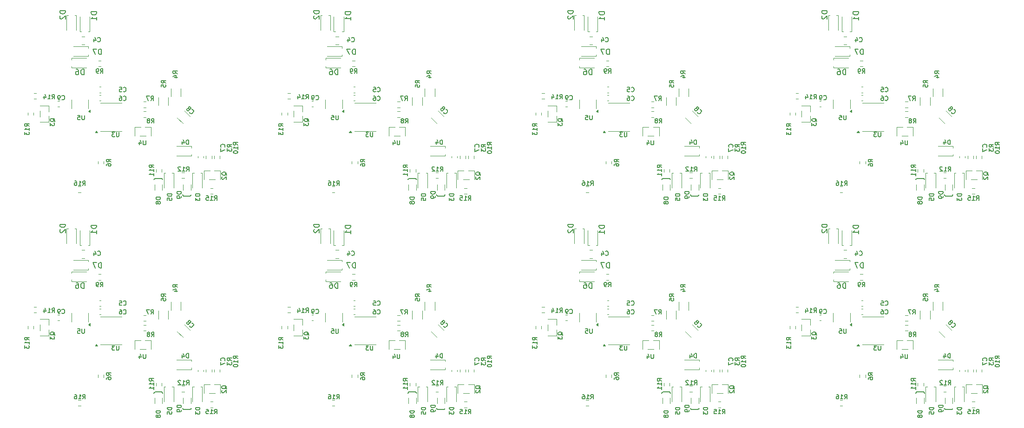
<source format=gbr>
%TF.GenerationSoftware,KiCad,Pcbnew,9.0.2-9.0.2-0~ubuntu24.04.1*%
%TF.CreationDate,2025-05-26T21:58:39+03:00*%
%TF.ProjectId,panelize,70616e65-6c69-47a6-952e-6b696361645f,V01*%
%TF.SameCoordinates,PX2e40d20PY1312d00*%
%TF.FileFunction,Legend,Bot*%
%TF.FilePolarity,Positive*%
%FSLAX46Y46*%
G04 Gerber Fmt 4.6, Leading zero omitted, Abs format (unit mm)*
G04 Created by KiCad (PCBNEW 9.0.2-9.0.2-0~ubuntu24.04.1) date 2025-05-26 21:58:39*
%MOMM*%
%LPD*%
G01*
G04 APERTURE LIST*
%ADD10C,0.150000*%
%ADD11C,0.120000*%
%ADD12C,0.200000*%
G04 APERTURE END LIST*
D10*
X153350098Y-32923809D02*
X153312003Y-32847619D01*
X153312003Y-32847619D02*
X153235813Y-32771428D01*
X153235813Y-32771428D02*
X153121527Y-32657142D01*
X153121527Y-32657142D02*
X153083432Y-32580952D01*
X153083432Y-32580952D02*
X153083432Y-32504761D01*
X153273908Y-32542857D02*
X153235813Y-32466666D01*
X153235813Y-32466666D02*
X153159622Y-32390476D01*
X153159622Y-32390476D02*
X153007241Y-32352380D01*
X153007241Y-32352380D02*
X152740574Y-32352380D01*
X152740574Y-32352380D02*
X152588193Y-32390476D01*
X152588193Y-32390476D02*
X152512003Y-32466666D01*
X152512003Y-32466666D02*
X152473908Y-32542857D01*
X152473908Y-32542857D02*
X152473908Y-32695238D01*
X152473908Y-32695238D02*
X152512003Y-32771428D01*
X152512003Y-32771428D02*
X152588193Y-32847619D01*
X152588193Y-32847619D02*
X152740574Y-32885714D01*
X152740574Y-32885714D02*
X153007241Y-32885714D01*
X153007241Y-32885714D02*
X153159622Y-32847619D01*
X153159622Y-32847619D02*
X153235813Y-32771428D01*
X153235813Y-32771428D02*
X153273908Y-32695238D01*
X153273908Y-32695238D02*
X153273908Y-32542857D01*
X152473908Y-33152380D02*
X152473908Y-33647618D01*
X152473908Y-33647618D02*
X152778670Y-33380952D01*
X152778670Y-33380952D02*
X152778670Y-33495237D01*
X152778670Y-33495237D02*
X152816765Y-33571428D01*
X152816765Y-33571428D02*
X152854860Y-33609523D01*
X152854860Y-33609523D02*
X152931051Y-33647618D01*
X152931051Y-33647618D02*
X153121527Y-33647618D01*
X153121527Y-33647618D02*
X153197717Y-33609523D01*
X153197717Y-33609523D02*
X153235813Y-33571428D01*
X153235813Y-33571428D02*
X153273908Y-33495237D01*
X153273908Y-33495237D02*
X153273908Y-33266666D01*
X153273908Y-33266666D02*
X153235813Y-33190475D01*
X153235813Y-33190475D02*
X153197717Y-33152380D01*
X38503166Y-80962295D02*
X38769833Y-80581342D01*
X38960309Y-80962295D02*
X38960309Y-80162295D01*
X38960309Y-80162295D02*
X38655547Y-80162295D01*
X38655547Y-80162295D02*
X38579357Y-80200390D01*
X38579357Y-80200390D02*
X38541262Y-80238485D01*
X38541262Y-80238485D02*
X38503166Y-80314676D01*
X38503166Y-80314676D02*
X38503166Y-80428961D01*
X38503166Y-80428961D02*
X38541262Y-80505152D01*
X38541262Y-80505152D02*
X38579357Y-80543247D01*
X38579357Y-80543247D02*
X38655547Y-80581342D01*
X38655547Y-80581342D02*
X38960309Y-80581342D01*
X37741262Y-80962295D02*
X38198405Y-80962295D01*
X37969833Y-80962295D02*
X37969833Y-80162295D01*
X37969833Y-80162295D02*
X38046024Y-80276580D01*
X38046024Y-80276580D02*
X38122214Y-80352771D01*
X38122214Y-80352771D02*
X38198405Y-80390866D01*
X37436500Y-80238485D02*
X37398404Y-80200390D01*
X37398404Y-80200390D02*
X37322214Y-80162295D01*
X37322214Y-80162295D02*
X37131738Y-80162295D01*
X37131738Y-80162295D02*
X37055547Y-80200390D01*
X37055547Y-80200390D02*
X37017452Y-80238485D01*
X37017452Y-80238485D02*
X36979357Y-80314676D01*
X36979357Y-80314676D02*
X36979357Y-80390866D01*
X36979357Y-80390866D02*
X37017452Y-80505152D01*
X37017452Y-80505152D02*
X37474595Y-80962295D01*
X37474595Y-80962295D02*
X36979357Y-80962295D01*
X126299664Y-85709524D02*
X125499664Y-85709524D01*
X125499664Y-85709524D02*
X125499664Y-85900000D01*
X125499664Y-85900000D02*
X125537759Y-86014286D01*
X125537759Y-86014286D02*
X125613949Y-86090476D01*
X125613949Y-86090476D02*
X125690140Y-86128571D01*
X125690140Y-86128571D02*
X125842521Y-86166667D01*
X125842521Y-86166667D02*
X125956807Y-86166667D01*
X125956807Y-86166667D02*
X126109188Y-86128571D01*
X126109188Y-86128571D02*
X126185378Y-86090476D01*
X126185378Y-86090476D02*
X126261569Y-86014286D01*
X126261569Y-86014286D02*
X126299664Y-85900000D01*
X126299664Y-85900000D02*
X126299664Y-85709524D01*
X125842521Y-86623809D02*
X125804426Y-86547619D01*
X125804426Y-86547619D02*
X125766330Y-86509524D01*
X125766330Y-86509524D02*
X125690140Y-86471428D01*
X125690140Y-86471428D02*
X125652045Y-86471428D01*
X125652045Y-86471428D02*
X125575854Y-86509524D01*
X125575854Y-86509524D02*
X125537759Y-86547619D01*
X125537759Y-86547619D02*
X125499664Y-86623809D01*
X125499664Y-86623809D02*
X125499664Y-86776190D01*
X125499664Y-86776190D02*
X125537759Y-86852381D01*
X125537759Y-86852381D02*
X125575854Y-86890476D01*
X125575854Y-86890476D02*
X125652045Y-86928571D01*
X125652045Y-86928571D02*
X125690140Y-86928571D01*
X125690140Y-86928571D02*
X125766330Y-86890476D01*
X125766330Y-86890476D02*
X125804426Y-86852381D01*
X125804426Y-86852381D02*
X125842521Y-86776190D01*
X125842521Y-86776190D02*
X125842521Y-86623809D01*
X125842521Y-86623809D02*
X125880616Y-86547619D01*
X125880616Y-86547619D02*
X125918711Y-86509524D01*
X125918711Y-86509524D02*
X125994902Y-86471428D01*
X125994902Y-86471428D02*
X126147283Y-86471428D01*
X126147283Y-86471428D02*
X126223473Y-86509524D01*
X126223473Y-86509524D02*
X126261569Y-86547619D01*
X126261569Y-86547619D02*
X126299664Y-86623809D01*
X126299664Y-86623809D02*
X126299664Y-86776190D01*
X126299664Y-86776190D02*
X126261569Y-86852381D01*
X126261569Y-86852381D02*
X126223473Y-86890476D01*
X126223473Y-86890476D02*
X126147283Y-86928571D01*
X126147283Y-86928571D02*
X125994902Y-86928571D01*
X125994902Y-86928571D02*
X125918711Y-86890476D01*
X125918711Y-86890476D02*
X125880616Y-86852381D01*
X125880616Y-86852381D02*
X125842521Y-86776190D01*
X112375463Y-63354819D02*
X112375463Y-62354819D01*
X112375463Y-62354819D02*
X112137368Y-62354819D01*
X112137368Y-62354819D02*
X111994511Y-62402438D01*
X111994511Y-62402438D02*
X111899273Y-62497676D01*
X111899273Y-62497676D02*
X111851654Y-62592914D01*
X111851654Y-62592914D02*
X111804035Y-62783390D01*
X111804035Y-62783390D02*
X111804035Y-62926247D01*
X111804035Y-62926247D02*
X111851654Y-63116723D01*
X111851654Y-63116723D02*
X111899273Y-63211961D01*
X111899273Y-63211961D02*
X111994511Y-63307200D01*
X111994511Y-63307200D02*
X112137368Y-63354819D01*
X112137368Y-63354819D02*
X112375463Y-63354819D01*
X110946892Y-62354819D02*
X111137368Y-62354819D01*
X111137368Y-62354819D02*
X111232606Y-62402438D01*
X111232606Y-62402438D02*
X111280225Y-62450057D01*
X111280225Y-62450057D02*
X111375463Y-62592914D01*
X111375463Y-62592914D02*
X111423082Y-62783390D01*
X111423082Y-62783390D02*
X111423082Y-63164342D01*
X111423082Y-63164342D02*
X111375463Y-63259580D01*
X111375463Y-63259580D02*
X111327844Y-63307200D01*
X111327844Y-63307200D02*
X111232606Y-63354819D01*
X111232606Y-63354819D02*
X111042130Y-63354819D01*
X111042130Y-63354819D02*
X110946892Y-63307200D01*
X110946892Y-63307200D02*
X110899273Y-63259580D01*
X110899273Y-63259580D02*
X110851654Y-63164342D01*
X110851654Y-63164342D02*
X110851654Y-62926247D01*
X110851654Y-62926247D02*
X110899273Y-62831009D01*
X110899273Y-62831009D02*
X110946892Y-62783390D01*
X110946892Y-62783390D02*
X111042130Y-62735771D01*
X111042130Y-62735771D02*
X111232606Y-62735771D01*
X111232606Y-62735771D02*
X111327844Y-62783390D01*
X111327844Y-62783390D02*
X111375463Y-62831009D01*
X111375463Y-62831009D02*
X111423082Y-62926247D01*
X14527366Y-71923809D02*
X14489271Y-71847619D01*
X14489271Y-71847619D02*
X14413081Y-71771428D01*
X14413081Y-71771428D02*
X14298795Y-71657142D01*
X14298795Y-71657142D02*
X14260700Y-71580952D01*
X14260700Y-71580952D02*
X14260700Y-71504761D01*
X14451176Y-71542857D02*
X14413081Y-71466666D01*
X14413081Y-71466666D02*
X14336890Y-71390476D01*
X14336890Y-71390476D02*
X14184509Y-71352380D01*
X14184509Y-71352380D02*
X13917842Y-71352380D01*
X13917842Y-71352380D02*
X13765461Y-71390476D01*
X13765461Y-71390476D02*
X13689271Y-71466666D01*
X13689271Y-71466666D02*
X13651176Y-71542857D01*
X13651176Y-71542857D02*
X13651176Y-71695238D01*
X13651176Y-71695238D02*
X13689271Y-71771428D01*
X13689271Y-71771428D02*
X13765461Y-71847619D01*
X13765461Y-71847619D02*
X13917842Y-71885714D01*
X13917842Y-71885714D02*
X14184509Y-71885714D01*
X14184509Y-71885714D02*
X14336890Y-71847619D01*
X14336890Y-71847619D02*
X14413081Y-71771428D01*
X14413081Y-71771428D02*
X14451176Y-71695238D01*
X14451176Y-71695238D02*
X14451176Y-71542857D01*
X13651176Y-72152380D02*
X13651176Y-72647618D01*
X13651176Y-72647618D02*
X13955938Y-72380952D01*
X13955938Y-72380952D02*
X13955938Y-72495237D01*
X13955938Y-72495237D02*
X13994033Y-72571428D01*
X13994033Y-72571428D02*
X14032128Y-72609523D01*
X14032128Y-72609523D02*
X14108319Y-72647618D01*
X14108319Y-72647618D02*
X14298795Y-72647618D01*
X14298795Y-72647618D02*
X14374985Y-72609523D01*
X14374985Y-72609523D02*
X14413081Y-72571428D01*
X14413081Y-72571428D02*
X14451176Y-72495237D01*
X14451176Y-72495237D02*
X14451176Y-72266666D01*
X14451176Y-72266666D02*
X14413081Y-72190475D01*
X14413081Y-72190475D02*
X14374985Y-72152380D01*
X160966432Y-12861905D02*
X159966432Y-12861905D01*
X159966432Y-12861905D02*
X159966432Y-13100000D01*
X159966432Y-13100000D02*
X160014051Y-13242857D01*
X160014051Y-13242857D02*
X160109289Y-13338095D01*
X160109289Y-13338095D02*
X160204527Y-13385714D01*
X160204527Y-13385714D02*
X160395003Y-13433333D01*
X160395003Y-13433333D02*
X160537860Y-13433333D01*
X160537860Y-13433333D02*
X160728336Y-13385714D01*
X160728336Y-13385714D02*
X160823574Y-13338095D01*
X160823574Y-13338095D02*
X160918813Y-13242857D01*
X160918813Y-13242857D02*
X160966432Y-13100000D01*
X160966432Y-13100000D02*
X160966432Y-12861905D01*
X160966432Y-14385714D02*
X160966432Y-13814286D01*
X160966432Y-14100000D02*
X159966432Y-14100000D01*
X159966432Y-14100000D02*
X160109289Y-14004762D01*
X160109289Y-14004762D02*
X160204527Y-13909524D01*
X160204527Y-13909524D02*
X160252146Y-13814286D01*
X165844945Y-66386104D02*
X165883041Y-66424200D01*
X165883041Y-66424200D02*
X165997326Y-66462295D01*
X165997326Y-66462295D02*
X166073517Y-66462295D01*
X166073517Y-66462295D02*
X166187803Y-66424200D01*
X166187803Y-66424200D02*
X166263993Y-66348009D01*
X166263993Y-66348009D02*
X166302088Y-66271819D01*
X166302088Y-66271819D02*
X166340184Y-66119438D01*
X166340184Y-66119438D02*
X166340184Y-66005152D01*
X166340184Y-66005152D02*
X166302088Y-65852771D01*
X166302088Y-65852771D02*
X166263993Y-65776580D01*
X166263993Y-65776580D02*
X166187803Y-65700390D01*
X166187803Y-65700390D02*
X166073517Y-65662295D01*
X166073517Y-65662295D02*
X165997326Y-65662295D01*
X165997326Y-65662295D02*
X165883041Y-65700390D01*
X165883041Y-65700390D02*
X165844945Y-65738485D01*
X165121136Y-65662295D02*
X165502088Y-65662295D01*
X165502088Y-65662295D02*
X165540184Y-66043247D01*
X165540184Y-66043247D02*
X165502088Y-66005152D01*
X165502088Y-66005152D02*
X165425898Y-65967057D01*
X165425898Y-65967057D02*
X165235422Y-65967057D01*
X165235422Y-65967057D02*
X165159231Y-66005152D01*
X165159231Y-66005152D02*
X165121136Y-66043247D01*
X165121136Y-66043247D02*
X165083041Y-66119438D01*
X165083041Y-66119438D02*
X165083041Y-66309914D01*
X165083041Y-66309914D02*
X165121136Y-66386104D01*
X165121136Y-66386104D02*
X165159231Y-66424200D01*
X165159231Y-66424200D02*
X165235422Y-66462295D01*
X165235422Y-66462295D02*
X165425898Y-66462295D01*
X165425898Y-66462295D02*
X165502088Y-66424200D01*
X165502088Y-66424200D02*
X165540184Y-66386104D01*
X177702088Y-37062295D02*
X177702088Y-36262295D01*
X177702088Y-36262295D02*
X177511612Y-36262295D01*
X177511612Y-36262295D02*
X177397326Y-36300390D01*
X177397326Y-36300390D02*
X177321136Y-36376580D01*
X177321136Y-36376580D02*
X177283041Y-36452771D01*
X177283041Y-36452771D02*
X177244945Y-36605152D01*
X177244945Y-36605152D02*
X177244945Y-36719438D01*
X177244945Y-36719438D02*
X177283041Y-36871819D01*
X177283041Y-36871819D02*
X177321136Y-36948009D01*
X177321136Y-36948009D02*
X177397326Y-37024200D01*
X177397326Y-37024200D02*
X177511612Y-37062295D01*
X177511612Y-37062295D02*
X177702088Y-37062295D01*
X176559231Y-36528961D02*
X176559231Y-37062295D01*
X176749707Y-36224200D02*
X176940184Y-36795628D01*
X176940184Y-36795628D02*
X176444945Y-36795628D01*
X114692188Y-12861905D02*
X113692188Y-12861905D01*
X113692188Y-12861905D02*
X113692188Y-13100000D01*
X113692188Y-13100000D02*
X113739807Y-13242857D01*
X113739807Y-13242857D02*
X113835045Y-13338095D01*
X113835045Y-13338095D02*
X113930283Y-13385714D01*
X113930283Y-13385714D02*
X114120759Y-13433333D01*
X114120759Y-13433333D02*
X114263616Y-13433333D01*
X114263616Y-13433333D02*
X114454092Y-13385714D01*
X114454092Y-13385714D02*
X114549330Y-13338095D01*
X114549330Y-13338095D02*
X114644569Y-13242857D01*
X114644569Y-13242857D02*
X114692188Y-13100000D01*
X114692188Y-13100000D02*
X114692188Y-12861905D01*
X114692188Y-14385714D02*
X114692188Y-13814286D01*
X114692188Y-14100000D02*
X113692188Y-14100000D01*
X113692188Y-14100000D02*
X113835045Y-14004762D01*
X113835045Y-14004762D02*
X113930283Y-13909524D01*
X113930283Y-13909524D02*
X113977902Y-13814286D01*
X152825898Y-28762295D02*
X153092565Y-28381342D01*
X153283041Y-28762295D02*
X153283041Y-27962295D01*
X153283041Y-27962295D02*
X152978279Y-27962295D01*
X152978279Y-27962295D02*
X152902089Y-28000390D01*
X152902089Y-28000390D02*
X152863994Y-28038485D01*
X152863994Y-28038485D02*
X152825898Y-28114676D01*
X152825898Y-28114676D02*
X152825898Y-28228961D01*
X152825898Y-28228961D02*
X152863994Y-28305152D01*
X152863994Y-28305152D02*
X152902089Y-28343247D01*
X152902089Y-28343247D02*
X152978279Y-28381342D01*
X152978279Y-28381342D02*
X153283041Y-28381342D01*
X152063994Y-28762295D02*
X152521137Y-28762295D01*
X152292565Y-28762295D02*
X152292565Y-27962295D01*
X152292565Y-27962295D02*
X152368756Y-28076580D01*
X152368756Y-28076580D02*
X152444946Y-28152771D01*
X152444946Y-28152771D02*
X152521137Y-28190866D01*
X151378279Y-28228961D02*
X151378279Y-28762295D01*
X151568755Y-27924200D02*
X151759232Y-28495628D01*
X151759232Y-28495628D02*
X151263993Y-28495628D01*
X36851176Y-24166667D02*
X36470223Y-23900000D01*
X36851176Y-23709524D02*
X36051176Y-23709524D01*
X36051176Y-23709524D02*
X36051176Y-24014286D01*
X36051176Y-24014286D02*
X36089271Y-24090476D01*
X36089271Y-24090476D02*
X36127366Y-24128571D01*
X36127366Y-24128571D02*
X36203557Y-24166667D01*
X36203557Y-24166667D02*
X36317842Y-24166667D01*
X36317842Y-24166667D02*
X36394033Y-24128571D01*
X36394033Y-24128571D02*
X36432128Y-24090476D01*
X36432128Y-24090476D02*
X36470223Y-24014286D01*
X36470223Y-24014286D02*
X36470223Y-23709524D01*
X36317842Y-24852381D02*
X36851176Y-24852381D01*
X36013081Y-24661905D02*
X36584509Y-24471428D01*
X36584509Y-24471428D02*
X36584509Y-24966667D01*
X127299664Y-25866667D02*
X126918711Y-25600000D01*
X127299664Y-25409524D02*
X126499664Y-25409524D01*
X126499664Y-25409524D02*
X126499664Y-25714286D01*
X126499664Y-25714286D02*
X126537759Y-25790476D01*
X126537759Y-25790476D02*
X126575854Y-25828571D01*
X126575854Y-25828571D02*
X126652045Y-25866667D01*
X126652045Y-25866667D02*
X126766330Y-25866667D01*
X126766330Y-25866667D02*
X126842521Y-25828571D01*
X126842521Y-25828571D02*
X126880616Y-25790476D01*
X126880616Y-25790476D02*
X126918711Y-25714286D01*
X126918711Y-25714286D02*
X126918711Y-25409524D01*
X126499664Y-26590476D02*
X126499664Y-26209524D01*
X126499664Y-26209524D02*
X126880616Y-26171428D01*
X126880616Y-26171428D02*
X126842521Y-26209524D01*
X126842521Y-26209524D02*
X126804426Y-26285714D01*
X126804426Y-26285714D02*
X126804426Y-26476190D01*
X126804426Y-26476190D02*
X126842521Y-26552381D01*
X126842521Y-26552381D02*
X126880616Y-26590476D01*
X126880616Y-26590476D02*
X126956807Y-26628571D01*
X126956807Y-26628571D02*
X127147283Y-26628571D01*
X127147283Y-26628571D02*
X127223473Y-26590476D01*
X127223473Y-26590476D02*
X127261569Y-26552381D01*
X127261569Y-26552381D02*
X127299664Y-26476190D01*
X127299664Y-26476190D02*
X127299664Y-26285714D01*
X127299664Y-26285714D02*
X127261569Y-26209524D01*
X127261569Y-26209524D02*
X127223473Y-26171428D01*
X22143700Y-12861905D02*
X21143700Y-12861905D01*
X21143700Y-12861905D02*
X21143700Y-13100000D01*
X21143700Y-13100000D02*
X21191319Y-13242857D01*
X21191319Y-13242857D02*
X21286557Y-13338095D01*
X21286557Y-13338095D02*
X21381795Y-13385714D01*
X21381795Y-13385714D02*
X21572271Y-13433333D01*
X21572271Y-13433333D02*
X21715128Y-13433333D01*
X21715128Y-13433333D02*
X21905604Y-13385714D01*
X21905604Y-13385714D02*
X22000842Y-13338095D01*
X22000842Y-13338095D02*
X22096081Y-13242857D01*
X22096081Y-13242857D02*
X22143700Y-13100000D01*
X22143700Y-13100000D02*
X22143700Y-12861905D01*
X22143700Y-14385714D02*
X22143700Y-13814286D01*
X22143700Y-14100000D02*
X21143700Y-14100000D01*
X21143700Y-14100000D02*
X21286557Y-14004762D01*
X21286557Y-14004762D02*
X21381795Y-13909524D01*
X21381795Y-13909524D02*
X21429414Y-13814286D01*
X62717944Y-51661905D02*
X61717944Y-51661905D01*
X61717944Y-51661905D02*
X61717944Y-51900000D01*
X61717944Y-51900000D02*
X61765563Y-52042857D01*
X61765563Y-52042857D02*
X61860801Y-52138095D01*
X61860801Y-52138095D02*
X61956039Y-52185714D01*
X61956039Y-52185714D02*
X62146515Y-52233333D01*
X62146515Y-52233333D02*
X62289372Y-52233333D01*
X62289372Y-52233333D02*
X62479848Y-52185714D01*
X62479848Y-52185714D02*
X62575086Y-52138095D01*
X62575086Y-52138095D02*
X62670325Y-52042857D01*
X62670325Y-52042857D02*
X62717944Y-51900000D01*
X62717944Y-51900000D02*
X62717944Y-51661905D01*
X61813182Y-52614286D02*
X61765563Y-52661905D01*
X61765563Y-52661905D02*
X61717944Y-52757143D01*
X61717944Y-52757143D02*
X61717944Y-52995238D01*
X61717944Y-52995238D02*
X61765563Y-53090476D01*
X61765563Y-53090476D02*
X61813182Y-53138095D01*
X61813182Y-53138095D02*
X61908420Y-53185714D01*
X61908420Y-53185714D02*
X62003658Y-53185714D01*
X62003658Y-53185714D02*
X62146515Y-53138095D01*
X62146515Y-53138095D02*
X62717944Y-52566667D01*
X62717944Y-52566667D02*
X62717944Y-53185714D01*
X165844945Y-27386104D02*
X165883041Y-27424200D01*
X165883041Y-27424200D02*
X165997326Y-27462295D01*
X165997326Y-27462295D02*
X166073517Y-27462295D01*
X166073517Y-27462295D02*
X166187803Y-27424200D01*
X166187803Y-27424200D02*
X166263993Y-27348009D01*
X166263993Y-27348009D02*
X166302088Y-27271819D01*
X166302088Y-27271819D02*
X166340184Y-27119438D01*
X166340184Y-27119438D02*
X166340184Y-27005152D01*
X166340184Y-27005152D02*
X166302088Y-26852771D01*
X166302088Y-26852771D02*
X166263993Y-26776580D01*
X166263993Y-26776580D02*
X166187803Y-26700390D01*
X166187803Y-26700390D02*
X166073517Y-26662295D01*
X166073517Y-26662295D02*
X165997326Y-26662295D01*
X165997326Y-26662295D02*
X165883041Y-26700390D01*
X165883041Y-26700390D02*
X165844945Y-26738485D01*
X165121136Y-26662295D02*
X165502088Y-26662295D01*
X165502088Y-26662295D02*
X165540184Y-27043247D01*
X165540184Y-27043247D02*
X165502088Y-27005152D01*
X165502088Y-27005152D02*
X165425898Y-26967057D01*
X165425898Y-26967057D02*
X165235422Y-26967057D01*
X165235422Y-26967057D02*
X165159231Y-27005152D01*
X165159231Y-27005152D02*
X165121136Y-27043247D01*
X165121136Y-27043247D02*
X165083041Y-27119438D01*
X165083041Y-27119438D02*
X165083041Y-27309914D01*
X165083041Y-27309914D02*
X165121136Y-27386104D01*
X165121136Y-27386104D02*
X165159231Y-27424200D01*
X165159231Y-27424200D02*
X165235422Y-27462295D01*
X165235422Y-27462295D02*
X165425898Y-27462295D01*
X165425898Y-27462295D02*
X165502088Y-27424200D01*
X165502088Y-27424200D02*
X165540184Y-27386104D01*
X158425898Y-44562295D02*
X158692565Y-44181342D01*
X158883041Y-44562295D02*
X158883041Y-43762295D01*
X158883041Y-43762295D02*
X158578279Y-43762295D01*
X158578279Y-43762295D02*
X158502089Y-43800390D01*
X158502089Y-43800390D02*
X158463994Y-43838485D01*
X158463994Y-43838485D02*
X158425898Y-43914676D01*
X158425898Y-43914676D02*
X158425898Y-44028961D01*
X158425898Y-44028961D02*
X158463994Y-44105152D01*
X158463994Y-44105152D02*
X158502089Y-44143247D01*
X158502089Y-44143247D02*
X158578279Y-44181342D01*
X158578279Y-44181342D02*
X158883041Y-44181342D01*
X157663994Y-44562295D02*
X158121137Y-44562295D01*
X157892565Y-44562295D02*
X157892565Y-43762295D01*
X157892565Y-43762295D02*
X157968756Y-43876580D01*
X157968756Y-43876580D02*
X158044946Y-43952771D01*
X158044946Y-43952771D02*
X158121137Y-43990866D01*
X156978279Y-43762295D02*
X157130660Y-43762295D01*
X157130660Y-43762295D02*
X157206851Y-43800390D01*
X157206851Y-43800390D02*
X157244946Y-43838485D01*
X157244946Y-43838485D02*
X157321136Y-43952771D01*
X157321136Y-43952771D02*
X157359232Y-44105152D01*
X157359232Y-44105152D02*
X157359232Y-44409914D01*
X157359232Y-44409914D02*
X157321136Y-44486104D01*
X157321136Y-44486104D02*
X157283041Y-44524200D01*
X157283041Y-44524200D02*
X157206851Y-44562295D01*
X157206851Y-44562295D02*
X157054470Y-44562295D01*
X157054470Y-44562295D02*
X156978279Y-44524200D01*
X156978279Y-44524200D02*
X156940184Y-44486104D01*
X156940184Y-44486104D02*
X156902089Y-44409914D01*
X156902089Y-44409914D02*
X156902089Y-44219438D01*
X156902089Y-44219438D02*
X156940184Y-44143247D01*
X156940184Y-44143247D02*
X156978279Y-44105152D01*
X156978279Y-44105152D02*
X157054470Y-44067057D01*
X157054470Y-44067057D02*
X157206851Y-44067057D01*
X157206851Y-44067057D02*
X157283041Y-44105152D01*
X157283041Y-44105152D02*
X157321136Y-44143247D01*
X157321136Y-44143247D02*
X157359232Y-44219438D01*
X83125420Y-24166667D02*
X82744467Y-23900000D01*
X83125420Y-23709524D02*
X82325420Y-23709524D01*
X82325420Y-23709524D02*
X82325420Y-24014286D01*
X82325420Y-24014286D02*
X82363515Y-24090476D01*
X82363515Y-24090476D02*
X82401610Y-24128571D01*
X82401610Y-24128571D02*
X82477801Y-24166667D01*
X82477801Y-24166667D02*
X82592086Y-24166667D01*
X82592086Y-24166667D02*
X82668277Y-24128571D01*
X82668277Y-24128571D02*
X82706372Y-24090476D01*
X82706372Y-24090476D02*
X82744467Y-24014286D01*
X82744467Y-24014286D02*
X82744467Y-23709524D01*
X82592086Y-24852381D02*
X83125420Y-24852381D01*
X82287325Y-24661905D02*
X82858753Y-24471428D01*
X82858753Y-24471428D02*
X82858753Y-24966667D01*
X158721136Y-70762295D02*
X158721136Y-71409914D01*
X158721136Y-71409914D02*
X158683041Y-71486104D01*
X158683041Y-71486104D02*
X158644946Y-71524200D01*
X158644946Y-71524200D02*
X158568755Y-71562295D01*
X158568755Y-71562295D02*
X158416374Y-71562295D01*
X158416374Y-71562295D02*
X158340184Y-71524200D01*
X158340184Y-71524200D02*
X158302089Y-71486104D01*
X158302089Y-71486104D02*
X158263993Y-71409914D01*
X158263993Y-71409914D02*
X158263993Y-70762295D01*
X157502089Y-70762295D02*
X157883041Y-70762295D01*
X157883041Y-70762295D02*
X157921137Y-71143247D01*
X157921137Y-71143247D02*
X157883041Y-71105152D01*
X157883041Y-71105152D02*
X157806851Y-71067057D01*
X157806851Y-71067057D02*
X157616375Y-71067057D01*
X157616375Y-71067057D02*
X157540184Y-71105152D01*
X157540184Y-71105152D02*
X157502089Y-71143247D01*
X157502089Y-71143247D02*
X157463994Y-71219438D01*
X157463994Y-71219438D02*
X157463994Y-71409914D01*
X157463994Y-71409914D02*
X157502089Y-71486104D01*
X157502089Y-71486104D02*
X157540184Y-71524200D01*
X157540184Y-71524200D02*
X157616375Y-71562295D01*
X157616375Y-71562295D02*
X157806851Y-71562295D01*
X157806851Y-71562295D02*
X157883041Y-71524200D01*
X157883041Y-71524200D02*
X157921137Y-71486104D01*
X31098404Y-75362295D02*
X31098404Y-76009914D01*
X31098404Y-76009914D02*
X31060309Y-76086104D01*
X31060309Y-76086104D02*
X31022214Y-76124200D01*
X31022214Y-76124200D02*
X30946023Y-76162295D01*
X30946023Y-76162295D02*
X30793642Y-76162295D01*
X30793642Y-76162295D02*
X30717452Y-76124200D01*
X30717452Y-76124200D02*
X30679357Y-76086104D01*
X30679357Y-76086104D02*
X30641261Y-76009914D01*
X30641261Y-76009914D02*
X30641261Y-75362295D01*
X29917452Y-75628961D02*
X29917452Y-76162295D01*
X30107928Y-75324200D02*
X30298405Y-75895628D01*
X30298405Y-75895628D02*
X29803166Y-75895628D01*
X115370701Y-63062295D02*
X115637368Y-62681342D01*
X115827844Y-63062295D02*
X115827844Y-62262295D01*
X115827844Y-62262295D02*
X115523082Y-62262295D01*
X115523082Y-62262295D02*
X115446892Y-62300390D01*
X115446892Y-62300390D02*
X115408797Y-62338485D01*
X115408797Y-62338485D02*
X115370701Y-62414676D01*
X115370701Y-62414676D02*
X115370701Y-62528961D01*
X115370701Y-62528961D02*
X115408797Y-62605152D01*
X115408797Y-62605152D02*
X115446892Y-62643247D01*
X115446892Y-62643247D02*
X115523082Y-62681342D01*
X115523082Y-62681342D02*
X115827844Y-62681342D01*
X114989749Y-63062295D02*
X114837368Y-63062295D01*
X114837368Y-63062295D02*
X114761178Y-63024200D01*
X114761178Y-63024200D02*
X114723082Y-62986104D01*
X114723082Y-62986104D02*
X114646892Y-62871819D01*
X114646892Y-62871819D02*
X114608797Y-62719438D01*
X114608797Y-62719438D02*
X114608797Y-62414676D01*
X114608797Y-62414676D02*
X114646892Y-62338485D01*
X114646892Y-62338485D02*
X114684987Y-62300390D01*
X114684987Y-62300390D02*
X114761178Y-62262295D01*
X114761178Y-62262295D02*
X114913559Y-62262295D01*
X114913559Y-62262295D02*
X114989749Y-62300390D01*
X114989749Y-62300390D02*
X115027844Y-62338485D01*
X115027844Y-62338485D02*
X115065940Y-62414676D01*
X115065940Y-62414676D02*
X115065940Y-62605152D01*
X115065940Y-62605152D02*
X115027844Y-62681342D01*
X115027844Y-62681342D02*
X114989749Y-62719438D01*
X114989749Y-62719438D02*
X114913559Y-62757533D01*
X114913559Y-62757533D02*
X114761178Y-62757533D01*
X114761178Y-62757533D02*
X114684987Y-62719438D01*
X114684987Y-62719438D02*
X114646892Y-62681342D01*
X114646892Y-62681342D02*
X114608797Y-62605152D01*
X92101610Y-42723809D02*
X92063515Y-42647619D01*
X92063515Y-42647619D02*
X91987325Y-42571428D01*
X91987325Y-42571428D02*
X91873039Y-42457142D01*
X91873039Y-42457142D02*
X91834944Y-42380952D01*
X91834944Y-42380952D02*
X91834944Y-42304761D01*
X92025420Y-42342857D02*
X91987325Y-42266666D01*
X91987325Y-42266666D02*
X91911134Y-42190476D01*
X91911134Y-42190476D02*
X91758753Y-42152380D01*
X91758753Y-42152380D02*
X91492086Y-42152380D01*
X91492086Y-42152380D02*
X91339705Y-42190476D01*
X91339705Y-42190476D02*
X91263515Y-42266666D01*
X91263515Y-42266666D02*
X91225420Y-42342857D01*
X91225420Y-42342857D02*
X91225420Y-42495238D01*
X91225420Y-42495238D02*
X91263515Y-42571428D01*
X91263515Y-42571428D02*
X91339705Y-42647619D01*
X91339705Y-42647619D02*
X91492086Y-42685714D01*
X91492086Y-42685714D02*
X91758753Y-42685714D01*
X91758753Y-42685714D02*
X91911134Y-42647619D01*
X91911134Y-42647619D02*
X91987325Y-42571428D01*
X91987325Y-42571428D02*
X92025420Y-42495238D01*
X92025420Y-42495238D02*
X92025420Y-42342857D01*
X91301610Y-42990475D02*
X91263515Y-43028571D01*
X91263515Y-43028571D02*
X91225420Y-43104761D01*
X91225420Y-43104761D02*
X91225420Y-43295237D01*
X91225420Y-43295237D02*
X91263515Y-43371428D01*
X91263515Y-43371428D02*
X91301610Y-43409523D01*
X91301610Y-43409523D02*
X91377801Y-43447618D01*
X91377801Y-43447618D02*
X91453991Y-43447618D01*
X91453991Y-43447618D02*
X91568277Y-43409523D01*
X91568277Y-43409523D02*
X92025420Y-42952380D01*
X92025420Y-42952380D02*
X92025420Y-43447618D01*
X37551176Y-45709524D02*
X36751176Y-45709524D01*
X36751176Y-45709524D02*
X36751176Y-45900000D01*
X36751176Y-45900000D02*
X36789271Y-46014286D01*
X36789271Y-46014286D02*
X36865461Y-46090476D01*
X36865461Y-46090476D02*
X36941652Y-46128571D01*
X36941652Y-46128571D02*
X37094033Y-46166667D01*
X37094033Y-46166667D02*
X37208319Y-46166667D01*
X37208319Y-46166667D02*
X37360700Y-46128571D01*
X37360700Y-46128571D02*
X37436890Y-46090476D01*
X37436890Y-46090476D02*
X37513081Y-46014286D01*
X37513081Y-46014286D02*
X37551176Y-45900000D01*
X37551176Y-45900000D02*
X37551176Y-45709524D01*
X37551176Y-46547619D02*
X37551176Y-46700000D01*
X37551176Y-46700000D02*
X37513081Y-46776190D01*
X37513081Y-46776190D02*
X37474985Y-46814286D01*
X37474985Y-46814286D02*
X37360700Y-46890476D01*
X37360700Y-46890476D02*
X37208319Y-46928571D01*
X37208319Y-46928571D02*
X36903557Y-46928571D01*
X36903557Y-46928571D02*
X36827366Y-46890476D01*
X36827366Y-46890476D02*
X36789271Y-46852381D01*
X36789271Y-46852381D02*
X36751176Y-46776190D01*
X36751176Y-46776190D02*
X36751176Y-46623809D01*
X36751176Y-46623809D02*
X36789271Y-46547619D01*
X36789271Y-46547619D02*
X36827366Y-46509524D01*
X36827366Y-46509524D02*
X36903557Y-46471428D01*
X36903557Y-46471428D02*
X37094033Y-46471428D01*
X37094033Y-46471428D02*
X37170223Y-46509524D01*
X37170223Y-46509524D02*
X37208319Y-46547619D01*
X37208319Y-46547619D02*
X37246414Y-46623809D01*
X37246414Y-46623809D02*
X37246414Y-46776190D01*
X37246414Y-46776190D02*
X37208319Y-46852381D01*
X37208319Y-46852381D02*
X37170223Y-46890476D01*
X37170223Y-46890476D02*
X37094033Y-46928571D01*
X78296457Y-29062295D02*
X78563124Y-28681342D01*
X78753600Y-29062295D02*
X78753600Y-28262295D01*
X78753600Y-28262295D02*
X78448838Y-28262295D01*
X78448838Y-28262295D02*
X78372648Y-28300390D01*
X78372648Y-28300390D02*
X78334553Y-28338485D01*
X78334553Y-28338485D02*
X78296457Y-28414676D01*
X78296457Y-28414676D02*
X78296457Y-28528961D01*
X78296457Y-28528961D02*
X78334553Y-28605152D01*
X78334553Y-28605152D02*
X78372648Y-28643247D01*
X78372648Y-28643247D02*
X78448838Y-28681342D01*
X78448838Y-28681342D02*
X78753600Y-28681342D01*
X78029791Y-28262295D02*
X77496457Y-28262295D01*
X77496457Y-28262295D02*
X77839315Y-29062295D01*
X23026975Y-59654819D02*
X23026975Y-58654819D01*
X23026975Y-58654819D02*
X22788880Y-58654819D01*
X22788880Y-58654819D02*
X22646023Y-58702438D01*
X22646023Y-58702438D02*
X22550785Y-58797676D01*
X22550785Y-58797676D02*
X22503166Y-58892914D01*
X22503166Y-58892914D02*
X22455547Y-59083390D01*
X22455547Y-59083390D02*
X22455547Y-59226247D01*
X22455547Y-59226247D02*
X22503166Y-59416723D01*
X22503166Y-59416723D02*
X22550785Y-59511961D01*
X22550785Y-59511961D02*
X22646023Y-59607200D01*
X22646023Y-59607200D02*
X22788880Y-59654819D01*
X22788880Y-59654819D02*
X23026975Y-59654819D01*
X22122213Y-58654819D02*
X21455547Y-58654819D01*
X21455547Y-58654819D02*
X21884118Y-59654819D01*
X66172648Y-70762295D02*
X66172648Y-71409914D01*
X66172648Y-71409914D02*
X66134553Y-71486104D01*
X66134553Y-71486104D02*
X66096458Y-71524200D01*
X66096458Y-71524200D02*
X66020267Y-71562295D01*
X66020267Y-71562295D02*
X65867886Y-71562295D01*
X65867886Y-71562295D02*
X65791696Y-71524200D01*
X65791696Y-71524200D02*
X65753601Y-71486104D01*
X65753601Y-71486104D02*
X65715505Y-71409914D01*
X65715505Y-71409914D02*
X65715505Y-70762295D01*
X64953601Y-70762295D02*
X65334553Y-70762295D01*
X65334553Y-70762295D02*
X65372649Y-71143247D01*
X65372649Y-71143247D02*
X65334553Y-71105152D01*
X65334553Y-71105152D02*
X65258363Y-71067057D01*
X65258363Y-71067057D02*
X65067887Y-71067057D01*
X65067887Y-71067057D02*
X64991696Y-71105152D01*
X64991696Y-71105152D02*
X64953601Y-71143247D01*
X64953601Y-71143247D02*
X64915506Y-71219438D01*
X64915506Y-71219438D02*
X64915506Y-71409914D01*
X64915506Y-71409914D02*
X64953601Y-71486104D01*
X64953601Y-71486104D02*
X64991696Y-71524200D01*
X64991696Y-71524200D02*
X65067887Y-71562295D01*
X65067887Y-71562295D02*
X65258363Y-71562295D01*
X65258363Y-71562295D02*
X65334553Y-71524200D01*
X65334553Y-71524200D02*
X65372649Y-71486104D01*
X126299664Y-46709524D02*
X125499664Y-46709524D01*
X125499664Y-46709524D02*
X125499664Y-46900000D01*
X125499664Y-46900000D02*
X125537759Y-47014286D01*
X125537759Y-47014286D02*
X125613949Y-47090476D01*
X125613949Y-47090476D02*
X125690140Y-47128571D01*
X125690140Y-47128571D02*
X125842521Y-47166667D01*
X125842521Y-47166667D02*
X125956807Y-47166667D01*
X125956807Y-47166667D02*
X126109188Y-47128571D01*
X126109188Y-47128571D02*
X126185378Y-47090476D01*
X126185378Y-47090476D02*
X126261569Y-47014286D01*
X126261569Y-47014286D02*
X126299664Y-46900000D01*
X126299664Y-46900000D02*
X126299664Y-46709524D01*
X125842521Y-47623809D02*
X125804426Y-47547619D01*
X125804426Y-47547619D02*
X125766330Y-47509524D01*
X125766330Y-47509524D02*
X125690140Y-47471428D01*
X125690140Y-47471428D02*
X125652045Y-47471428D01*
X125652045Y-47471428D02*
X125575854Y-47509524D01*
X125575854Y-47509524D02*
X125537759Y-47547619D01*
X125537759Y-47547619D02*
X125499664Y-47623809D01*
X125499664Y-47623809D02*
X125499664Y-47776190D01*
X125499664Y-47776190D02*
X125537759Y-47852381D01*
X125537759Y-47852381D02*
X125575854Y-47890476D01*
X125575854Y-47890476D02*
X125652045Y-47928571D01*
X125652045Y-47928571D02*
X125690140Y-47928571D01*
X125690140Y-47928571D02*
X125766330Y-47890476D01*
X125766330Y-47890476D02*
X125804426Y-47852381D01*
X125804426Y-47852381D02*
X125842521Y-47776190D01*
X125842521Y-47776190D02*
X125842521Y-47623809D01*
X125842521Y-47623809D02*
X125880616Y-47547619D01*
X125880616Y-47547619D02*
X125918711Y-47509524D01*
X125918711Y-47509524D02*
X125994902Y-47471428D01*
X125994902Y-47471428D02*
X126147283Y-47471428D01*
X126147283Y-47471428D02*
X126223473Y-47509524D01*
X126223473Y-47509524D02*
X126261569Y-47547619D01*
X126261569Y-47547619D02*
X126299664Y-47623809D01*
X126299664Y-47623809D02*
X126299664Y-47776190D01*
X126299664Y-47776190D02*
X126261569Y-47852381D01*
X126261569Y-47852381D02*
X126223473Y-47890476D01*
X126223473Y-47890476D02*
X126147283Y-47928571D01*
X126147283Y-47928571D02*
X125994902Y-47928571D01*
X125994902Y-47928571D02*
X125918711Y-47890476D01*
X125918711Y-47890476D02*
X125880616Y-47852381D01*
X125880616Y-47852381D02*
X125842521Y-47776190D01*
X87225420Y-46109524D02*
X86425420Y-46109524D01*
X86425420Y-46109524D02*
X86425420Y-46300000D01*
X86425420Y-46300000D02*
X86463515Y-46414286D01*
X86463515Y-46414286D02*
X86539705Y-46490476D01*
X86539705Y-46490476D02*
X86615896Y-46528571D01*
X86615896Y-46528571D02*
X86768277Y-46566667D01*
X86768277Y-46566667D02*
X86882563Y-46566667D01*
X86882563Y-46566667D02*
X87034944Y-46528571D01*
X87034944Y-46528571D02*
X87111134Y-46490476D01*
X87111134Y-46490476D02*
X87187325Y-46414286D01*
X87187325Y-46414286D02*
X87225420Y-46300000D01*
X87225420Y-46300000D02*
X87225420Y-46109524D01*
X86425420Y-46833333D02*
X86425420Y-47328571D01*
X86425420Y-47328571D02*
X86730182Y-47061905D01*
X86730182Y-47061905D02*
X86730182Y-47176190D01*
X86730182Y-47176190D02*
X86768277Y-47252381D01*
X86768277Y-47252381D02*
X86806372Y-47290476D01*
X86806372Y-47290476D02*
X86882563Y-47328571D01*
X86882563Y-47328571D02*
X87073039Y-47328571D01*
X87073039Y-47328571D02*
X87149229Y-47290476D01*
X87149229Y-47290476D02*
X87187325Y-47252381D01*
X87187325Y-47252381D02*
X87225420Y-47176190D01*
X87225420Y-47176190D02*
X87225420Y-46947619D01*
X87225420Y-46947619D02*
X87187325Y-46871428D01*
X87187325Y-46871428D02*
X87149229Y-46833333D01*
X62096457Y-28886104D02*
X62134553Y-28924200D01*
X62134553Y-28924200D02*
X62248838Y-28962295D01*
X62248838Y-28962295D02*
X62325029Y-28962295D01*
X62325029Y-28962295D02*
X62439315Y-28924200D01*
X62439315Y-28924200D02*
X62515505Y-28848009D01*
X62515505Y-28848009D02*
X62553600Y-28771819D01*
X62553600Y-28771819D02*
X62591696Y-28619438D01*
X62591696Y-28619438D02*
X62591696Y-28505152D01*
X62591696Y-28505152D02*
X62553600Y-28352771D01*
X62553600Y-28352771D02*
X62515505Y-28276580D01*
X62515505Y-28276580D02*
X62439315Y-28200390D01*
X62439315Y-28200390D02*
X62325029Y-28162295D01*
X62325029Y-28162295D02*
X62248838Y-28162295D01*
X62248838Y-28162295D02*
X62134553Y-28200390D01*
X62134553Y-28200390D02*
X62096457Y-28238485D01*
X61715505Y-28962295D02*
X61563124Y-28962295D01*
X61563124Y-28962295D02*
X61486934Y-28924200D01*
X61486934Y-28924200D02*
X61448838Y-28886104D01*
X61448838Y-28886104D02*
X61372648Y-28771819D01*
X61372648Y-28771819D02*
X61334553Y-28619438D01*
X61334553Y-28619438D02*
X61334553Y-28314676D01*
X61334553Y-28314676D02*
X61372648Y-28238485D01*
X61372648Y-28238485D02*
X61410743Y-28200390D01*
X61410743Y-28200390D02*
X61486934Y-28162295D01*
X61486934Y-28162295D02*
X61639315Y-28162295D01*
X61639315Y-28162295D02*
X61715505Y-28200390D01*
X61715505Y-28200390D02*
X61753600Y-28238485D01*
X61753600Y-28238485D02*
X61791696Y-28314676D01*
X61791696Y-28314676D02*
X61791696Y-28505152D01*
X61791696Y-28505152D02*
X61753600Y-28581342D01*
X61753600Y-28581342D02*
X61715505Y-28619438D01*
X61715505Y-28619438D02*
X61639315Y-28657533D01*
X61639315Y-28657533D02*
X61486934Y-28657533D01*
X61486934Y-28657533D02*
X61410743Y-28619438D01*
X61410743Y-28619438D02*
X61372648Y-28581342D01*
X61372648Y-28581342D02*
X61334553Y-28505152D01*
X172573908Y-85709524D02*
X171773908Y-85709524D01*
X171773908Y-85709524D02*
X171773908Y-85900000D01*
X171773908Y-85900000D02*
X171812003Y-86014286D01*
X171812003Y-86014286D02*
X171888193Y-86090476D01*
X171888193Y-86090476D02*
X171964384Y-86128571D01*
X171964384Y-86128571D02*
X172116765Y-86166667D01*
X172116765Y-86166667D02*
X172231051Y-86166667D01*
X172231051Y-86166667D02*
X172383432Y-86128571D01*
X172383432Y-86128571D02*
X172459622Y-86090476D01*
X172459622Y-86090476D02*
X172535813Y-86014286D01*
X172535813Y-86014286D02*
X172573908Y-85900000D01*
X172573908Y-85900000D02*
X172573908Y-85709524D01*
X172116765Y-86623809D02*
X172078670Y-86547619D01*
X172078670Y-86547619D02*
X172040574Y-86509524D01*
X172040574Y-86509524D02*
X171964384Y-86471428D01*
X171964384Y-86471428D02*
X171926289Y-86471428D01*
X171926289Y-86471428D02*
X171850098Y-86509524D01*
X171850098Y-86509524D02*
X171812003Y-86547619D01*
X171812003Y-86547619D02*
X171773908Y-86623809D01*
X171773908Y-86623809D02*
X171773908Y-86776190D01*
X171773908Y-86776190D02*
X171812003Y-86852381D01*
X171812003Y-86852381D02*
X171850098Y-86890476D01*
X171850098Y-86890476D02*
X171926289Y-86928571D01*
X171926289Y-86928571D02*
X171964384Y-86928571D01*
X171964384Y-86928571D02*
X172040574Y-86890476D01*
X172040574Y-86890476D02*
X172078670Y-86852381D01*
X172078670Y-86852381D02*
X172116765Y-86776190D01*
X172116765Y-86776190D02*
X172116765Y-86623809D01*
X172116765Y-86623809D02*
X172154860Y-86547619D01*
X172154860Y-86547619D02*
X172192955Y-86509524D01*
X172192955Y-86509524D02*
X172269146Y-86471428D01*
X172269146Y-86471428D02*
X172421527Y-86471428D01*
X172421527Y-86471428D02*
X172497717Y-86509524D01*
X172497717Y-86509524D02*
X172535813Y-86547619D01*
X172535813Y-86547619D02*
X172573908Y-86623809D01*
X172573908Y-86623809D02*
X172573908Y-86776190D01*
X172573908Y-86776190D02*
X172535813Y-86852381D01*
X172535813Y-86852381D02*
X172497717Y-86890476D01*
X172497717Y-86890476D02*
X172421527Y-86928571D01*
X172421527Y-86928571D02*
X172269146Y-86928571D01*
X172269146Y-86928571D02*
X172192955Y-86890476D01*
X172192955Y-86890476D02*
X172154860Y-86852381D01*
X172154860Y-86852381D02*
X172116765Y-86776190D01*
X78825420Y-41285714D02*
X78444467Y-41019047D01*
X78825420Y-40828571D02*
X78025420Y-40828571D01*
X78025420Y-40828571D02*
X78025420Y-41133333D01*
X78025420Y-41133333D02*
X78063515Y-41209523D01*
X78063515Y-41209523D02*
X78101610Y-41247618D01*
X78101610Y-41247618D02*
X78177801Y-41285714D01*
X78177801Y-41285714D02*
X78292086Y-41285714D01*
X78292086Y-41285714D02*
X78368277Y-41247618D01*
X78368277Y-41247618D02*
X78406372Y-41209523D01*
X78406372Y-41209523D02*
X78444467Y-41133333D01*
X78444467Y-41133333D02*
X78444467Y-40828571D01*
X78825420Y-42047618D02*
X78825420Y-41590475D01*
X78825420Y-41819047D02*
X78025420Y-41819047D01*
X78025420Y-41819047D02*
X78139705Y-41742856D01*
X78139705Y-41742856D02*
X78215896Y-41666666D01*
X78215896Y-41666666D02*
X78253991Y-41590475D01*
X78825420Y-42809523D02*
X78825420Y-42352380D01*
X78825420Y-42580952D02*
X78025420Y-42580952D01*
X78025420Y-42580952D02*
X78139705Y-42504761D01*
X78139705Y-42504761D02*
X78215896Y-42428571D01*
X78215896Y-42428571D02*
X78253991Y-42352380D01*
X152825898Y-67762295D02*
X153092565Y-67381342D01*
X153283041Y-67762295D02*
X153283041Y-66962295D01*
X153283041Y-66962295D02*
X152978279Y-66962295D01*
X152978279Y-66962295D02*
X152902089Y-67000390D01*
X152902089Y-67000390D02*
X152863994Y-67038485D01*
X152863994Y-67038485D02*
X152825898Y-67114676D01*
X152825898Y-67114676D02*
X152825898Y-67228961D01*
X152825898Y-67228961D02*
X152863994Y-67305152D01*
X152863994Y-67305152D02*
X152902089Y-67343247D01*
X152902089Y-67343247D02*
X152978279Y-67381342D01*
X152978279Y-67381342D02*
X153283041Y-67381342D01*
X152063994Y-67762295D02*
X152521137Y-67762295D01*
X152292565Y-67762295D02*
X152292565Y-66962295D01*
X152292565Y-66962295D02*
X152368756Y-67076580D01*
X152368756Y-67076580D02*
X152444946Y-67152771D01*
X152444946Y-67152771D02*
X152521137Y-67190866D01*
X151378279Y-67228961D02*
X151378279Y-67762295D01*
X151568755Y-66924200D02*
X151759232Y-67495628D01*
X151759232Y-67495628D02*
X151263993Y-67495628D01*
X78396457Y-33162295D02*
X78663124Y-32781342D01*
X78853600Y-33162295D02*
X78853600Y-32362295D01*
X78853600Y-32362295D02*
X78548838Y-32362295D01*
X78548838Y-32362295D02*
X78472648Y-32400390D01*
X78472648Y-32400390D02*
X78434553Y-32438485D01*
X78434553Y-32438485D02*
X78396457Y-32514676D01*
X78396457Y-32514676D02*
X78396457Y-32628961D01*
X78396457Y-32628961D02*
X78434553Y-32705152D01*
X78434553Y-32705152D02*
X78472648Y-32743247D01*
X78472648Y-32743247D02*
X78548838Y-32781342D01*
X78548838Y-32781342D02*
X78853600Y-32781342D01*
X77939315Y-32705152D02*
X78015505Y-32667057D01*
X78015505Y-32667057D02*
X78053600Y-32628961D01*
X78053600Y-32628961D02*
X78091696Y-32552771D01*
X78091696Y-32552771D02*
X78091696Y-32514676D01*
X78091696Y-32514676D02*
X78053600Y-32438485D01*
X78053600Y-32438485D02*
X78015505Y-32400390D01*
X78015505Y-32400390D02*
X77939315Y-32362295D01*
X77939315Y-32362295D02*
X77786934Y-32362295D01*
X77786934Y-32362295D02*
X77710743Y-32400390D01*
X77710743Y-32400390D02*
X77672648Y-32438485D01*
X77672648Y-32438485D02*
X77634553Y-32514676D01*
X77634553Y-32514676D02*
X77634553Y-32552771D01*
X77634553Y-32552771D02*
X77672648Y-32628961D01*
X77672648Y-32628961D02*
X77710743Y-32667057D01*
X77710743Y-32667057D02*
X77786934Y-32705152D01*
X77786934Y-32705152D02*
X77939315Y-32705152D01*
X77939315Y-32705152D02*
X78015505Y-32743247D01*
X78015505Y-32743247D02*
X78053600Y-32781342D01*
X78053600Y-32781342D02*
X78091696Y-32857533D01*
X78091696Y-32857533D02*
X78091696Y-33009914D01*
X78091696Y-33009914D02*
X78053600Y-33086104D01*
X78053600Y-33086104D02*
X78015505Y-33124200D01*
X78015505Y-33124200D02*
X77939315Y-33162295D01*
X77939315Y-33162295D02*
X77786934Y-33162295D01*
X77786934Y-33162295D02*
X77710743Y-33124200D01*
X77710743Y-33124200D02*
X77672648Y-33086104D01*
X77672648Y-33086104D02*
X77634553Y-33009914D01*
X77634553Y-33009914D02*
X77634553Y-32857533D01*
X77634553Y-32857533D02*
X77672648Y-32781342D01*
X77672648Y-32781342D02*
X77710743Y-32743247D01*
X77710743Y-32743247D02*
X77786934Y-32705152D01*
X158721136Y-31762295D02*
X158721136Y-32409914D01*
X158721136Y-32409914D02*
X158683041Y-32486104D01*
X158683041Y-32486104D02*
X158644946Y-32524200D01*
X158644946Y-32524200D02*
X158568755Y-32562295D01*
X158568755Y-32562295D02*
X158416374Y-32562295D01*
X158416374Y-32562295D02*
X158340184Y-32524200D01*
X158340184Y-32524200D02*
X158302089Y-32486104D01*
X158302089Y-32486104D02*
X158263993Y-32409914D01*
X158263993Y-32409914D02*
X158263993Y-31762295D01*
X157502089Y-31762295D02*
X157883041Y-31762295D01*
X157883041Y-31762295D02*
X157921137Y-32143247D01*
X157921137Y-32143247D02*
X157883041Y-32105152D01*
X157883041Y-32105152D02*
X157806851Y-32067057D01*
X157806851Y-32067057D02*
X157616375Y-32067057D01*
X157616375Y-32067057D02*
X157540184Y-32105152D01*
X157540184Y-32105152D02*
X157502089Y-32143247D01*
X157502089Y-32143247D02*
X157463994Y-32219438D01*
X157463994Y-32219438D02*
X157463994Y-32409914D01*
X157463994Y-32409914D02*
X157502089Y-32486104D01*
X157502089Y-32486104D02*
X157540184Y-32524200D01*
X157540184Y-32524200D02*
X157616375Y-32562295D01*
X157616375Y-32562295D02*
X157806851Y-32562295D01*
X157806851Y-32562295D02*
X157883041Y-32524200D01*
X157883041Y-32524200D02*
X157921137Y-32486104D01*
X154644945Y-28886104D02*
X154683041Y-28924200D01*
X154683041Y-28924200D02*
X154797326Y-28962295D01*
X154797326Y-28962295D02*
X154873517Y-28962295D01*
X154873517Y-28962295D02*
X154987803Y-28924200D01*
X154987803Y-28924200D02*
X155063993Y-28848009D01*
X155063993Y-28848009D02*
X155102088Y-28771819D01*
X155102088Y-28771819D02*
X155140184Y-28619438D01*
X155140184Y-28619438D02*
X155140184Y-28505152D01*
X155140184Y-28505152D02*
X155102088Y-28352771D01*
X155102088Y-28352771D02*
X155063993Y-28276580D01*
X155063993Y-28276580D02*
X154987803Y-28200390D01*
X154987803Y-28200390D02*
X154873517Y-28162295D01*
X154873517Y-28162295D02*
X154797326Y-28162295D01*
X154797326Y-28162295D02*
X154683041Y-28200390D01*
X154683041Y-28200390D02*
X154644945Y-28238485D01*
X154263993Y-28962295D02*
X154111612Y-28962295D01*
X154111612Y-28962295D02*
X154035422Y-28924200D01*
X154035422Y-28924200D02*
X153997326Y-28886104D01*
X153997326Y-28886104D02*
X153921136Y-28771819D01*
X153921136Y-28771819D02*
X153883041Y-28619438D01*
X153883041Y-28619438D02*
X153883041Y-28314676D01*
X153883041Y-28314676D02*
X153921136Y-28238485D01*
X153921136Y-28238485D02*
X153959231Y-28200390D01*
X153959231Y-28200390D02*
X154035422Y-28162295D01*
X154035422Y-28162295D02*
X154187803Y-28162295D01*
X154187803Y-28162295D02*
X154263993Y-28200390D01*
X154263993Y-28200390D02*
X154302088Y-28238485D01*
X154302088Y-28238485D02*
X154340184Y-28314676D01*
X154340184Y-28314676D02*
X154340184Y-28505152D01*
X154340184Y-28505152D02*
X154302088Y-28581342D01*
X154302088Y-28581342D02*
X154263993Y-28619438D01*
X154263993Y-28619438D02*
X154187803Y-28657533D01*
X154187803Y-28657533D02*
X154035422Y-28657533D01*
X154035422Y-28657533D02*
X153959231Y-28619438D01*
X153959231Y-28619438D02*
X153921136Y-28581342D01*
X153921136Y-28581342D02*
X153883041Y-28505152D01*
X184650098Y-81723809D02*
X184612003Y-81647619D01*
X184612003Y-81647619D02*
X184535813Y-81571428D01*
X184535813Y-81571428D02*
X184421527Y-81457142D01*
X184421527Y-81457142D02*
X184383432Y-81380952D01*
X184383432Y-81380952D02*
X184383432Y-81304761D01*
X184573908Y-81342857D02*
X184535813Y-81266666D01*
X184535813Y-81266666D02*
X184459622Y-81190476D01*
X184459622Y-81190476D02*
X184307241Y-81152380D01*
X184307241Y-81152380D02*
X184040574Y-81152380D01*
X184040574Y-81152380D02*
X183888193Y-81190476D01*
X183888193Y-81190476D02*
X183812003Y-81266666D01*
X183812003Y-81266666D02*
X183773908Y-81342857D01*
X183773908Y-81342857D02*
X183773908Y-81495238D01*
X183773908Y-81495238D02*
X183812003Y-81571428D01*
X183812003Y-81571428D02*
X183888193Y-81647619D01*
X183888193Y-81647619D02*
X184040574Y-81685714D01*
X184040574Y-81685714D02*
X184307241Y-81685714D01*
X184307241Y-81685714D02*
X184459622Y-81647619D01*
X184459622Y-81647619D02*
X184535813Y-81571428D01*
X184535813Y-81571428D02*
X184573908Y-81495238D01*
X184573908Y-81495238D02*
X184573908Y-81342857D01*
X183850098Y-81990475D02*
X183812003Y-82028571D01*
X183812003Y-82028571D02*
X183773908Y-82104761D01*
X183773908Y-82104761D02*
X183773908Y-82295237D01*
X183773908Y-82295237D02*
X183812003Y-82371428D01*
X183812003Y-82371428D02*
X183850098Y-82409523D01*
X183850098Y-82409523D02*
X183926289Y-82447618D01*
X183926289Y-82447618D02*
X184002479Y-82447618D01*
X184002479Y-82447618D02*
X184116765Y-82409523D01*
X184116765Y-82409523D02*
X184573908Y-81952380D01*
X184573908Y-81952380D02*
X184573908Y-82447618D01*
X33751176Y-46709524D02*
X32951176Y-46709524D01*
X32951176Y-46709524D02*
X32951176Y-46900000D01*
X32951176Y-46900000D02*
X32989271Y-47014286D01*
X32989271Y-47014286D02*
X33065461Y-47090476D01*
X33065461Y-47090476D02*
X33141652Y-47128571D01*
X33141652Y-47128571D02*
X33294033Y-47166667D01*
X33294033Y-47166667D02*
X33408319Y-47166667D01*
X33408319Y-47166667D02*
X33560700Y-47128571D01*
X33560700Y-47128571D02*
X33636890Y-47090476D01*
X33636890Y-47090476D02*
X33713081Y-47014286D01*
X33713081Y-47014286D02*
X33751176Y-46900000D01*
X33751176Y-46900000D02*
X33751176Y-46709524D01*
X33294033Y-47623809D02*
X33255938Y-47547619D01*
X33255938Y-47547619D02*
X33217842Y-47509524D01*
X33217842Y-47509524D02*
X33141652Y-47471428D01*
X33141652Y-47471428D02*
X33103557Y-47471428D01*
X33103557Y-47471428D02*
X33027366Y-47509524D01*
X33027366Y-47509524D02*
X32989271Y-47547619D01*
X32989271Y-47547619D02*
X32951176Y-47623809D01*
X32951176Y-47623809D02*
X32951176Y-47776190D01*
X32951176Y-47776190D02*
X32989271Y-47852381D01*
X32989271Y-47852381D02*
X33027366Y-47890476D01*
X33027366Y-47890476D02*
X33103557Y-47928571D01*
X33103557Y-47928571D02*
X33141652Y-47928571D01*
X33141652Y-47928571D02*
X33217842Y-47890476D01*
X33217842Y-47890476D02*
X33255938Y-47852381D01*
X33255938Y-47852381D02*
X33294033Y-47776190D01*
X33294033Y-47776190D02*
X33294033Y-47623809D01*
X33294033Y-47623809D02*
X33332128Y-47547619D01*
X33332128Y-47547619D02*
X33370223Y-47509524D01*
X33370223Y-47509524D02*
X33446414Y-47471428D01*
X33446414Y-47471428D02*
X33598795Y-47471428D01*
X33598795Y-47471428D02*
X33674985Y-47509524D01*
X33674985Y-47509524D02*
X33713081Y-47547619D01*
X33713081Y-47547619D02*
X33751176Y-47623809D01*
X33751176Y-47623809D02*
X33751176Y-47776190D01*
X33751176Y-47776190D02*
X33713081Y-47852381D01*
X33713081Y-47852381D02*
X33674985Y-47890476D01*
X33674985Y-47890476D02*
X33598795Y-47928571D01*
X33598795Y-47928571D02*
X33446414Y-47928571D01*
X33446414Y-47928571D02*
X33370223Y-47890476D01*
X33370223Y-47890476D02*
X33332128Y-47852381D01*
X33332128Y-47852381D02*
X33294033Y-47776190D01*
X177325898Y-80962295D02*
X177592565Y-80581342D01*
X177783041Y-80962295D02*
X177783041Y-80162295D01*
X177783041Y-80162295D02*
X177478279Y-80162295D01*
X177478279Y-80162295D02*
X177402089Y-80200390D01*
X177402089Y-80200390D02*
X177363994Y-80238485D01*
X177363994Y-80238485D02*
X177325898Y-80314676D01*
X177325898Y-80314676D02*
X177325898Y-80428961D01*
X177325898Y-80428961D02*
X177363994Y-80505152D01*
X177363994Y-80505152D02*
X177402089Y-80543247D01*
X177402089Y-80543247D02*
X177478279Y-80581342D01*
X177478279Y-80581342D02*
X177783041Y-80581342D01*
X176563994Y-80962295D02*
X177021137Y-80962295D01*
X176792565Y-80962295D02*
X176792565Y-80162295D01*
X176792565Y-80162295D02*
X176868756Y-80276580D01*
X176868756Y-80276580D02*
X176944946Y-80352771D01*
X176944946Y-80352771D02*
X177021137Y-80390866D01*
X176259232Y-80238485D02*
X176221136Y-80200390D01*
X176221136Y-80200390D02*
X176144946Y-80162295D01*
X176144946Y-80162295D02*
X175954470Y-80162295D01*
X175954470Y-80162295D02*
X175878279Y-80200390D01*
X175878279Y-80200390D02*
X175840184Y-80238485D01*
X175840184Y-80238485D02*
X175802089Y-80314676D01*
X175802089Y-80314676D02*
X175802089Y-80390866D01*
X175802089Y-80390866D02*
X175840184Y-80505152D01*
X175840184Y-80505152D02*
X176297327Y-80962295D01*
X176297327Y-80962295D02*
X175802089Y-80962295D01*
X69096457Y-63062295D02*
X69363124Y-62681342D01*
X69553600Y-63062295D02*
X69553600Y-62262295D01*
X69553600Y-62262295D02*
X69248838Y-62262295D01*
X69248838Y-62262295D02*
X69172648Y-62300390D01*
X69172648Y-62300390D02*
X69134553Y-62338485D01*
X69134553Y-62338485D02*
X69096457Y-62414676D01*
X69096457Y-62414676D02*
X69096457Y-62528961D01*
X69096457Y-62528961D02*
X69134553Y-62605152D01*
X69134553Y-62605152D02*
X69172648Y-62643247D01*
X69172648Y-62643247D02*
X69248838Y-62681342D01*
X69248838Y-62681342D02*
X69553600Y-62681342D01*
X68715505Y-63062295D02*
X68563124Y-63062295D01*
X68563124Y-63062295D02*
X68486934Y-63024200D01*
X68486934Y-63024200D02*
X68448838Y-62986104D01*
X68448838Y-62986104D02*
X68372648Y-62871819D01*
X68372648Y-62871819D02*
X68334553Y-62719438D01*
X68334553Y-62719438D02*
X68334553Y-62414676D01*
X68334553Y-62414676D02*
X68372648Y-62338485D01*
X68372648Y-62338485D02*
X68410743Y-62300390D01*
X68410743Y-62300390D02*
X68486934Y-62262295D01*
X68486934Y-62262295D02*
X68639315Y-62262295D01*
X68639315Y-62262295D02*
X68715505Y-62300390D01*
X68715505Y-62300390D02*
X68753600Y-62338485D01*
X68753600Y-62338485D02*
X68791696Y-62414676D01*
X68791696Y-62414676D02*
X68791696Y-62605152D01*
X68791696Y-62605152D02*
X68753600Y-62681342D01*
X68753600Y-62681342D02*
X68715505Y-62719438D01*
X68715505Y-62719438D02*
X68639315Y-62757533D01*
X68639315Y-62757533D02*
X68486934Y-62757533D01*
X68486934Y-62757533D02*
X68410743Y-62719438D01*
X68410743Y-62719438D02*
X68372648Y-62681342D01*
X68372648Y-62681342D02*
X68334553Y-62605152D01*
X148673908Y-33785714D02*
X148292955Y-33519047D01*
X148673908Y-33328571D02*
X147873908Y-33328571D01*
X147873908Y-33328571D02*
X147873908Y-33633333D01*
X147873908Y-33633333D02*
X147912003Y-33709523D01*
X147912003Y-33709523D02*
X147950098Y-33747618D01*
X147950098Y-33747618D02*
X148026289Y-33785714D01*
X148026289Y-33785714D02*
X148140574Y-33785714D01*
X148140574Y-33785714D02*
X148216765Y-33747618D01*
X148216765Y-33747618D02*
X148254860Y-33709523D01*
X148254860Y-33709523D02*
X148292955Y-33633333D01*
X148292955Y-33633333D02*
X148292955Y-33328571D01*
X148673908Y-34547618D02*
X148673908Y-34090475D01*
X148673908Y-34319047D02*
X147873908Y-34319047D01*
X147873908Y-34319047D02*
X147988193Y-34242856D01*
X147988193Y-34242856D02*
X148064384Y-34166666D01*
X148064384Y-34166666D02*
X148102479Y-34090475D01*
X147873908Y-34814285D02*
X147873908Y-35309523D01*
X147873908Y-35309523D02*
X148178670Y-35042857D01*
X148178670Y-35042857D02*
X148178670Y-35157142D01*
X148178670Y-35157142D02*
X148216765Y-35233333D01*
X148216765Y-35233333D02*
X148254860Y-35271428D01*
X148254860Y-35271428D02*
X148331051Y-35309523D01*
X148331051Y-35309523D02*
X148521527Y-35309523D01*
X148521527Y-35309523D02*
X148597717Y-35271428D01*
X148597717Y-35271428D02*
X148635813Y-35233333D01*
X148635813Y-35233333D02*
X148673908Y-35157142D01*
X148673908Y-35157142D02*
X148673908Y-34928571D01*
X148673908Y-34928571D02*
X148635813Y-34852380D01*
X148635813Y-34852380D02*
X148597717Y-34814285D01*
X83125420Y-63166667D02*
X82744467Y-62900000D01*
X83125420Y-62709524D02*
X82325420Y-62709524D01*
X82325420Y-62709524D02*
X82325420Y-63014286D01*
X82325420Y-63014286D02*
X82363515Y-63090476D01*
X82363515Y-63090476D02*
X82401610Y-63128571D01*
X82401610Y-63128571D02*
X82477801Y-63166667D01*
X82477801Y-63166667D02*
X82592086Y-63166667D01*
X82592086Y-63166667D02*
X82668277Y-63128571D01*
X82668277Y-63128571D02*
X82706372Y-63090476D01*
X82706372Y-63090476D02*
X82744467Y-63014286D01*
X82744467Y-63014286D02*
X82744467Y-62709524D01*
X82592086Y-63852381D02*
X83125420Y-63852381D01*
X82287325Y-63661905D02*
X82858753Y-63471428D01*
X82858753Y-63471428D02*
X82858753Y-63966667D01*
X165844945Y-28986104D02*
X165883041Y-29024200D01*
X165883041Y-29024200D02*
X165997326Y-29062295D01*
X165997326Y-29062295D02*
X166073517Y-29062295D01*
X166073517Y-29062295D02*
X166187803Y-29024200D01*
X166187803Y-29024200D02*
X166263993Y-28948009D01*
X166263993Y-28948009D02*
X166302088Y-28871819D01*
X166302088Y-28871819D02*
X166340184Y-28719438D01*
X166340184Y-28719438D02*
X166340184Y-28605152D01*
X166340184Y-28605152D02*
X166302088Y-28452771D01*
X166302088Y-28452771D02*
X166263993Y-28376580D01*
X166263993Y-28376580D02*
X166187803Y-28300390D01*
X166187803Y-28300390D02*
X166073517Y-28262295D01*
X166073517Y-28262295D02*
X165997326Y-28262295D01*
X165997326Y-28262295D02*
X165883041Y-28300390D01*
X165883041Y-28300390D02*
X165844945Y-28338485D01*
X165159231Y-28262295D02*
X165311612Y-28262295D01*
X165311612Y-28262295D02*
X165387803Y-28300390D01*
X165387803Y-28300390D02*
X165425898Y-28338485D01*
X165425898Y-28338485D02*
X165502088Y-28452771D01*
X165502088Y-28452771D02*
X165540184Y-28605152D01*
X165540184Y-28605152D02*
X165540184Y-28909914D01*
X165540184Y-28909914D02*
X165502088Y-28986104D01*
X165502088Y-28986104D02*
X165463993Y-29024200D01*
X165463993Y-29024200D02*
X165387803Y-29062295D01*
X165387803Y-29062295D02*
X165235422Y-29062295D01*
X165235422Y-29062295D02*
X165159231Y-29024200D01*
X165159231Y-29024200D02*
X165121136Y-28986104D01*
X165121136Y-28986104D02*
X165083041Y-28909914D01*
X165083041Y-28909914D02*
X165083041Y-28719438D01*
X165083041Y-28719438D02*
X165121136Y-28643247D01*
X165121136Y-28643247D02*
X165159231Y-28605152D01*
X165159231Y-28605152D02*
X165235422Y-28567057D01*
X165235422Y-28567057D02*
X165387803Y-28567057D01*
X165387803Y-28567057D02*
X165463993Y-28605152D01*
X165463993Y-28605152D02*
X165502088Y-28643247D01*
X165502088Y-28643247D02*
X165540184Y-28719438D01*
X84777410Y-41962295D02*
X85044077Y-41581342D01*
X85234553Y-41962295D02*
X85234553Y-41162295D01*
X85234553Y-41162295D02*
X84929791Y-41162295D01*
X84929791Y-41162295D02*
X84853601Y-41200390D01*
X84853601Y-41200390D02*
X84815506Y-41238485D01*
X84815506Y-41238485D02*
X84777410Y-41314676D01*
X84777410Y-41314676D02*
X84777410Y-41428961D01*
X84777410Y-41428961D02*
X84815506Y-41505152D01*
X84815506Y-41505152D02*
X84853601Y-41543247D01*
X84853601Y-41543247D02*
X84929791Y-41581342D01*
X84929791Y-41581342D02*
X85234553Y-41581342D01*
X84015506Y-41962295D02*
X84472649Y-41962295D01*
X84244077Y-41962295D02*
X84244077Y-41162295D01*
X84244077Y-41162295D02*
X84320268Y-41276580D01*
X84320268Y-41276580D02*
X84396458Y-41352771D01*
X84396458Y-41352771D02*
X84472649Y-41390866D01*
X83710744Y-41238485D02*
X83672648Y-41200390D01*
X83672648Y-41200390D02*
X83596458Y-41162295D01*
X83596458Y-41162295D02*
X83405982Y-41162295D01*
X83405982Y-41162295D02*
X83329791Y-41200390D01*
X83329791Y-41200390D02*
X83291696Y-41238485D01*
X83291696Y-41238485D02*
X83253601Y-41314676D01*
X83253601Y-41314676D02*
X83253601Y-41390866D01*
X83253601Y-41390866D02*
X83291696Y-41505152D01*
X83291696Y-41505152D02*
X83748839Y-41962295D01*
X83748839Y-41962295D02*
X83253601Y-41962295D01*
X140399664Y-76185714D02*
X140018711Y-75919047D01*
X140399664Y-75728571D02*
X139599664Y-75728571D01*
X139599664Y-75728571D02*
X139599664Y-76033333D01*
X139599664Y-76033333D02*
X139637759Y-76109523D01*
X139637759Y-76109523D02*
X139675854Y-76147618D01*
X139675854Y-76147618D02*
X139752045Y-76185714D01*
X139752045Y-76185714D02*
X139866330Y-76185714D01*
X139866330Y-76185714D02*
X139942521Y-76147618D01*
X139942521Y-76147618D02*
X139980616Y-76109523D01*
X139980616Y-76109523D02*
X140018711Y-76033333D01*
X140018711Y-76033333D02*
X140018711Y-75728571D01*
X140399664Y-76947618D02*
X140399664Y-76490475D01*
X140399664Y-76719047D02*
X139599664Y-76719047D01*
X139599664Y-76719047D02*
X139713949Y-76642856D01*
X139713949Y-76642856D02*
X139790140Y-76566666D01*
X139790140Y-76566666D02*
X139828235Y-76490475D01*
X139599664Y-77442857D02*
X139599664Y-77519047D01*
X139599664Y-77519047D02*
X139637759Y-77595238D01*
X139637759Y-77595238D02*
X139675854Y-77633333D01*
X139675854Y-77633333D02*
X139752045Y-77671428D01*
X139752045Y-77671428D02*
X139904426Y-77709523D01*
X139904426Y-77709523D02*
X140094902Y-77709523D01*
X140094902Y-77709523D02*
X140247283Y-77671428D01*
X140247283Y-77671428D02*
X140323473Y-77633333D01*
X140323473Y-77633333D02*
X140361569Y-77595238D01*
X140361569Y-77595238D02*
X140399664Y-77519047D01*
X140399664Y-77519047D02*
X140399664Y-77442857D01*
X140399664Y-77442857D02*
X140361569Y-77366666D01*
X140361569Y-77366666D02*
X140323473Y-77328571D01*
X140323473Y-77328571D02*
X140247283Y-77290476D01*
X140247283Y-77290476D02*
X140094902Y-77252380D01*
X140094902Y-77252380D02*
X139904426Y-77252380D01*
X139904426Y-77252380D02*
X139752045Y-77290476D01*
X139752045Y-77290476D02*
X139675854Y-77328571D01*
X139675854Y-77328571D02*
X139637759Y-77366666D01*
X139637759Y-77366666D02*
X139599664Y-77442857D01*
X112446892Y-70762295D02*
X112446892Y-71409914D01*
X112446892Y-71409914D02*
X112408797Y-71486104D01*
X112408797Y-71486104D02*
X112370702Y-71524200D01*
X112370702Y-71524200D02*
X112294511Y-71562295D01*
X112294511Y-71562295D02*
X112142130Y-71562295D01*
X112142130Y-71562295D02*
X112065940Y-71524200D01*
X112065940Y-71524200D02*
X112027845Y-71486104D01*
X112027845Y-71486104D02*
X111989749Y-71409914D01*
X111989749Y-71409914D02*
X111989749Y-70762295D01*
X111227845Y-70762295D02*
X111608797Y-70762295D01*
X111608797Y-70762295D02*
X111646893Y-71143247D01*
X111646893Y-71143247D02*
X111608797Y-71105152D01*
X111608797Y-71105152D02*
X111532607Y-71067057D01*
X111532607Y-71067057D02*
X111342131Y-71067057D01*
X111342131Y-71067057D02*
X111265940Y-71105152D01*
X111265940Y-71105152D02*
X111227845Y-71143247D01*
X111227845Y-71143247D02*
X111189750Y-71219438D01*
X111189750Y-71219438D02*
X111189750Y-71409914D01*
X111189750Y-71409914D02*
X111227845Y-71486104D01*
X111227845Y-71486104D02*
X111265940Y-71524200D01*
X111265940Y-71524200D02*
X111342131Y-71562295D01*
X111342131Y-71562295D02*
X111532607Y-71562295D01*
X111532607Y-71562295D02*
X111608797Y-71524200D01*
X111608797Y-71524200D02*
X111646893Y-71486104D01*
X91749229Y-37566667D02*
X91787325Y-37528571D01*
X91787325Y-37528571D02*
X91825420Y-37414286D01*
X91825420Y-37414286D02*
X91825420Y-37338095D01*
X91825420Y-37338095D02*
X91787325Y-37223809D01*
X91787325Y-37223809D02*
X91711134Y-37147619D01*
X91711134Y-37147619D02*
X91634944Y-37109524D01*
X91634944Y-37109524D02*
X91482563Y-37071428D01*
X91482563Y-37071428D02*
X91368277Y-37071428D01*
X91368277Y-37071428D02*
X91215896Y-37109524D01*
X91215896Y-37109524D02*
X91139705Y-37147619D01*
X91139705Y-37147619D02*
X91063515Y-37223809D01*
X91063515Y-37223809D02*
X91025420Y-37338095D01*
X91025420Y-37338095D02*
X91025420Y-37414286D01*
X91025420Y-37414286D02*
X91063515Y-37528571D01*
X91063515Y-37528571D02*
X91101610Y-37566667D01*
X91025420Y-37833333D02*
X91025420Y-38366667D01*
X91025420Y-38366667D02*
X91825420Y-38023809D01*
X184297717Y-76566667D02*
X184335813Y-76528571D01*
X184335813Y-76528571D02*
X184373908Y-76414286D01*
X184373908Y-76414286D02*
X184373908Y-76338095D01*
X184373908Y-76338095D02*
X184335813Y-76223809D01*
X184335813Y-76223809D02*
X184259622Y-76147619D01*
X184259622Y-76147619D02*
X184183432Y-76109524D01*
X184183432Y-76109524D02*
X184031051Y-76071428D01*
X184031051Y-76071428D02*
X183916765Y-76071428D01*
X183916765Y-76071428D02*
X183764384Y-76109524D01*
X183764384Y-76109524D02*
X183688193Y-76147619D01*
X183688193Y-76147619D02*
X183612003Y-76223809D01*
X183612003Y-76223809D02*
X183573908Y-76338095D01*
X183573908Y-76338095D02*
X183573908Y-76414286D01*
X183573908Y-76414286D02*
X183612003Y-76528571D01*
X183612003Y-76528571D02*
X183650098Y-76566667D01*
X183573908Y-76833333D02*
X183573908Y-77366667D01*
X183573908Y-77366667D02*
X184373908Y-77023809D01*
X108370701Y-67886104D02*
X108408797Y-67924200D01*
X108408797Y-67924200D02*
X108523082Y-67962295D01*
X108523082Y-67962295D02*
X108599273Y-67962295D01*
X108599273Y-67962295D02*
X108713559Y-67924200D01*
X108713559Y-67924200D02*
X108789749Y-67848009D01*
X108789749Y-67848009D02*
X108827844Y-67771819D01*
X108827844Y-67771819D02*
X108865940Y-67619438D01*
X108865940Y-67619438D02*
X108865940Y-67505152D01*
X108865940Y-67505152D02*
X108827844Y-67352771D01*
X108827844Y-67352771D02*
X108789749Y-67276580D01*
X108789749Y-67276580D02*
X108713559Y-67200390D01*
X108713559Y-67200390D02*
X108599273Y-67162295D01*
X108599273Y-67162295D02*
X108523082Y-67162295D01*
X108523082Y-67162295D02*
X108408797Y-67200390D01*
X108408797Y-67200390D02*
X108370701Y-67238485D01*
X107989749Y-67962295D02*
X107837368Y-67962295D01*
X107837368Y-67962295D02*
X107761178Y-67924200D01*
X107761178Y-67924200D02*
X107723082Y-67886104D01*
X107723082Y-67886104D02*
X107646892Y-67771819D01*
X107646892Y-67771819D02*
X107608797Y-67619438D01*
X107608797Y-67619438D02*
X107608797Y-67314676D01*
X107608797Y-67314676D02*
X107646892Y-67238485D01*
X107646892Y-67238485D02*
X107684987Y-67200390D01*
X107684987Y-67200390D02*
X107761178Y-67162295D01*
X107761178Y-67162295D02*
X107913559Y-67162295D01*
X107913559Y-67162295D02*
X107989749Y-67200390D01*
X107989749Y-67200390D02*
X108027844Y-67238485D01*
X108027844Y-67238485D02*
X108065940Y-67314676D01*
X108065940Y-67314676D02*
X108065940Y-67505152D01*
X108065940Y-67505152D02*
X108027844Y-67581342D01*
X108027844Y-67581342D02*
X107989749Y-67619438D01*
X107989749Y-67619438D02*
X107913559Y-67657533D01*
X107913559Y-67657533D02*
X107761178Y-67657533D01*
X107761178Y-67657533D02*
X107684987Y-67619438D01*
X107684987Y-67619438D02*
X107646892Y-67581342D01*
X107646892Y-67581342D02*
X107608797Y-67505152D01*
X19898404Y-70762295D02*
X19898404Y-71409914D01*
X19898404Y-71409914D02*
X19860309Y-71486104D01*
X19860309Y-71486104D02*
X19822214Y-71524200D01*
X19822214Y-71524200D02*
X19746023Y-71562295D01*
X19746023Y-71562295D02*
X19593642Y-71562295D01*
X19593642Y-71562295D02*
X19517452Y-71524200D01*
X19517452Y-71524200D02*
X19479357Y-71486104D01*
X19479357Y-71486104D02*
X19441261Y-71409914D01*
X19441261Y-71409914D02*
X19441261Y-70762295D01*
X18679357Y-70762295D02*
X19060309Y-70762295D01*
X19060309Y-70762295D02*
X19098405Y-71143247D01*
X19098405Y-71143247D02*
X19060309Y-71105152D01*
X19060309Y-71105152D02*
X18984119Y-71067057D01*
X18984119Y-71067057D02*
X18793643Y-71067057D01*
X18793643Y-71067057D02*
X18717452Y-71105152D01*
X18717452Y-71105152D02*
X18679357Y-71143247D01*
X18679357Y-71143247D02*
X18641262Y-71219438D01*
X18641262Y-71219438D02*
X18641262Y-71409914D01*
X18641262Y-71409914D02*
X18679357Y-71486104D01*
X18679357Y-71486104D02*
X18717452Y-71524200D01*
X18717452Y-71524200D02*
X18793643Y-71562295D01*
X18793643Y-71562295D02*
X18984119Y-71562295D01*
X18984119Y-71562295D02*
X19060309Y-71524200D01*
X19060309Y-71524200D02*
X19098405Y-71486104D01*
X69096457Y-24062295D02*
X69363124Y-23681342D01*
X69553600Y-24062295D02*
X69553600Y-23262295D01*
X69553600Y-23262295D02*
X69248838Y-23262295D01*
X69248838Y-23262295D02*
X69172648Y-23300390D01*
X69172648Y-23300390D02*
X69134553Y-23338485D01*
X69134553Y-23338485D02*
X69096457Y-23414676D01*
X69096457Y-23414676D02*
X69096457Y-23528961D01*
X69096457Y-23528961D02*
X69134553Y-23605152D01*
X69134553Y-23605152D02*
X69172648Y-23643247D01*
X69172648Y-23643247D02*
X69248838Y-23681342D01*
X69248838Y-23681342D02*
X69553600Y-23681342D01*
X68715505Y-24062295D02*
X68563124Y-24062295D01*
X68563124Y-24062295D02*
X68486934Y-24024200D01*
X68486934Y-24024200D02*
X68448838Y-23986104D01*
X68448838Y-23986104D02*
X68372648Y-23871819D01*
X68372648Y-23871819D02*
X68334553Y-23719438D01*
X68334553Y-23719438D02*
X68334553Y-23414676D01*
X68334553Y-23414676D02*
X68372648Y-23338485D01*
X68372648Y-23338485D02*
X68410743Y-23300390D01*
X68410743Y-23300390D02*
X68486934Y-23262295D01*
X68486934Y-23262295D02*
X68639315Y-23262295D01*
X68639315Y-23262295D02*
X68715505Y-23300390D01*
X68715505Y-23300390D02*
X68753600Y-23338485D01*
X68753600Y-23338485D02*
X68791696Y-23414676D01*
X68791696Y-23414676D02*
X68791696Y-23605152D01*
X68791696Y-23605152D02*
X68753600Y-23681342D01*
X68753600Y-23681342D02*
X68715505Y-23719438D01*
X68715505Y-23719438D02*
X68639315Y-23757533D01*
X68639315Y-23757533D02*
X68486934Y-23757533D01*
X68486934Y-23757533D02*
X68410743Y-23719438D01*
X68410743Y-23719438D02*
X68372648Y-23681342D01*
X68372648Y-23681342D02*
X68334553Y-23605152D01*
X78296457Y-68062295D02*
X78563124Y-67681342D01*
X78753600Y-68062295D02*
X78753600Y-67262295D01*
X78753600Y-67262295D02*
X78448838Y-67262295D01*
X78448838Y-67262295D02*
X78372648Y-67300390D01*
X78372648Y-67300390D02*
X78334553Y-67338485D01*
X78334553Y-67338485D02*
X78296457Y-67414676D01*
X78296457Y-67414676D02*
X78296457Y-67528961D01*
X78296457Y-67528961D02*
X78334553Y-67605152D01*
X78334553Y-67605152D02*
X78372648Y-67643247D01*
X78372648Y-67643247D02*
X78448838Y-67681342D01*
X78448838Y-67681342D02*
X78753600Y-67681342D01*
X78029791Y-67262295D02*
X77496457Y-67262295D01*
X77496457Y-67262295D02*
X77839315Y-68062295D01*
X112446892Y-31762295D02*
X112446892Y-32409914D01*
X112446892Y-32409914D02*
X112408797Y-32486104D01*
X112408797Y-32486104D02*
X112370702Y-32524200D01*
X112370702Y-32524200D02*
X112294511Y-32562295D01*
X112294511Y-32562295D02*
X112142130Y-32562295D01*
X112142130Y-32562295D02*
X112065940Y-32524200D01*
X112065940Y-32524200D02*
X112027845Y-32486104D01*
X112027845Y-32486104D02*
X111989749Y-32409914D01*
X111989749Y-32409914D02*
X111989749Y-31762295D01*
X111227845Y-31762295D02*
X111608797Y-31762295D01*
X111608797Y-31762295D02*
X111646893Y-32143247D01*
X111646893Y-32143247D02*
X111608797Y-32105152D01*
X111608797Y-32105152D02*
X111532607Y-32067057D01*
X111532607Y-32067057D02*
X111342131Y-32067057D01*
X111342131Y-32067057D02*
X111265940Y-32105152D01*
X111265940Y-32105152D02*
X111227845Y-32143247D01*
X111227845Y-32143247D02*
X111189750Y-32219438D01*
X111189750Y-32219438D02*
X111189750Y-32409914D01*
X111189750Y-32409914D02*
X111227845Y-32486104D01*
X111227845Y-32486104D02*
X111265940Y-32524200D01*
X111265940Y-32524200D02*
X111342131Y-32562295D01*
X111342131Y-32562295D02*
X111532607Y-32562295D01*
X111532607Y-32562295D02*
X111608797Y-32524200D01*
X111608797Y-32524200D02*
X111646893Y-32486104D01*
X174673908Y-85109524D02*
X173873908Y-85109524D01*
X173873908Y-85109524D02*
X173873908Y-85300000D01*
X173873908Y-85300000D02*
X173912003Y-85414286D01*
X173912003Y-85414286D02*
X173988193Y-85490476D01*
X173988193Y-85490476D02*
X174064384Y-85528571D01*
X174064384Y-85528571D02*
X174216765Y-85566667D01*
X174216765Y-85566667D02*
X174331051Y-85566667D01*
X174331051Y-85566667D02*
X174483432Y-85528571D01*
X174483432Y-85528571D02*
X174559622Y-85490476D01*
X174559622Y-85490476D02*
X174635813Y-85414286D01*
X174635813Y-85414286D02*
X174673908Y-85300000D01*
X174673908Y-85300000D02*
X174673908Y-85109524D01*
X173873908Y-86290476D02*
X173873908Y-85909524D01*
X173873908Y-85909524D02*
X174254860Y-85871428D01*
X174254860Y-85871428D02*
X174216765Y-85909524D01*
X174216765Y-85909524D02*
X174178670Y-85985714D01*
X174178670Y-85985714D02*
X174178670Y-86176190D01*
X174178670Y-86176190D02*
X174216765Y-86252381D01*
X174216765Y-86252381D02*
X174254860Y-86290476D01*
X174254860Y-86290476D02*
X174331051Y-86328571D01*
X174331051Y-86328571D02*
X174521527Y-86328571D01*
X174521527Y-86328571D02*
X174597717Y-86290476D01*
X174597717Y-86290476D02*
X174635813Y-86252381D01*
X174635813Y-86252381D02*
X174673908Y-86176190D01*
X174673908Y-86176190D02*
X174673908Y-85985714D01*
X174673908Y-85985714D02*
X174635813Y-85909524D01*
X174635813Y-85909524D02*
X174597717Y-85871428D01*
X78825420Y-80285714D02*
X78444467Y-80019047D01*
X78825420Y-79828571D02*
X78025420Y-79828571D01*
X78025420Y-79828571D02*
X78025420Y-80133333D01*
X78025420Y-80133333D02*
X78063515Y-80209523D01*
X78063515Y-80209523D02*
X78101610Y-80247618D01*
X78101610Y-80247618D02*
X78177801Y-80285714D01*
X78177801Y-80285714D02*
X78292086Y-80285714D01*
X78292086Y-80285714D02*
X78368277Y-80247618D01*
X78368277Y-80247618D02*
X78406372Y-80209523D01*
X78406372Y-80209523D02*
X78444467Y-80133333D01*
X78444467Y-80133333D02*
X78444467Y-79828571D01*
X78825420Y-81047618D02*
X78825420Y-80590475D01*
X78825420Y-80819047D02*
X78025420Y-80819047D01*
X78025420Y-80819047D02*
X78139705Y-80742856D01*
X78139705Y-80742856D02*
X78215896Y-80666666D01*
X78215896Y-80666666D02*
X78253991Y-80590475D01*
X78825420Y-81809523D02*
X78825420Y-81352380D01*
X78825420Y-81580952D02*
X78025420Y-81580952D01*
X78025420Y-81580952D02*
X78139705Y-81504761D01*
X78139705Y-81504761D02*
X78215896Y-81428571D01*
X78215896Y-81428571D02*
X78253991Y-81352380D01*
X108370701Y-28886104D02*
X108408797Y-28924200D01*
X108408797Y-28924200D02*
X108523082Y-28962295D01*
X108523082Y-28962295D02*
X108599273Y-28962295D01*
X108599273Y-28962295D02*
X108713559Y-28924200D01*
X108713559Y-28924200D02*
X108789749Y-28848009D01*
X108789749Y-28848009D02*
X108827844Y-28771819D01*
X108827844Y-28771819D02*
X108865940Y-28619438D01*
X108865940Y-28619438D02*
X108865940Y-28505152D01*
X108865940Y-28505152D02*
X108827844Y-28352771D01*
X108827844Y-28352771D02*
X108789749Y-28276580D01*
X108789749Y-28276580D02*
X108713559Y-28200390D01*
X108713559Y-28200390D02*
X108599273Y-28162295D01*
X108599273Y-28162295D02*
X108523082Y-28162295D01*
X108523082Y-28162295D02*
X108408797Y-28200390D01*
X108408797Y-28200390D02*
X108370701Y-28238485D01*
X107989749Y-28962295D02*
X107837368Y-28962295D01*
X107837368Y-28962295D02*
X107761178Y-28924200D01*
X107761178Y-28924200D02*
X107723082Y-28886104D01*
X107723082Y-28886104D02*
X107646892Y-28771819D01*
X107646892Y-28771819D02*
X107608797Y-28619438D01*
X107608797Y-28619438D02*
X107608797Y-28314676D01*
X107608797Y-28314676D02*
X107646892Y-28238485D01*
X107646892Y-28238485D02*
X107684987Y-28200390D01*
X107684987Y-28200390D02*
X107761178Y-28162295D01*
X107761178Y-28162295D02*
X107913559Y-28162295D01*
X107913559Y-28162295D02*
X107989749Y-28200390D01*
X107989749Y-28200390D02*
X108027844Y-28238485D01*
X108027844Y-28238485D02*
X108065940Y-28314676D01*
X108065940Y-28314676D02*
X108065940Y-28505152D01*
X108065940Y-28505152D02*
X108027844Y-28581342D01*
X108027844Y-28581342D02*
X107989749Y-28619438D01*
X107989749Y-28619438D02*
X107913559Y-28657533D01*
X107913559Y-28657533D02*
X107761178Y-28657533D01*
X107761178Y-28657533D02*
X107684987Y-28619438D01*
X107684987Y-28619438D02*
X107646892Y-28581342D01*
X107646892Y-28581342D02*
X107608797Y-28505152D01*
X26198404Y-73862295D02*
X26198404Y-74509914D01*
X26198404Y-74509914D02*
X26160309Y-74586104D01*
X26160309Y-74586104D02*
X26122214Y-74624200D01*
X26122214Y-74624200D02*
X26046023Y-74662295D01*
X26046023Y-74662295D02*
X25893642Y-74662295D01*
X25893642Y-74662295D02*
X25817452Y-74624200D01*
X25817452Y-74624200D02*
X25779357Y-74586104D01*
X25779357Y-74586104D02*
X25741261Y-74509914D01*
X25741261Y-74509914D02*
X25741261Y-73862295D01*
X25436500Y-73862295D02*
X24941262Y-73862295D01*
X24941262Y-73862295D02*
X25207928Y-74167057D01*
X25207928Y-74167057D02*
X25093643Y-74167057D01*
X25093643Y-74167057D02*
X25017452Y-74205152D01*
X25017452Y-74205152D02*
X24979357Y-74243247D01*
X24979357Y-74243247D02*
X24941262Y-74319438D01*
X24941262Y-74319438D02*
X24941262Y-74509914D01*
X24941262Y-74509914D02*
X24979357Y-74586104D01*
X24979357Y-74586104D02*
X25017452Y-74624200D01*
X25017452Y-74624200D02*
X25093643Y-74662295D01*
X25093643Y-74662295D02*
X25322214Y-74662295D01*
X25322214Y-74662295D02*
X25398405Y-74624200D01*
X25398405Y-74624200D02*
X25436500Y-74586104D01*
X19898404Y-31762295D02*
X19898404Y-32409914D01*
X19898404Y-32409914D02*
X19860309Y-32486104D01*
X19860309Y-32486104D02*
X19822214Y-32524200D01*
X19822214Y-32524200D02*
X19746023Y-32562295D01*
X19746023Y-32562295D02*
X19593642Y-32562295D01*
X19593642Y-32562295D02*
X19517452Y-32524200D01*
X19517452Y-32524200D02*
X19479357Y-32486104D01*
X19479357Y-32486104D02*
X19441261Y-32409914D01*
X19441261Y-32409914D02*
X19441261Y-31762295D01*
X18679357Y-31762295D02*
X19060309Y-31762295D01*
X19060309Y-31762295D02*
X19098405Y-32143247D01*
X19098405Y-32143247D02*
X19060309Y-32105152D01*
X19060309Y-32105152D02*
X18984119Y-32067057D01*
X18984119Y-32067057D02*
X18793643Y-32067057D01*
X18793643Y-32067057D02*
X18717452Y-32105152D01*
X18717452Y-32105152D02*
X18679357Y-32143247D01*
X18679357Y-32143247D02*
X18641262Y-32219438D01*
X18641262Y-32219438D02*
X18641262Y-32409914D01*
X18641262Y-32409914D02*
X18679357Y-32486104D01*
X18679357Y-32486104D02*
X18717452Y-32524200D01*
X18717452Y-32524200D02*
X18793643Y-32562295D01*
X18793643Y-32562295D02*
X18984119Y-32562295D01*
X18984119Y-32562295D02*
X19060309Y-32524200D01*
X19060309Y-32524200D02*
X19098405Y-32486104D01*
X117299664Y-40266667D02*
X116918711Y-40000000D01*
X117299664Y-39809524D02*
X116499664Y-39809524D01*
X116499664Y-39809524D02*
X116499664Y-40114286D01*
X116499664Y-40114286D02*
X116537759Y-40190476D01*
X116537759Y-40190476D02*
X116575854Y-40228571D01*
X116575854Y-40228571D02*
X116652045Y-40266667D01*
X116652045Y-40266667D02*
X116766330Y-40266667D01*
X116766330Y-40266667D02*
X116842521Y-40228571D01*
X116842521Y-40228571D02*
X116880616Y-40190476D01*
X116880616Y-40190476D02*
X116918711Y-40114286D01*
X116918711Y-40114286D02*
X116918711Y-39809524D01*
X116499664Y-40952381D02*
X116499664Y-40800000D01*
X116499664Y-40800000D02*
X116537759Y-40723809D01*
X116537759Y-40723809D02*
X116575854Y-40685714D01*
X116575854Y-40685714D02*
X116690140Y-40609524D01*
X116690140Y-40609524D02*
X116842521Y-40571428D01*
X116842521Y-40571428D02*
X117147283Y-40571428D01*
X117147283Y-40571428D02*
X117223473Y-40609524D01*
X117223473Y-40609524D02*
X117261569Y-40647619D01*
X117261569Y-40647619D02*
X117299664Y-40723809D01*
X117299664Y-40723809D02*
X117299664Y-40876190D01*
X117299664Y-40876190D02*
X117261569Y-40952381D01*
X117261569Y-40952381D02*
X117223473Y-40990476D01*
X117223473Y-40990476D02*
X117147283Y-41028571D01*
X117147283Y-41028571D02*
X116956807Y-41028571D01*
X116956807Y-41028571D02*
X116880616Y-40990476D01*
X116880616Y-40990476D02*
X116842521Y-40952381D01*
X116842521Y-40952381D02*
X116804426Y-40876190D01*
X116804426Y-40876190D02*
X116804426Y-40723809D01*
X116804426Y-40723809D02*
X116842521Y-40647619D01*
X116842521Y-40647619D02*
X116880616Y-40609524D01*
X116880616Y-40609524D02*
X116956807Y-40571428D01*
X65877410Y-44562295D02*
X66144077Y-44181342D01*
X66334553Y-44562295D02*
X66334553Y-43762295D01*
X66334553Y-43762295D02*
X66029791Y-43762295D01*
X66029791Y-43762295D02*
X65953601Y-43800390D01*
X65953601Y-43800390D02*
X65915506Y-43838485D01*
X65915506Y-43838485D02*
X65877410Y-43914676D01*
X65877410Y-43914676D02*
X65877410Y-44028961D01*
X65877410Y-44028961D02*
X65915506Y-44105152D01*
X65915506Y-44105152D02*
X65953601Y-44143247D01*
X65953601Y-44143247D02*
X66029791Y-44181342D01*
X66029791Y-44181342D02*
X66334553Y-44181342D01*
X65115506Y-44562295D02*
X65572649Y-44562295D01*
X65344077Y-44562295D02*
X65344077Y-43762295D01*
X65344077Y-43762295D02*
X65420268Y-43876580D01*
X65420268Y-43876580D02*
X65496458Y-43952771D01*
X65496458Y-43952771D02*
X65572649Y-43990866D01*
X64429791Y-43762295D02*
X64582172Y-43762295D01*
X64582172Y-43762295D02*
X64658363Y-43800390D01*
X64658363Y-43800390D02*
X64696458Y-43838485D01*
X64696458Y-43838485D02*
X64772648Y-43952771D01*
X64772648Y-43952771D02*
X64810744Y-44105152D01*
X64810744Y-44105152D02*
X64810744Y-44409914D01*
X64810744Y-44409914D02*
X64772648Y-44486104D01*
X64772648Y-44486104D02*
X64734553Y-44524200D01*
X64734553Y-44524200D02*
X64658363Y-44562295D01*
X64658363Y-44562295D02*
X64505982Y-44562295D01*
X64505982Y-44562295D02*
X64429791Y-44524200D01*
X64429791Y-44524200D02*
X64391696Y-44486104D01*
X64391696Y-44486104D02*
X64353601Y-44409914D01*
X64353601Y-44409914D02*
X64353601Y-44219438D01*
X64353601Y-44219438D02*
X64391696Y-44143247D01*
X64391696Y-44143247D02*
X64429791Y-44105152D01*
X64429791Y-44105152D02*
X64505982Y-44067057D01*
X64505982Y-44067057D02*
X64658363Y-44067057D01*
X64658363Y-44067057D02*
X64734553Y-44105152D01*
X64734553Y-44105152D02*
X64772648Y-44143247D01*
X64772648Y-44143247D02*
X64810744Y-44219438D01*
X136151654Y-47262295D02*
X136418321Y-46881342D01*
X136608797Y-47262295D02*
X136608797Y-46462295D01*
X136608797Y-46462295D02*
X136304035Y-46462295D01*
X136304035Y-46462295D02*
X136227845Y-46500390D01*
X136227845Y-46500390D02*
X136189750Y-46538485D01*
X136189750Y-46538485D02*
X136151654Y-46614676D01*
X136151654Y-46614676D02*
X136151654Y-46728961D01*
X136151654Y-46728961D02*
X136189750Y-46805152D01*
X136189750Y-46805152D02*
X136227845Y-46843247D01*
X136227845Y-46843247D02*
X136304035Y-46881342D01*
X136304035Y-46881342D02*
X136608797Y-46881342D01*
X135389750Y-47262295D02*
X135846893Y-47262295D01*
X135618321Y-47262295D02*
X135618321Y-46462295D01*
X135618321Y-46462295D02*
X135694512Y-46576580D01*
X135694512Y-46576580D02*
X135770702Y-46652771D01*
X135770702Y-46652771D02*
X135846893Y-46690866D01*
X134665940Y-46462295D02*
X135046892Y-46462295D01*
X135046892Y-46462295D02*
X135084988Y-46843247D01*
X135084988Y-46843247D02*
X135046892Y-46805152D01*
X135046892Y-46805152D02*
X134970702Y-46767057D01*
X134970702Y-46767057D02*
X134780226Y-46767057D01*
X134780226Y-46767057D02*
X134704035Y-46805152D01*
X134704035Y-46805152D02*
X134665940Y-46843247D01*
X134665940Y-46843247D02*
X134627845Y-46919438D01*
X134627845Y-46919438D02*
X134627845Y-47109914D01*
X134627845Y-47109914D02*
X134665940Y-47186104D01*
X134665940Y-47186104D02*
X134704035Y-47224200D01*
X134704035Y-47224200D02*
X134780226Y-47262295D01*
X134780226Y-47262295D02*
X134970702Y-47262295D01*
X134970702Y-47262295D02*
X135046892Y-47224200D01*
X135046892Y-47224200D02*
X135084988Y-47186104D01*
X158425898Y-83562295D02*
X158692565Y-83181342D01*
X158883041Y-83562295D02*
X158883041Y-82762295D01*
X158883041Y-82762295D02*
X158578279Y-82762295D01*
X158578279Y-82762295D02*
X158502089Y-82800390D01*
X158502089Y-82800390D02*
X158463994Y-82838485D01*
X158463994Y-82838485D02*
X158425898Y-82914676D01*
X158425898Y-82914676D02*
X158425898Y-83028961D01*
X158425898Y-83028961D02*
X158463994Y-83105152D01*
X158463994Y-83105152D02*
X158502089Y-83143247D01*
X158502089Y-83143247D02*
X158578279Y-83181342D01*
X158578279Y-83181342D02*
X158883041Y-83181342D01*
X157663994Y-83562295D02*
X158121137Y-83562295D01*
X157892565Y-83562295D02*
X157892565Y-82762295D01*
X157892565Y-82762295D02*
X157968756Y-82876580D01*
X157968756Y-82876580D02*
X158044946Y-82952771D01*
X158044946Y-82952771D02*
X158121137Y-82990866D01*
X156978279Y-82762295D02*
X157130660Y-82762295D01*
X157130660Y-82762295D02*
X157206851Y-82800390D01*
X157206851Y-82800390D02*
X157244946Y-82838485D01*
X157244946Y-82838485D02*
X157321136Y-82952771D01*
X157321136Y-82952771D02*
X157359232Y-83105152D01*
X157359232Y-83105152D02*
X157359232Y-83409914D01*
X157359232Y-83409914D02*
X157321136Y-83486104D01*
X157321136Y-83486104D02*
X157283041Y-83524200D01*
X157283041Y-83524200D02*
X157206851Y-83562295D01*
X157206851Y-83562295D02*
X157054470Y-83562295D01*
X157054470Y-83562295D02*
X156978279Y-83524200D01*
X156978279Y-83524200D02*
X156940184Y-83486104D01*
X156940184Y-83486104D02*
X156902089Y-83409914D01*
X156902089Y-83409914D02*
X156902089Y-83219438D01*
X156902089Y-83219438D02*
X156940184Y-83143247D01*
X156940184Y-83143247D02*
X156978279Y-83105152D01*
X156978279Y-83105152D02*
X157054470Y-83067057D01*
X157054470Y-83067057D02*
X157206851Y-83067057D01*
X157206851Y-83067057D02*
X157283041Y-83105152D01*
X157283041Y-83105152D02*
X157321136Y-83143247D01*
X157321136Y-83143247D02*
X157359232Y-83219438D01*
X60277410Y-28762295D02*
X60544077Y-28381342D01*
X60734553Y-28762295D02*
X60734553Y-27962295D01*
X60734553Y-27962295D02*
X60429791Y-27962295D01*
X60429791Y-27962295D02*
X60353601Y-28000390D01*
X60353601Y-28000390D02*
X60315506Y-28038485D01*
X60315506Y-28038485D02*
X60277410Y-28114676D01*
X60277410Y-28114676D02*
X60277410Y-28228961D01*
X60277410Y-28228961D02*
X60315506Y-28305152D01*
X60315506Y-28305152D02*
X60353601Y-28343247D01*
X60353601Y-28343247D02*
X60429791Y-28381342D01*
X60429791Y-28381342D02*
X60734553Y-28381342D01*
X59515506Y-28762295D02*
X59972649Y-28762295D01*
X59744077Y-28762295D02*
X59744077Y-27962295D01*
X59744077Y-27962295D02*
X59820268Y-28076580D01*
X59820268Y-28076580D02*
X59896458Y-28152771D01*
X59896458Y-28152771D02*
X59972649Y-28190866D01*
X58829791Y-28228961D02*
X58829791Y-28762295D01*
X59020267Y-27924200D02*
X59210744Y-28495628D01*
X59210744Y-28495628D02*
X58715505Y-28495628D01*
X184650098Y-42723809D02*
X184612003Y-42647619D01*
X184612003Y-42647619D02*
X184535813Y-42571428D01*
X184535813Y-42571428D02*
X184421527Y-42457142D01*
X184421527Y-42457142D02*
X184383432Y-42380952D01*
X184383432Y-42380952D02*
X184383432Y-42304761D01*
X184573908Y-42342857D02*
X184535813Y-42266666D01*
X184535813Y-42266666D02*
X184459622Y-42190476D01*
X184459622Y-42190476D02*
X184307241Y-42152380D01*
X184307241Y-42152380D02*
X184040574Y-42152380D01*
X184040574Y-42152380D02*
X183888193Y-42190476D01*
X183888193Y-42190476D02*
X183812003Y-42266666D01*
X183812003Y-42266666D02*
X183773908Y-42342857D01*
X183773908Y-42342857D02*
X183773908Y-42495238D01*
X183773908Y-42495238D02*
X183812003Y-42571428D01*
X183812003Y-42571428D02*
X183888193Y-42647619D01*
X183888193Y-42647619D02*
X184040574Y-42685714D01*
X184040574Y-42685714D02*
X184307241Y-42685714D01*
X184307241Y-42685714D02*
X184459622Y-42647619D01*
X184459622Y-42647619D02*
X184535813Y-42571428D01*
X184535813Y-42571428D02*
X184573908Y-42495238D01*
X184573908Y-42495238D02*
X184573908Y-42342857D01*
X183850098Y-42990475D02*
X183812003Y-43028571D01*
X183812003Y-43028571D02*
X183773908Y-43104761D01*
X183773908Y-43104761D02*
X183773908Y-43295237D01*
X183773908Y-43295237D02*
X183812003Y-43371428D01*
X183812003Y-43371428D02*
X183850098Y-43409523D01*
X183850098Y-43409523D02*
X183926289Y-43447618D01*
X183926289Y-43447618D02*
X184002479Y-43447618D01*
X184002479Y-43447618D02*
X184116765Y-43409523D01*
X184116765Y-43409523D02*
X184573908Y-42952380D01*
X184573908Y-42952380D02*
X184573908Y-43447618D01*
X34751176Y-25866667D02*
X34370223Y-25600000D01*
X34751176Y-25409524D02*
X33951176Y-25409524D01*
X33951176Y-25409524D02*
X33951176Y-25714286D01*
X33951176Y-25714286D02*
X33989271Y-25790476D01*
X33989271Y-25790476D02*
X34027366Y-25828571D01*
X34027366Y-25828571D02*
X34103557Y-25866667D01*
X34103557Y-25866667D02*
X34217842Y-25866667D01*
X34217842Y-25866667D02*
X34294033Y-25828571D01*
X34294033Y-25828571D02*
X34332128Y-25790476D01*
X34332128Y-25790476D02*
X34370223Y-25714286D01*
X34370223Y-25714286D02*
X34370223Y-25409524D01*
X33951176Y-26590476D02*
X33951176Y-26209524D01*
X33951176Y-26209524D02*
X34332128Y-26171428D01*
X34332128Y-26171428D02*
X34294033Y-26209524D01*
X34294033Y-26209524D02*
X34255938Y-26285714D01*
X34255938Y-26285714D02*
X34255938Y-26476190D01*
X34255938Y-26476190D02*
X34294033Y-26552381D01*
X34294033Y-26552381D02*
X34332128Y-26590476D01*
X34332128Y-26590476D02*
X34408319Y-26628571D01*
X34408319Y-26628571D02*
X34598795Y-26628571D01*
X34598795Y-26628571D02*
X34674985Y-26590476D01*
X34674985Y-26590476D02*
X34713081Y-26552381D01*
X34713081Y-26552381D02*
X34751176Y-26476190D01*
X34751176Y-26476190D02*
X34751176Y-26285714D01*
X34751176Y-26285714D02*
X34713081Y-26209524D01*
X34713081Y-26209524D02*
X34674985Y-26171428D01*
X185573908Y-76566667D02*
X185192955Y-76300000D01*
X185573908Y-76109524D02*
X184773908Y-76109524D01*
X184773908Y-76109524D02*
X184773908Y-76414286D01*
X184773908Y-76414286D02*
X184812003Y-76490476D01*
X184812003Y-76490476D02*
X184850098Y-76528571D01*
X184850098Y-76528571D02*
X184926289Y-76566667D01*
X184926289Y-76566667D02*
X185040574Y-76566667D01*
X185040574Y-76566667D02*
X185116765Y-76528571D01*
X185116765Y-76528571D02*
X185154860Y-76490476D01*
X185154860Y-76490476D02*
X185192955Y-76414286D01*
X185192955Y-76414286D02*
X185192955Y-76109524D01*
X184773908Y-76833333D02*
X184773908Y-77328571D01*
X184773908Y-77328571D02*
X185078670Y-77061905D01*
X185078670Y-77061905D02*
X185078670Y-77176190D01*
X185078670Y-77176190D02*
X185116765Y-77252381D01*
X185116765Y-77252381D02*
X185154860Y-77290476D01*
X185154860Y-77290476D02*
X185231051Y-77328571D01*
X185231051Y-77328571D02*
X185421527Y-77328571D01*
X185421527Y-77328571D02*
X185497717Y-77290476D01*
X185497717Y-77290476D02*
X185535813Y-77252381D01*
X185535813Y-77252381D02*
X185573908Y-77176190D01*
X185573908Y-77176190D02*
X185573908Y-76947619D01*
X185573908Y-76947619D02*
X185535813Y-76871428D01*
X185535813Y-76871428D02*
X185497717Y-76833333D01*
X73296457Y-67986104D02*
X73334553Y-68024200D01*
X73334553Y-68024200D02*
X73448838Y-68062295D01*
X73448838Y-68062295D02*
X73525029Y-68062295D01*
X73525029Y-68062295D02*
X73639315Y-68024200D01*
X73639315Y-68024200D02*
X73715505Y-67948009D01*
X73715505Y-67948009D02*
X73753600Y-67871819D01*
X73753600Y-67871819D02*
X73791696Y-67719438D01*
X73791696Y-67719438D02*
X73791696Y-67605152D01*
X73791696Y-67605152D02*
X73753600Y-67452771D01*
X73753600Y-67452771D02*
X73715505Y-67376580D01*
X73715505Y-67376580D02*
X73639315Y-67300390D01*
X73639315Y-67300390D02*
X73525029Y-67262295D01*
X73525029Y-67262295D02*
X73448838Y-67262295D01*
X73448838Y-67262295D02*
X73334553Y-67300390D01*
X73334553Y-67300390D02*
X73296457Y-67338485D01*
X72610743Y-67262295D02*
X72763124Y-67262295D01*
X72763124Y-67262295D02*
X72839315Y-67300390D01*
X72839315Y-67300390D02*
X72877410Y-67338485D01*
X72877410Y-67338485D02*
X72953600Y-67452771D01*
X72953600Y-67452771D02*
X72991696Y-67605152D01*
X72991696Y-67605152D02*
X72991696Y-67909914D01*
X72991696Y-67909914D02*
X72953600Y-67986104D01*
X72953600Y-67986104D02*
X72915505Y-68024200D01*
X72915505Y-68024200D02*
X72839315Y-68062295D01*
X72839315Y-68062295D02*
X72686934Y-68062295D01*
X72686934Y-68062295D02*
X72610743Y-68024200D01*
X72610743Y-68024200D02*
X72572648Y-67986104D01*
X72572648Y-67986104D02*
X72534553Y-67909914D01*
X72534553Y-67909914D02*
X72534553Y-67719438D01*
X72534553Y-67719438D02*
X72572648Y-67643247D01*
X72572648Y-67643247D02*
X72610743Y-67605152D01*
X72610743Y-67605152D02*
X72686934Y-67567057D01*
X72686934Y-67567057D02*
X72839315Y-67567057D01*
X72839315Y-67567057D02*
X72915505Y-67605152D01*
X72915505Y-67605152D02*
X72953600Y-67643247D01*
X72953600Y-67643247D02*
X72991696Y-67719438D01*
X14527366Y-32923809D02*
X14489271Y-32847619D01*
X14489271Y-32847619D02*
X14413081Y-32771428D01*
X14413081Y-32771428D02*
X14298795Y-32657142D01*
X14298795Y-32657142D02*
X14260700Y-32580952D01*
X14260700Y-32580952D02*
X14260700Y-32504761D01*
X14451176Y-32542857D02*
X14413081Y-32466666D01*
X14413081Y-32466666D02*
X14336890Y-32390476D01*
X14336890Y-32390476D02*
X14184509Y-32352380D01*
X14184509Y-32352380D02*
X13917842Y-32352380D01*
X13917842Y-32352380D02*
X13765461Y-32390476D01*
X13765461Y-32390476D02*
X13689271Y-32466666D01*
X13689271Y-32466666D02*
X13651176Y-32542857D01*
X13651176Y-32542857D02*
X13651176Y-32695238D01*
X13651176Y-32695238D02*
X13689271Y-32771428D01*
X13689271Y-32771428D02*
X13765461Y-32847619D01*
X13765461Y-32847619D02*
X13917842Y-32885714D01*
X13917842Y-32885714D02*
X14184509Y-32885714D01*
X14184509Y-32885714D02*
X14336890Y-32847619D01*
X14336890Y-32847619D02*
X14413081Y-32771428D01*
X14413081Y-32771428D02*
X14451176Y-32695238D01*
X14451176Y-32695238D02*
X14451176Y-32542857D01*
X13651176Y-33152380D02*
X13651176Y-33647618D01*
X13651176Y-33647618D02*
X13955938Y-33380952D01*
X13955938Y-33380952D02*
X13955938Y-33495237D01*
X13955938Y-33495237D02*
X13994033Y-33571428D01*
X13994033Y-33571428D02*
X14032128Y-33609523D01*
X14032128Y-33609523D02*
X14108319Y-33647618D01*
X14108319Y-33647618D02*
X14298795Y-33647618D01*
X14298795Y-33647618D02*
X14374985Y-33609523D01*
X14374985Y-33609523D02*
X14413081Y-33571428D01*
X14413081Y-33571428D02*
X14451176Y-33495237D01*
X14451176Y-33495237D02*
X14451176Y-33266666D01*
X14451176Y-33266666D02*
X14413081Y-33190475D01*
X14413081Y-33190475D02*
X14374985Y-33152380D01*
X56125420Y-72785714D02*
X55744467Y-72519047D01*
X56125420Y-72328571D02*
X55325420Y-72328571D01*
X55325420Y-72328571D02*
X55325420Y-72633333D01*
X55325420Y-72633333D02*
X55363515Y-72709523D01*
X55363515Y-72709523D02*
X55401610Y-72747618D01*
X55401610Y-72747618D02*
X55477801Y-72785714D01*
X55477801Y-72785714D02*
X55592086Y-72785714D01*
X55592086Y-72785714D02*
X55668277Y-72747618D01*
X55668277Y-72747618D02*
X55706372Y-72709523D01*
X55706372Y-72709523D02*
X55744467Y-72633333D01*
X55744467Y-72633333D02*
X55744467Y-72328571D01*
X56125420Y-73547618D02*
X56125420Y-73090475D01*
X56125420Y-73319047D02*
X55325420Y-73319047D01*
X55325420Y-73319047D02*
X55439705Y-73242856D01*
X55439705Y-73242856D02*
X55515896Y-73166666D01*
X55515896Y-73166666D02*
X55553991Y-73090475D01*
X55325420Y-73814285D02*
X55325420Y-74309523D01*
X55325420Y-74309523D02*
X55630182Y-74042857D01*
X55630182Y-74042857D02*
X55630182Y-74157142D01*
X55630182Y-74157142D02*
X55668277Y-74233333D01*
X55668277Y-74233333D02*
X55706372Y-74271428D01*
X55706372Y-74271428D02*
X55782563Y-74309523D01*
X55782563Y-74309523D02*
X55973039Y-74309523D01*
X55973039Y-74309523D02*
X56049229Y-74271428D01*
X56049229Y-74271428D02*
X56087325Y-74233333D01*
X56087325Y-74233333D02*
X56125420Y-74157142D01*
X56125420Y-74157142D02*
X56125420Y-73928571D01*
X56125420Y-73928571D02*
X56087325Y-73852380D01*
X56087325Y-73852380D02*
X56049229Y-73814285D01*
X124670701Y-72162295D02*
X124937368Y-71781342D01*
X125127844Y-72162295D02*
X125127844Y-71362295D01*
X125127844Y-71362295D02*
X124823082Y-71362295D01*
X124823082Y-71362295D02*
X124746892Y-71400390D01*
X124746892Y-71400390D02*
X124708797Y-71438485D01*
X124708797Y-71438485D02*
X124670701Y-71514676D01*
X124670701Y-71514676D02*
X124670701Y-71628961D01*
X124670701Y-71628961D02*
X124708797Y-71705152D01*
X124708797Y-71705152D02*
X124746892Y-71743247D01*
X124746892Y-71743247D02*
X124823082Y-71781342D01*
X124823082Y-71781342D02*
X125127844Y-71781342D01*
X124213559Y-71705152D02*
X124289749Y-71667057D01*
X124289749Y-71667057D02*
X124327844Y-71628961D01*
X124327844Y-71628961D02*
X124365940Y-71552771D01*
X124365940Y-71552771D02*
X124365940Y-71514676D01*
X124365940Y-71514676D02*
X124327844Y-71438485D01*
X124327844Y-71438485D02*
X124289749Y-71400390D01*
X124289749Y-71400390D02*
X124213559Y-71362295D01*
X124213559Y-71362295D02*
X124061178Y-71362295D01*
X124061178Y-71362295D02*
X123984987Y-71400390D01*
X123984987Y-71400390D02*
X123946892Y-71438485D01*
X123946892Y-71438485D02*
X123908797Y-71514676D01*
X123908797Y-71514676D02*
X123908797Y-71552771D01*
X123908797Y-71552771D02*
X123946892Y-71628961D01*
X123946892Y-71628961D02*
X123984987Y-71667057D01*
X123984987Y-71667057D02*
X124061178Y-71705152D01*
X124061178Y-71705152D02*
X124213559Y-71705152D01*
X124213559Y-71705152D02*
X124289749Y-71743247D01*
X124289749Y-71743247D02*
X124327844Y-71781342D01*
X124327844Y-71781342D02*
X124365940Y-71857533D01*
X124365940Y-71857533D02*
X124365940Y-72009914D01*
X124365940Y-72009914D02*
X124327844Y-72086104D01*
X124327844Y-72086104D02*
X124289749Y-72124200D01*
X124289749Y-72124200D02*
X124213559Y-72162295D01*
X124213559Y-72162295D02*
X124061178Y-72162295D01*
X124061178Y-72162295D02*
X123984987Y-72124200D01*
X123984987Y-72124200D02*
X123946892Y-72086104D01*
X123946892Y-72086104D02*
X123908797Y-72009914D01*
X123908797Y-72009914D02*
X123908797Y-71857533D01*
X123908797Y-71857533D02*
X123946892Y-71781342D01*
X123946892Y-71781342D02*
X123984987Y-71743247D01*
X123984987Y-71743247D02*
X124061178Y-71705152D01*
X112151654Y-83562295D02*
X112418321Y-83181342D01*
X112608797Y-83562295D02*
X112608797Y-82762295D01*
X112608797Y-82762295D02*
X112304035Y-82762295D01*
X112304035Y-82762295D02*
X112227845Y-82800390D01*
X112227845Y-82800390D02*
X112189750Y-82838485D01*
X112189750Y-82838485D02*
X112151654Y-82914676D01*
X112151654Y-82914676D02*
X112151654Y-83028961D01*
X112151654Y-83028961D02*
X112189750Y-83105152D01*
X112189750Y-83105152D02*
X112227845Y-83143247D01*
X112227845Y-83143247D02*
X112304035Y-83181342D01*
X112304035Y-83181342D02*
X112608797Y-83181342D01*
X111389750Y-83562295D02*
X111846893Y-83562295D01*
X111618321Y-83562295D02*
X111618321Y-82762295D01*
X111618321Y-82762295D02*
X111694512Y-82876580D01*
X111694512Y-82876580D02*
X111770702Y-82952771D01*
X111770702Y-82952771D02*
X111846893Y-82990866D01*
X110704035Y-82762295D02*
X110856416Y-82762295D01*
X110856416Y-82762295D02*
X110932607Y-82800390D01*
X110932607Y-82800390D02*
X110970702Y-82838485D01*
X110970702Y-82838485D02*
X111046892Y-82952771D01*
X111046892Y-82952771D02*
X111084988Y-83105152D01*
X111084988Y-83105152D02*
X111084988Y-83409914D01*
X111084988Y-83409914D02*
X111046892Y-83486104D01*
X111046892Y-83486104D02*
X111008797Y-83524200D01*
X111008797Y-83524200D02*
X110932607Y-83562295D01*
X110932607Y-83562295D02*
X110780226Y-83562295D01*
X110780226Y-83562295D02*
X110704035Y-83524200D01*
X110704035Y-83524200D02*
X110665940Y-83486104D01*
X110665940Y-83486104D02*
X110627845Y-83409914D01*
X110627845Y-83409914D02*
X110627845Y-83219438D01*
X110627845Y-83219438D02*
X110665940Y-83143247D01*
X110665940Y-83143247D02*
X110704035Y-83105152D01*
X110704035Y-83105152D02*
X110780226Y-83067057D01*
X110780226Y-83067057D02*
X110932607Y-83067057D01*
X110932607Y-83067057D02*
X111008797Y-83105152D01*
X111008797Y-83105152D02*
X111046892Y-83143247D01*
X111046892Y-83143247D02*
X111084988Y-83219438D01*
X107075854Y-71923809D02*
X107037759Y-71847619D01*
X107037759Y-71847619D02*
X106961569Y-71771428D01*
X106961569Y-71771428D02*
X106847283Y-71657142D01*
X106847283Y-71657142D02*
X106809188Y-71580952D01*
X106809188Y-71580952D02*
X106809188Y-71504761D01*
X106999664Y-71542857D02*
X106961569Y-71466666D01*
X106961569Y-71466666D02*
X106885378Y-71390476D01*
X106885378Y-71390476D02*
X106732997Y-71352380D01*
X106732997Y-71352380D02*
X106466330Y-71352380D01*
X106466330Y-71352380D02*
X106313949Y-71390476D01*
X106313949Y-71390476D02*
X106237759Y-71466666D01*
X106237759Y-71466666D02*
X106199664Y-71542857D01*
X106199664Y-71542857D02*
X106199664Y-71695238D01*
X106199664Y-71695238D02*
X106237759Y-71771428D01*
X106237759Y-71771428D02*
X106313949Y-71847619D01*
X106313949Y-71847619D02*
X106466330Y-71885714D01*
X106466330Y-71885714D02*
X106732997Y-71885714D01*
X106732997Y-71885714D02*
X106885378Y-71847619D01*
X106885378Y-71847619D02*
X106961569Y-71771428D01*
X106961569Y-71771428D02*
X106999664Y-71695238D01*
X106999664Y-71695238D02*
X106999664Y-71542857D01*
X106199664Y-72152380D02*
X106199664Y-72647618D01*
X106199664Y-72647618D02*
X106504426Y-72380952D01*
X106504426Y-72380952D02*
X106504426Y-72495237D01*
X106504426Y-72495237D02*
X106542521Y-72571428D01*
X106542521Y-72571428D02*
X106580616Y-72609523D01*
X106580616Y-72609523D02*
X106656807Y-72647618D01*
X106656807Y-72647618D02*
X106847283Y-72647618D01*
X106847283Y-72647618D02*
X106923473Y-72609523D01*
X106923473Y-72609523D02*
X106961569Y-72571428D01*
X106961569Y-72571428D02*
X106999664Y-72495237D01*
X106999664Y-72495237D02*
X106999664Y-72266666D01*
X106999664Y-72266666D02*
X106961569Y-72190475D01*
X106961569Y-72190475D02*
X106923473Y-72152380D01*
X173573908Y-64866667D02*
X173192955Y-64600000D01*
X173573908Y-64409524D02*
X172773908Y-64409524D01*
X172773908Y-64409524D02*
X172773908Y-64714286D01*
X172773908Y-64714286D02*
X172812003Y-64790476D01*
X172812003Y-64790476D02*
X172850098Y-64828571D01*
X172850098Y-64828571D02*
X172926289Y-64866667D01*
X172926289Y-64866667D02*
X173040574Y-64866667D01*
X173040574Y-64866667D02*
X173116765Y-64828571D01*
X173116765Y-64828571D02*
X173154860Y-64790476D01*
X173154860Y-64790476D02*
X173192955Y-64714286D01*
X173192955Y-64714286D02*
X173192955Y-64409524D01*
X172773908Y-65590476D02*
X172773908Y-65209524D01*
X172773908Y-65209524D02*
X173154860Y-65171428D01*
X173154860Y-65171428D02*
X173116765Y-65209524D01*
X173116765Y-65209524D02*
X173078670Y-65285714D01*
X173078670Y-65285714D02*
X173078670Y-65476190D01*
X173078670Y-65476190D02*
X173116765Y-65552381D01*
X173116765Y-65552381D02*
X173154860Y-65590476D01*
X173154860Y-65590476D02*
X173231051Y-65628571D01*
X173231051Y-65628571D02*
X173421527Y-65628571D01*
X173421527Y-65628571D02*
X173497717Y-65590476D01*
X173497717Y-65590476D02*
X173535813Y-65552381D01*
X173535813Y-65552381D02*
X173573908Y-65476190D01*
X173573908Y-65476190D02*
X173573908Y-65285714D01*
X173573908Y-65285714D02*
X173535813Y-65209524D01*
X173535813Y-65209524D02*
X173497717Y-65171428D01*
X93025420Y-76566667D02*
X92644467Y-76300000D01*
X93025420Y-76109524D02*
X92225420Y-76109524D01*
X92225420Y-76109524D02*
X92225420Y-76414286D01*
X92225420Y-76414286D02*
X92263515Y-76490476D01*
X92263515Y-76490476D02*
X92301610Y-76528571D01*
X92301610Y-76528571D02*
X92377801Y-76566667D01*
X92377801Y-76566667D02*
X92492086Y-76566667D01*
X92492086Y-76566667D02*
X92568277Y-76528571D01*
X92568277Y-76528571D02*
X92606372Y-76490476D01*
X92606372Y-76490476D02*
X92644467Y-76414286D01*
X92644467Y-76414286D02*
X92644467Y-76109524D01*
X92225420Y-76833333D02*
X92225420Y-77328571D01*
X92225420Y-77328571D02*
X92530182Y-77061905D01*
X92530182Y-77061905D02*
X92530182Y-77176190D01*
X92530182Y-77176190D02*
X92568277Y-77252381D01*
X92568277Y-77252381D02*
X92606372Y-77290476D01*
X92606372Y-77290476D02*
X92682563Y-77328571D01*
X92682563Y-77328571D02*
X92873039Y-77328571D01*
X92873039Y-77328571D02*
X92949229Y-77290476D01*
X92949229Y-77290476D02*
X92987325Y-77252381D01*
X92987325Y-77252381D02*
X93025420Y-77176190D01*
X93025420Y-77176190D02*
X93025420Y-76947619D01*
X93025420Y-76947619D02*
X92987325Y-76871428D01*
X92987325Y-76871428D02*
X92949229Y-76833333D01*
X56125420Y-33785714D02*
X55744467Y-33519047D01*
X56125420Y-33328571D02*
X55325420Y-33328571D01*
X55325420Y-33328571D02*
X55325420Y-33633333D01*
X55325420Y-33633333D02*
X55363515Y-33709523D01*
X55363515Y-33709523D02*
X55401610Y-33747618D01*
X55401610Y-33747618D02*
X55477801Y-33785714D01*
X55477801Y-33785714D02*
X55592086Y-33785714D01*
X55592086Y-33785714D02*
X55668277Y-33747618D01*
X55668277Y-33747618D02*
X55706372Y-33709523D01*
X55706372Y-33709523D02*
X55744467Y-33633333D01*
X55744467Y-33633333D02*
X55744467Y-33328571D01*
X56125420Y-34547618D02*
X56125420Y-34090475D01*
X56125420Y-34319047D02*
X55325420Y-34319047D01*
X55325420Y-34319047D02*
X55439705Y-34242856D01*
X55439705Y-34242856D02*
X55515896Y-34166666D01*
X55515896Y-34166666D02*
X55553991Y-34090475D01*
X55325420Y-34814285D02*
X55325420Y-35309523D01*
X55325420Y-35309523D02*
X55630182Y-35042857D01*
X55630182Y-35042857D02*
X55630182Y-35157142D01*
X55630182Y-35157142D02*
X55668277Y-35233333D01*
X55668277Y-35233333D02*
X55706372Y-35271428D01*
X55706372Y-35271428D02*
X55782563Y-35309523D01*
X55782563Y-35309523D02*
X55973039Y-35309523D01*
X55973039Y-35309523D02*
X56049229Y-35271428D01*
X56049229Y-35271428D02*
X56087325Y-35233333D01*
X56087325Y-35233333D02*
X56125420Y-35157142D01*
X56125420Y-35157142D02*
X56125420Y-34928571D01*
X56125420Y-34928571D02*
X56087325Y-34852380D01*
X56087325Y-34852380D02*
X56049229Y-34814285D01*
X19826975Y-63354819D02*
X19826975Y-62354819D01*
X19826975Y-62354819D02*
X19588880Y-62354819D01*
X19588880Y-62354819D02*
X19446023Y-62402438D01*
X19446023Y-62402438D02*
X19350785Y-62497676D01*
X19350785Y-62497676D02*
X19303166Y-62592914D01*
X19303166Y-62592914D02*
X19255547Y-62783390D01*
X19255547Y-62783390D02*
X19255547Y-62926247D01*
X19255547Y-62926247D02*
X19303166Y-63116723D01*
X19303166Y-63116723D02*
X19350785Y-63211961D01*
X19350785Y-63211961D02*
X19446023Y-63307200D01*
X19446023Y-63307200D02*
X19588880Y-63354819D01*
X19588880Y-63354819D02*
X19826975Y-63354819D01*
X18398404Y-62354819D02*
X18588880Y-62354819D01*
X18588880Y-62354819D02*
X18684118Y-62402438D01*
X18684118Y-62402438D02*
X18731737Y-62450057D01*
X18731737Y-62450057D02*
X18826975Y-62592914D01*
X18826975Y-62592914D02*
X18874594Y-62783390D01*
X18874594Y-62783390D02*
X18874594Y-63164342D01*
X18874594Y-63164342D02*
X18826975Y-63259580D01*
X18826975Y-63259580D02*
X18779356Y-63307200D01*
X18779356Y-63307200D02*
X18684118Y-63354819D01*
X18684118Y-63354819D02*
X18493642Y-63354819D01*
X18493642Y-63354819D02*
X18398404Y-63307200D01*
X18398404Y-63307200D02*
X18350785Y-63259580D01*
X18350785Y-63259580D02*
X18303166Y-63164342D01*
X18303166Y-63164342D02*
X18303166Y-62926247D01*
X18303166Y-62926247D02*
X18350785Y-62831009D01*
X18350785Y-62831009D02*
X18398404Y-62783390D01*
X18398404Y-62783390D02*
X18493642Y-62735771D01*
X18493642Y-62735771D02*
X18684118Y-62735771D01*
X18684118Y-62735771D02*
X18779356Y-62783390D01*
X18779356Y-62783390D02*
X18826975Y-62831009D01*
X18826975Y-62831009D02*
X18874594Y-62926247D01*
X186673908Y-37185714D02*
X186292955Y-36919047D01*
X186673908Y-36728571D02*
X185873908Y-36728571D01*
X185873908Y-36728571D02*
X185873908Y-37033333D01*
X185873908Y-37033333D02*
X185912003Y-37109523D01*
X185912003Y-37109523D02*
X185950098Y-37147618D01*
X185950098Y-37147618D02*
X186026289Y-37185714D01*
X186026289Y-37185714D02*
X186140574Y-37185714D01*
X186140574Y-37185714D02*
X186216765Y-37147618D01*
X186216765Y-37147618D02*
X186254860Y-37109523D01*
X186254860Y-37109523D02*
X186292955Y-37033333D01*
X186292955Y-37033333D02*
X186292955Y-36728571D01*
X186673908Y-37947618D02*
X186673908Y-37490475D01*
X186673908Y-37719047D02*
X185873908Y-37719047D01*
X185873908Y-37719047D02*
X185988193Y-37642856D01*
X185988193Y-37642856D02*
X186064384Y-37566666D01*
X186064384Y-37566666D02*
X186102479Y-37490475D01*
X185873908Y-38442857D02*
X185873908Y-38519047D01*
X185873908Y-38519047D02*
X185912003Y-38595238D01*
X185912003Y-38595238D02*
X185950098Y-38633333D01*
X185950098Y-38633333D02*
X186026289Y-38671428D01*
X186026289Y-38671428D02*
X186178670Y-38709523D01*
X186178670Y-38709523D02*
X186369146Y-38709523D01*
X186369146Y-38709523D02*
X186521527Y-38671428D01*
X186521527Y-38671428D02*
X186597717Y-38633333D01*
X186597717Y-38633333D02*
X186635813Y-38595238D01*
X186635813Y-38595238D02*
X186673908Y-38519047D01*
X186673908Y-38519047D02*
X186673908Y-38442857D01*
X186673908Y-38442857D02*
X186635813Y-38366666D01*
X186635813Y-38366666D02*
X186597717Y-38328571D01*
X186597717Y-38328571D02*
X186521527Y-38290476D01*
X186521527Y-38290476D02*
X186369146Y-38252380D01*
X186369146Y-38252380D02*
X186178670Y-38252380D01*
X186178670Y-38252380D02*
X186026289Y-38290476D01*
X186026289Y-38290476D02*
X185950098Y-38328571D01*
X185950098Y-38328571D02*
X185912003Y-38366666D01*
X185912003Y-38366666D02*
X185873908Y-38442857D01*
X112151654Y-44562295D02*
X112418321Y-44181342D01*
X112608797Y-44562295D02*
X112608797Y-43762295D01*
X112608797Y-43762295D02*
X112304035Y-43762295D01*
X112304035Y-43762295D02*
X112227845Y-43800390D01*
X112227845Y-43800390D02*
X112189750Y-43838485D01*
X112189750Y-43838485D02*
X112151654Y-43914676D01*
X112151654Y-43914676D02*
X112151654Y-44028961D01*
X112151654Y-44028961D02*
X112189750Y-44105152D01*
X112189750Y-44105152D02*
X112227845Y-44143247D01*
X112227845Y-44143247D02*
X112304035Y-44181342D01*
X112304035Y-44181342D02*
X112608797Y-44181342D01*
X111389750Y-44562295D02*
X111846893Y-44562295D01*
X111618321Y-44562295D02*
X111618321Y-43762295D01*
X111618321Y-43762295D02*
X111694512Y-43876580D01*
X111694512Y-43876580D02*
X111770702Y-43952771D01*
X111770702Y-43952771D02*
X111846893Y-43990866D01*
X110704035Y-43762295D02*
X110856416Y-43762295D01*
X110856416Y-43762295D02*
X110932607Y-43800390D01*
X110932607Y-43800390D02*
X110970702Y-43838485D01*
X110970702Y-43838485D02*
X111046892Y-43952771D01*
X111046892Y-43952771D02*
X111084988Y-44105152D01*
X111084988Y-44105152D02*
X111084988Y-44409914D01*
X111084988Y-44409914D02*
X111046892Y-44486104D01*
X111046892Y-44486104D02*
X111008797Y-44524200D01*
X111008797Y-44524200D02*
X110932607Y-44562295D01*
X110932607Y-44562295D02*
X110780226Y-44562295D01*
X110780226Y-44562295D02*
X110704035Y-44524200D01*
X110704035Y-44524200D02*
X110665940Y-44486104D01*
X110665940Y-44486104D02*
X110627845Y-44409914D01*
X110627845Y-44409914D02*
X110627845Y-44219438D01*
X110627845Y-44219438D02*
X110665940Y-44143247D01*
X110665940Y-44143247D02*
X110704035Y-44105152D01*
X110704035Y-44105152D02*
X110780226Y-44067057D01*
X110780226Y-44067057D02*
X110932607Y-44067057D01*
X110932607Y-44067057D02*
X111008797Y-44105152D01*
X111008797Y-44105152D02*
X111046892Y-44143247D01*
X111046892Y-44143247D02*
X111084988Y-44219438D01*
X92101610Y-81723809D02*
X92063515Y-81647619D01*
X92063515Y-81647619D02*
X91987325Y-81571428D01*
X91987325Y-81571428D02*
X91873039Y-81457142D01*
X91873039Y-81457142D02*
X91834944Y-81380952D01*
X91834944Y-81380952D02*
X91834944Y-81304761D01*
X92025420Y-81342857D02*
X91987325Y-81266666D01*
X91987325Y-81266666D02*
X91911134Y-81190476D01*
X91911134Y-81190476D02*
X91758753Y-81152380D01*
X91758753Y-81152380D02*
X91492086Y-81152380D01*
X91492086Y-81152380D02*
X91339705Y-81190476D01*
X91339705Y-81190476D02*
X91263515Y-81266666D01*
X91263515Y-81266666D02*
X91225420Y-81342857D01*
X91225420Y-81342857D02*
X91225420Y-81495238D01*
X91225420Y-81495238D02*
X91263515Y-81571428D01*
X91263515Y-81571428D02*
X91339705Y-81647619D01*
X91339705Y-81647619D02*
X91492086Y-81685714D01*
X91492086Y-81685714D02*
X91758753Y-81685714D01*
X91758753Y-81685714D02*
X91911134Y-81647619D01*
X91911134Y-81647619D02*
X91987325Y-81571428D01*
X91987325Y-81571428D02*
X92025420Y-81495238D01*
X92025420Y-81495238D02*
X92025420Y-81342857D01*
X91301610Y-81990475D02*
X91263515Y-82028571D01*
X91263515Y-82028571D02*
X91225420Y-82104761D01*
X91225420Y-82104761D02*
X91225420Y-82295237D01*
X91225420Y-82295237D02*
X91263515Y-82371428D01*
X91263515Y-82371428D02*
X91301610Y-82409523D01*
X91301610Y-82409523D02*
X91377801Y-82447618D01*
X91377801Y-82447618D02*
X91453991Y-82447618D01*
X91453991Y-82447618D02*
X91568277Y-82409523D01*
X91568277Y-82409523D02*
X92025420Y-81952380D01*
X92025420Y-81952380D02*
X92025420Y-82447618D01*
X43603166Y-86262295D02*
X43869833Y-85881342D01*
X44060309Y-86262295D02*
X44060309Y-85462295D01*
X44060309Y-85462295D02*
X43755547Y-85462295D01*
X43755547Y-85462295D02*
X43679357Y-85500390D01*
X43679357Y-85500390D02*
X43641262Y-85538485D01*
X43641262Y-85538485D02*
X43603166Y-85614676D01*
X43603166Y-85614676D02*
X43603166Y-85728961D01*
X43603166Y-85728961D02*
X43641262Y-85805152D01*
X43641262Y-85805152D02*
X43679357Y-85843247D01*
X43679357Y-85843247D02*
X43755547Y-85881342D01*
X43755547Y-85881342D02*
X44060309Y-85881342D01*
X42841262Y-86262295D02*
X43298405Y-86262295D01*
X43069833Y-86262295D02*
X43069833Y-85462295D01*
X43069833Y-85462295D02*
X43146024Y-85576580D01*
X43146024Y-85576580D02*
X43222214Y-85652771D01*
X43222214Y-85652771D02*
X43298405Y-85690866D01*
X42117452Y-85462295D02*
X42498404Y-85462295D01*
X42498404Y-85462295D02*
X42536500Y-85843247D01*
X42536500Y-85843247D02*
X42498404Y-85805152D01*
X42498404Y-85805152D02*
X42422214Y-85767057D01*
X42422214Y-85767057D02*
X42231738Y-85767057D01*
X42231738Y-85767057D02*
X42155547Y-85805152D01*
X42155547Y-85805152D02*
X42117452Y-85843247D01*
X42117452Y-85843247D02*
X42079357Y-85919438D01*
X42079357Y-85919438D02*
X42079357Y-86109914D01*
X42079357Y-86109914D02*
X42117452Y-86186104D01*
X42117452Y-86186104D02*
X42155547Y-86224200D01*
X42155547Y-86224200D02*
X42231738Y-86262295D01*
X42231738Y-86262295D02*
X42422214Y-86262295D01*
X42422214Y-86262295D02*
X42498404Y-86224200D01*
X42498404Y-86224200D02*
X42536500Y-86186104D01*
X93025420Y-37566667D02*
X92644467Y-37300000D01*
X93025420Y-37109524D02*
X92225420Y-37109524D01*
X92225420Y-37109524D02*
X92225420Y-37414286D01*
X92225420Y-37414286D02*
X92263515Y-37490476D01*
X92263515Y-37490476D02*
X92301610Y-37528571D01*
X92301610Y-37528571D02*
X92377801Y-37566667D01*
X92377801Y-37566667D02*
X92492086Y-37566667D01*
X92492086Y-37566667D02*
X92568277Y-37528571D01*
X92568277Y-37528571D02*
X92606372Y-37490476D01*
X92606372Y-37490476D02*
X92644467Y-37414286D01*
X92644467Y-37414286D02*
X92644467Y-37109524D01*
X92225420Y-37833333D02*
X92225420Y-38328571D01*
X92225420Y-38328571D02*
X92530182Y-38061905D01*
X92530182Y-38061905D02*
X92530182Y-38176190D01*
X92530182Y-38176190D02*
X92568277Y-38252381D01*
X92568277Y-38252381D02*
X92606372Y-38290476D01*
X92606372Y-38290476D02*
X92682563Y-38328571D01*
X92682563Y-38328571D02*
X92873039Y-38328571D01*
X92873039Y-38328571D02*
X92949229Y-38290476D01*
X92949229Y-38290476D02*
X92987325Y-38252381D01*
X92987325Y-38252381D02*
X93025420Y-38176190D01*
X93025420Y-38176190D02*
X93025420Y-37947619D01*
X93025420Y-37947619D02*
X92987325Y-37871428D01*
X92987325Y-37871428D02*
X92949229Y-37833333D01*
X176373908Y-84709524D02*
X175573908Y-84709524D01*
X175573908Y-84709524D02*
X175573908Y-84900000D01*
X175573908Y-84900000D02*
X175612003Y-85014286D01*
X175612003Y-85014286D02*
X175688193Y-85090476D01*
X175688193Y-85090476D02*
X175764384Y-85128571D01*
X175764384Y-85128571D02*
X175916765Y-85166667D01*
X175916765Y-85166667D02*
X176031051Y-85166667D01*
X176031051Y-85166667D02*
X176183432Y-85128571D01*
X176183432Y-85128571D02*
X176259622Y-85090476D01*
X176259622Y-85090476D02*
X176335813Y-85014286D01*
X176335813Y-85014286D02*
X176373908Y-84900000D01*
X176373908Y-84900000D02*
X176373908Y-84709524D01*
X176373908Y-85547619D02*
X176373908Y-85700000D01*
X176373908Y-85700000D02*
X176335813Y-85776190D01*
X176335813Y-85776190D02*
X176297717Y-85814286D01*
X176297717Y-85814286D02*
X176183432Y-85890476D01*
X176183432Y-85890476D02*
X176031051Y-85928571D01*
X176031051Y-85928571D02*
X175726289Y-85928571D01*
X175726289Y-85928571D02*
X175650098Y-85890476D01*
X175650098Y-85890476D02*
X175612003Y-85852381D01*
X175612003Y-85852381D02*
X175573908Y-85776190D01*
X175573908Y-85776190D02*
X175573908Y-85623809D01*
X175573908Y-85623809D02*
X175612003Y-85547619D01*
X175612003Y-85547619D02*
X175650098Y-85509524D01*
X175650098Y-85509524D02*
X175726289Y-85471428D01*
X175726289Y-85471428D02*
X175916765Y-85471428D01*
X175916765Y-85471428D02*
X175992955Y-85509524D01*
X175992955Y-85509524D02*
X176031051Y-85547619D01*
X176031051Y-85547619D02*
X176069146Y-85623809D01*
X176069146Y-85623809D02*
X176069146Y-85776190D01*
X176069146Y-85776190D02*
X176031051Y-85852381D01*
X176031051Y-85852381D02*
X175992955Y-85890476D01*
X175992955Y-85890476D02*
X175916765Y-85928571D01*
X139299664Y-37566667D02*
X138918711Y-37300000D01*
X139299664Y-37109524D02*
X138499664Y-37109524D01*
X138499664Y-37109524D02*
X138499664Y-37414286D01*
X138499664Y-37414286D02*
X138537759Y-37490476D01*
X138537759Y-37490476D02*
X138575854Y-37528571D01*
X138575854Y-37528571D02*
X138652045Y-37566667D01*
X138652045Y-37566667D02*
X138766330Y-37566667D01*
X138766330Y-37566667D02*
X138842521Y-37528571D01*
X138842521Y-37528571D02*
X138880616Y-37490476D01*
X138880616Y-37490476D02*
X138918711Y-37414286D01*
X138918711Y-37414286D02*
X138918711Y-37109524D01*
X138499664Y-37833333D02*
X138499664Y-38328571D01*
X138499664Y-38328571D02*
X138804426Y-38061905D01*
X138804426Y-38061905D02*
X138804426Y-38176190D01*
X138804426Y-38176190D02*
X138842521Y-38252381D01*
X138842521Y-38252381D02*
X138880616Y-38290476D01*
X138880616Y-38290476D02*
X138956807Y-38328571D01*
X138956807Y-38328571D02*
X139147283Y-38328571D01*
X139147283Y-38328571D02*
X139223473Y-38290476D01*
X139223473Y-38290476D02*
X139261569Y-38252381D01*
X139261569Y-38252381D02*
X139299664Y-38176190D01*
X139299664Y-38176190D02*
X139299664Y-37947619D01*
X139299664Y-37947619D02*
X139261569Y-37871428D01*
X139261569Y-37871428D02*
X139223473Y-37833333D01*
X19603166Y-44562295D02*
X19869833Y-44181342D01*
X20060309Y-44562295D02*
X20060309Y-43762295D01*
X20060309Y-43762295D02*
X19755547Y-43762295D01*
X19755547Y-43762295D02*
X19679357Y-43800390D01*
X19679357Y-43800390D02*
X19641262Y-43838485D01*
X19641262Y-43838485D02*
X19603166Y-43914676D01*
X19603166Y-43914676D02*
X19603166Y-44028961D01*
X19603166Y-44028961D02*
X19641262Y-44105152D01*
X19641262Y-44105152D02*
X19679357Y-44143247D01*
X19679357Y-44143247D02*
X19755547Y-44181342D01*
X19755547Y-44181342D02*
X20060309Y-44181342D01*
X18841262Y-44562295D02*
X19298405Y-44562295D01*
X19069833Y-44562295D02*
X19069833Y-43762295D01*
X19069833Y-43762295D02*
X19146024Y-43876580D01*
X19146024Y-43876580D02*
X19222214Y-43952771D01*
X19222214Y-43952771D02*
X19298405Y-43990866D01*
X18155547Y-43762295D02*
X18307928Y-43762295D01*
X18307928Y-43762295D02*
X18384119Y-43800390D01*
X18384119Y-43800390D02*
X18422214Y-43838485D01*
X18422214Y-43838485D02*
X18498404Y-43952771D01*
X18498404Y-43952771D02*
X18536500Y-44105152D01*
X18536500Y-44105152D02*
X18536500Y-44409914D01*
X18536500Y-44409914D02*
X18498404Y-44486104D01*
X18498404Y-44486104D02*
X18460309Y-44524200D01*
X18460309Y-44524200D02*
X18384119Y-44562295D01*
X18384119Y-44562295D02*
X18231738Y-44562295D01*
X18231738Y-44562295D02*
X18155547Y-44524200D01*
X18155547Y-44524200D02*
X18117452Y-44486104D01*
X18117452Y-44486104D02*
X18079357Y-44409914D01*
X18079357Y-44409914D02*
X18079357Y-44219438D01*
X18079357Y-44219438D02*
X18117452Y-44143247D01*
X18117452Y-44143247D02*
X18155547Y-44105152D01*
X18155547Y-44105152D02*
X18231738Y-44067057D01*
X18231738Y-44067057D02*
X18384119Y-44067057D01*
X18384119Y-44067057D02*
X18460309Y-44105152D01*
X18460309Y-44105152D02*
X18498404Y-44143247D01*
X18498404Y-44143247D02*
X18536500Y-44219438D01*
X161644945Y-24062295D02*
X161911612Y-23681342D01*
X162102088Y-24062295D02*
X162102088Y-23262295D01*
X162102088Y-23262295D02*
X161797326Y-23262295D01*
X161797326Y-23262295D02*
X161721136Y-23300390D01*
X161721136Y-23300390D02*
X161683041Y-23338485D01*
X161683041Y-23338485D02*
X161644945Y-23414676D01*
X161644945Y-23414676D02*
X161644945Y-23528961D01*
X161644945Y-23528961D02*
X161683041Y-23605152D01*
X161683041Y-23605152D02*
X161721136Y-23643247D01*
X161721136Y-23643247D02*
X161797326Y-23681342D01*
X161797326Y-23681342D02*
X162102088Y-23681342D01*
X161263993Y-24062295D02*
X161111612Y-24062295D01*
X161111612Y-24062295D02*
X161035422Y-24024200D01*
X161035422Y-24024200D02*
X160997326Y-23986104D01*
X160997326Y-23986104D02*
X160921136Y-23871819D01*
X160921136Y-23871819D02*
X160883041Y-23719438D01*
X160883041Y-23719438D02*
X160883041Y-23414676D01*
X160883041Y-23414676D02*
X160921136Y-23338485D01*
X160921136Y-23338485D02*
X160959231Y-23300390D01*
X160959231Y-23300390D02*
X161035422Y-23262295D01*
X161035422Y-23262295D02*
X161187803Y-23262295D01*
X161187803Y-23262295D02*
X161263993Y-23300390D01*
X161263993Y-23300390D02*
X161302088Y-23338485D01*
X161302088Y-23338485D02*
X161340184Y-23414676D01*
X161340184Y-23414676D02*
X161340184Y-23605152D01*
X161340184Y-23605152D02*
X161302088Y-23681342D01*
X161302088Y-23681342D02*
X161263993Y-23719438D01*
X161263993Y-23719438D02*
X161187803Y-23757533D01*
X161187803Y-23757533D02*
X161035422Y-23757533D01*
X161035422Y-23757533D02*
X160959231Y-23719438D01*
X160959231Y-23719438D02*
X160921136Y-23681342D01*
X160921136Y-23681342D02*
X160883041Y-23605152D01*
X106551654Y-67762295D02*
X106818321Y-67381342D01*
X107008797Y-67762295D02*
X107008797Y-66962295D01*
X107008797Y-66962295D02*
X106704035Y-66962295D01*
X106704035Y-66962295D02*
X106627845Y-67000390D01*
X106627845Y-67000390D02*
X106589750Y-67038485D01*
X106589750Y-67038485D02*
X106551654Y-67114676D01*
X106551654Y-67114676D02*
X106551654Y-67228961D01*
X106551654Y-67228961D02*
X106589750Y-67305152D01*
X106589750Y-67305152D02*
X106627845Y-67343247D01*
X106627845Y-67343247D02*
X106704035Y-67381342D01*
X106704035Y-67381342D02*
X107008797Y-67381342D01*
X105789750Y-67762295D02*
X106246893Y-67762295D01*
X106018321Y-67762295D02*
X106018321Y-66962295D01*
X106018321Y-66962295D02*
X106094512Y-67076580D01*
X106094512Y-67076580D02*
X106170702Y-67152771D01*
X106170702Y-67152771D02*
X106246893Y-67190866D01*
X105104035Y-67228961D02*
X105104035Y-67762295D01*
X105294511Y-66924200D02*
X105484988Y-67495628D01*
X105484988Y-67495628D02*
X104989749Y-67495628D01*
X60277410Y-67762295D02*
X60544077Y-67381342D01*
X60734553Y-67762295D02*
X60734553Y-66962295D01*
X60734553Y-66962295D02*
X60429791Y-66962295D01*
X60429791Y-66962295D02*
X60353601Y-67000390D01*
X60353601Y-67000390D02*
X60315506Y-67038485D01*
X60315506Y-67038485D02*
X60277410Y-67114676D01*
X60277410Y-67114676D02*
X60277410Y-67228961D01*
X60277410Y-67228961D02*
X60315506Y-67305152D01*
X60315506Y-67305152D02*
X60353601Y-67343247D01*
X60353601Y-67343247D02*
X60429791Y-67381342D01*
X60429791Y-67381342D02*
X60734553Y-67381342D01*
X59515506Y-67762295D02*
X59972649Y-67762295D01*
X59744077Y-67762295D02*
X59744077Y-66962295D01*
X59744077Y-66962295D02*
X59820268Y-67076580D01*
X59820268Y-67076580D02*
X59896458Y-67152771D01*
X59896458Y-67152771D02*
X59972649Y-67190866D01*
X58829791Y-67228961D02*
X58829791Y-67762295D01*
X59020267Y-66924200D02*
X59210744Y-67495628D01*
X59210744Y-67495628D02*
X58715505Y-67495628D01*
X172573908Y-46709524D02*
X171773908Y-46709524D01*
X171773908Y-46709524D02*
X171773908Y-46900000D01*
X171773908Y-46900000D02*
X171812003Y-47014286D01*
X171812003Y-47014286D02*
X171888193Y-47090476D01*
X171888193Y-47090476D02*
X171964384Y-47128571D01*
X171964384Y-47128571D02*
X172116765Y-47166667D01*
X172116765Y-47166667D02*
X172231051Y-47166667D01*
X172231051Y-47166667D02*
X172383432Y-47128571D01*
X172383432Y-47128571D02*
X172459622Y-47090476D01*
X172459622Y-47090476D02*
X172535813Y-47014286D01*
X172535813Y-47014286D02*
X172573908Y-46900000D01*
X172573908Y-46900000D02*
X172573908Y-46709524D01*
X172116765Y-47623809D02*
X172078670Y-47547619D01*
X172078670Y-47547619D02*
X172040574Y-47509524D01*
X172040574Y-47509524D02*
X171964384Y-47471428D01*
X171964384Y-47471428D02*
X171926289Y-47471428D01*
X171926289Y-47471428D02*
X171850098Y-47509524D01*
X171850098Y-47509524D02*
X171812003Y-47547619D01*
X171812003Y-47547619D02*
X171773908Y-47623809D01*
X171773908Y-47623809D02*
X171773908Y-47776190D01*
X171773908Y-47776190D02*
X171812003Y-47852381D01*
X171812003Y-47852381D02*
X171850098Y-47890476D01*
X171850098Y-47890476D02*
X171926289Y-47928571D01*
X171926289Y-47928571D02*
X171964384Y-47928571D01*
X171964384Y-47928571D02*
X172040574Y-47890476D01*
X172040574Y-47890476D02*
X172078670Y-47852381D01*
X172078670Y-47852381D02*
X172116765Y-47776190D01*
X172116765Y-47776190D02*
X172116765Y-47623809D01*
X172116765Y-47623809D02*
X172154860Y-47547619D01*
X172154860Y-47547619D02*
X172192955Y-47509524D01*
X172192955Y-47509524D02*
X172269146Y-47471428D01*
X172269146Y-47471428D02*
X172421527Y-47471428D01*
X172421527Y-47471428D02*
X172497717Y-47509524D01*
X172497717Y-47509524D02*
X172535813Y-47547619D01*
X172535813Y-47547619D02*
X172573908Y-47623809D01*
X172573908Y-47623809D02*
X172573908Y-47776190D01*
X172573908Y-47776190D02*
X172535813Y-47852381D01*
X172535813Y-47852381D02*
X172497717Y-47890476D01*
X172497717Y-47890476D02*
X172421527Y-47928571D01*
X172421527Y-47928571D02*
X172269146Y-47928571D01*
X172269146Y-47928571D02*
X172192955Y-47890476D01*
X172192955Y-47890476D02*
X172154860Y-47852381D01*
X172154860Y-47852381D02*
X172116765Y-47776190D01*
X175673908Y-24166667D02*
X175292955Y-23900000D01*
X175673908Y-23709524D02*
X174873908Y-23709524D01*
X174873908Y-23709524D02*
X174873908Y-24014286D01*
X174873908Y-24014286D02*
X174912003Y-24090476D01*
X174912003Y-24090476D02*
X174950098Y-24128571D01*
X174950098Y-24128571D02*
X175026289Y-24166667D01*
X175026289Y-24166667D02*
X175140574Y-24166667D01*
X175140574Y-24166667D02*
X175216765Y-24128571D01*
X175216765Y-24128571D02*
X175254860Y-24090476D01*
X175254860Y-24090476D02*
X175292955Y-24014286D01*
X175292955Y-24014286D02*
X175292955Y-23709524D01*
X175140574Y-24852381D02*
X175673908Y-24852381D01*
X174835813Y-24661905D02*
X175407241Y-24471428D01*
X175407241Y-24471428D02*
X175407241Y-24966667D01*
X60801610Y-71923809D02*
X60763515Y-71847619D01*
X60763515Y-71847619D02*
X60687325Y-71771428D01*
X60687325Y-71771428D02*
X60573039Y-71657142D01*
X60573039Y-71657142D02*
X60534944Y-71580952D01*
X60534944Y-71580952D02*
X60534944Y-71504761D01*
X60725420Y-71542857D02*
X60687325Y-71466666D01*
X60687325Y-71466666D02*
X60611134Y-71390476D01*
X60611134Y-71390476D02*
X60458753Y-71352380D01*
X60458753Y-71352380D02*
X60192086Y-71352380D01*
X60192086Y-71352380D02*
X60039705Y-71390476D01*
X60039705Y-71390476D02*
X59963515Y-71466666D01*
X59963515Y-71466666D02*
X59925420Y-71542857D01*
X59925420Y-71542857D02*
X59925420Y-71695238D01*
X59925420Y-71695238D02*
X59963515Y-71771428D01*
X59963515Y-71771428D02*
X60039705Y-71847619D01*
X60039705Y-71847619D02*
X60192086Y-71885714D01*
X60192086Y-71885714D02*
X60458753Y-71885714D01*
X60458753Y-71885714D02*
X60611134Y-71847619D01*
X60611134Y-71847619D02*
X60687325Y-71771428D01*
X60687325Y-71771428D02*
X60725420Y-71695238D01*
X60725420Y-71695238D02*
X60725420Y-71542857D01*
X59925420Y-72152380D02*
X59925420Y-72647618D01*
X59925420Y-72647618D02*
X60230182Y-72380952D01*
X60230182Y-72380952D02*
X60230182Y-72495237D01*
X60230182Y-72495237D02*
X60268277Y-72571428D01*
X60268277Y-72571428D02*
X60306372Y-72609523D01*
X60306372Y-72609523D02*
X60382563Y-72647618D01*
X60382563Y-72647618D02*
X60573039Y-72647618D01*
X60573039Y-72647618D02*
X60649229Y-72609523D01*
X60649229Y-72609523D02*
X60687325Y-72571428D01*
X60687325Y-72571428D02*
X60725420Y-72495237D01*
X60725420Y-72495237D02*
X60725420Y-72266666D01*
X60725420Y-72266666D02*
X60687325Y-72190475D01*
X60687325Y-72190475D02*
X60649229Y-72152380D01*
X176373908Y-45709524D02*
X175573908Y-45709524D01*
X175573908Y-45709524D02*
X175573908Y-45900000D01*
X175573908Y-45900000D02*
X175612003Y-46014286D01*
X175612003Y-46014286D02*
X175688193Y-46090476D01*
X175688193Y-46090476D02*
X175764384Y-46128571D01*
X175764384Y-46128571D02*
X175916765Y-46166667D01*
X175916765Y-46166667D02*
X176031051Y-46166667D01*
X176031051Y-46166667D02*
X176183432Y-46128571D01*
X176183432Y-46128571D02*
X176259622Y-46090476D01*
X176259622Y-46090476D02*
X176335813Y-46014286D01*
X176335813Y-46014286D02*
X176373908Y-45900000D01*
X176373908Y-45900000D02*
X176373908Y-45709524D01*
X176373908Y-46547619D02*
X176373908Y-46700000D01*
X176373908Y-46700000D02*
X176335813Y-46776190D01*
X176335813Y-46776190D02*
X176297717Y-46814286D01*
X176297717Y-46814286D02*
X176183432Y-46890476D01*
X176183432Y-46890476D02*
X176031051Y-46928571D01*
X176031051Y-46928571D02*
X175726289Y-46928571D01*
X175726289Y-46928571D02*
X175650098Y-46890476D01*
X175650098Y-46890476D02*
X175612003Y-46852381D01*
X175612003Y-46852381D02*
X175573908Y-46776190D01*
X175573908Y-46776190D02*
X175573908Y-46623809D01*
X175573908Y-46623809D02*
X175612003Y-46547619D01*
X175612003Y-46547619D02*
X175650098Y-46509524D01*
X175650098Y-46509524D02*
X175726289Y-46471428D01*
X175726289Y-46471428D02*
X175916765Y-46471428D01*
X175916765Y-46471428D02*
X175992955Y-46509524D01*
X175992955Y-46509524D02*
X176031051Y-46547619D01*
X176031051Y-46547619D02*
X176069146Y-46623809D01*
X176069146Y-46623809D02*
X176069146Y-46776190D01*
X176069146Y-46776190D02*
X176031051Y-46852381D01*
X176031051Y-46852381D02*
X175992955Y-46890476D01*
X175992955Y-46890476D02*
X175916765Y-46928571D01*
X71025420Y-79266667D02*
X70644467Y-79000000D01*
X71025420Y-78809524D02*
X70225420Y-78809524D01*
X70225420Y-78809524D02*
X70225420Y-79114286D01*
X70225420Y-79114286D02*
X70263515Y-79190476D01*
X70263515Y-79190476D02*
X70301610Y-79228571D01*
X70301610Y-79228571D02*
X70377801Y-79266667D01*
X70377801Y-79266667D02*
X70492086Y-79266667D01*
X70492086Y-79266667D02*
X70568277Y-79228571D01*
X70568277Y-79228571D02*
X70606372Y-79190476D01*
X70606372Y-79190476D02*
X70644467Y-79114286D01*
X70644467Y-79114286D02*
X70644467Y-78809524D01*
X70225420Y-79952381D02*
X70225420Y-79800000D01*
X70225420Y-79800000D02*
X70263515Y-79723809D01*
X70263515Y-79723809D02*
X70301610Y-79685714D01*
X70301610Y-79685714D02*
X70415896Y-79609524D01*
X70415896Y-79609524D02*
X70568277Y-79571428D01*
X70568277Y-79571428D02*
X70873039Y-79571428D01*
X70873039Y-79571428D02*
X70949229Y-79609524D01*
X70949229Y-79609524D02*
X70987325Y-79647619D01*
X70987325Y-79647619D02*
X71025420Y-79723809D01*
X71025420Y-79723809D02*
X71025420Y-79876190D01*
X71025420Y-79876190D02*
X70987325Y-79952381D01*
X70987325Y-79952381D02*
X70949229Y-79990476D01*
X70949229Y-79990476D02*
X70873039Y-80028571D01*
X70873039Y-80028571D02*
X70682563Y-80028571D01*
X70682563Y-80028571D02*
X70606372Y-79990476D01*
X70606372Y-79990476D02*
X70568277Y-79952381D01*
X70568277Y-79952381D02*
X70530182Y-79876190D01*
X70530182Y-79876190D02*
X70530182Y-79723809D01*
X70530182Y-79723809D02*
X70568277Y-79647619D01*
X70568277Y-79647619D02*
X70606372Y-79609524D01*
X70606372Y-79609524D02*
X70682563Y-79571428D01*
X161144945Y-57286104D02*
X161183041Y-57324200D01*
X161183041Y-57324200D02*
X161297326Y-57362295D01*
X161297326Y-57362295D02*
X161373517Y-57362295D01*
X161373517Y-57362295D02*
X161487803Y-57324200D01*
X161487803Y-57324200D02*
X161563993Y-57248009D01*
X161563993Y-57248009D02*
X161602088Y-57171819D01*
X161602088Y-57171819D02*
X161640184Y-57019438D01*
X161640184Y-57019438D02*
X161640184Y-56905152D01*
X161640184Y-56905152D02*
X161602088Y-56752771D01*
X161602088Y-56752771D02*
X161563993Y-56676580D01*
X161563993Y-56676580D02*
X161487803Y-56600390D01*
X161487803Y-56600390D02*
X161373517Y-56562295D01*
X161373517Y-56562295D02*
X161297326Y-56562295D01*
X161297326Y-56562295D02*
X161183041Y-56600390D01*
X161183041Y-56600390D02*
X161144945Y-56638485D01*
X160459231Y-56828961D02*
X160459231Y-57362295D01*
X160649707Y-56524200D02*
X160840184Y-57095628D01*
X160840184Y-57095628D02*
X160344945Y-57095628D01*
X66101219Y-24354819D02*
X66101219Y-23354819D01*
X66101219Y-23354819D02*
X65863124Y-23354819D01*
X65863124Y-23354819D02*
X65720267Y-23402438D01*
X65720267Y-23402438D02*
X65625029Y-23497676D01*
X65625029Y-23497676D02*
X65577410Y-23592914D01*
X65577410Y-23592914D02*
X65529791Y-23783390D01*
X65529791Y-23783390D02*
X65529791Y-23926247D01*
X65529791Y-23926247D02*
X65577410Y-24116723D01*
X65577410Y-24116723D02*
X65625029Y-24211961D01*
X65625029Y-24211961D02*
X65720267Y-24307200D01*
X65720267Y-24307200D02*
X65863124Y-24354819D01*
X65863124Y-24354819D02*
X66101219Y-24354819D01*
X64672648Y-23354819D02*
X64863124Y-23354819D01*
X64863124Y-23354819D02*
X64958362Y-23402438D01*
X64958362Y-23402438D02*
X65005981Y-23450057D01*
X65005981Y-23450057D02*
X65101219Y-23592914D01*
X65101219Y-23592914D02*
X65148838Y-23783390D01*
X65148838Y-23783390D02*
X65148838Y-24164342D01*
X65148838Y-24164342D02*
X65101219Y-24259580D01*
X65101219Y-24259580D02*
X65053600Y-24307200D01*
X65053600Y-24307200D02*
X64958362Y-24354819D01*
X64958362Y-24354819D02*
X64767886Y-24354819D01*
X64767886Y-24354819D02*
X64672648Y-24307200D01*
X64672648Y-24307200D02*
X64625029Y-24259580D01*
X64625029Y-24259580D02*
X64577410Y-24164342D01*
X64577410Y-24164342D02*
X64577410Y-23926247D01*
X64577410Y-23926247D02*
X64625029Y-23831009D01*
X64625029Y-23831009D02*
X64672648Y-23783390D01*
X64672648Y-23783390D02*
X64767886Y-23735771D01*
X64767886Y-23735771D02*
X64958362Y-23735771D01*
X64958362Y-23735771D02*
X65053600Y-23783390D01*
X65053600Y-23783390D02*
X65101219Y-23831009D01*
X65101219Y-23831009D02*
X65148838Y-23926247D01*
X177325898Y-41962295D02*
X177592565Y-41581342D01*
X177783041Y-41962295D02*
X177783041Y-41162295D01*
X177783041Y-41162295D02*
X177478279Y-41162295D01*
X177478279Y-41162295D02*
X177402089Y-41200390D01*
X177402089Y-41200390D02*
X177363994Y-41238485D01*
X177363994Y-41238485D02*
X177325898Y-41314676D01*
X177325898Y-41314676D02*
X177325898Y-41428961D01*
X177325898Y-41428961D02*
X177363994Y-41505152D01*
X177363994Y-41505152D02*
X177402089Y-41543247D01*
X177402089Y-41543247D02*
X177478279Y-41581342D01*
X177478279Y-41581342D02*
X177783041Y-41581342D01*
X176563994Y-41962295D02*
X177021137Y-41962295D01*
X176792565Y-41962295D02*
X176792565Y-41162295D01*
X176792565Y-41162295D02*
X176868756Y-41276580D01*
X176868756Y-41276580D02*
X176944946Y-41352771D01*
X176944946Y-41352771D02*
X177021137Y-41390866D01*
X176259232Y-41238485D02*
X176221136Y-41200390D01*
X176221136Y-41200390D02*
X176144946Y-41162295D01*
X176144946Y-41162295D02*
X175954470Y-41162295D01*
X175954470Y-41162295D02*
X175878279Y-41200390D01*
X175878279Y-41200390D02*
X175840184Y-41238485D01*
X175840184Y-41238485D02*
X175802089Y-41314676D01*
X175802089Y-41314676D02*
X175802089Y-41390866D01*
X175802089Y-41390866D02*
X175840184Y-41505152D01*
X175840184Y-41505152D02*
X176297327Y-41962295D01*
X176297327Y-41962295D02*
X175802089Y-41962295D01*
X60801610Y-32923809D02*
X60763515Y-32847619D01*
X60763515Y-32847619D02*
X60687325Y-32771428D01*
X60687325Y-32771428D02*
X60573039Y-32657142D01*
X60573039Y-32657142D02*
X60534944Y-32580952D01*
X60534944Y-32580952D02*
X60534944Y-32504761D01*
X60725420Y-32542857D02*
X60687325Y-32466666D01*
X60687325Y-32466666D02*
X60611134Y-32390476D01*
X60611134Y-32390476D02*
X60458753Y-32352380D01*
X60458753Y-32352380D02*
X60192086Y-32352380D01*
X60192086Y-32352380D02*
X60039705Y-32390476D01*
X60039705Y-32390476D02*
X59963515Y-32466666D01*
X59963515Y-32466666D02*
X59925420Y-32542857D01*
X59925420Y-32542857D02*
X59925420Y-32695238D01*
X59925420Y-32695238D02*
X59963515Y-32771428D01*
X59963515Y-32771428D02*
X60039705Y-32847619D01*
X60039705Y-32847619D02*
X60192086Y-32885714D01*
X60192086Y-32885714D02*
X60458753Y-32885714D01*
X60458753Y-32885714D02*
X60611134Y-32847619D01*
X60611134Y-32847619D02*
X60687325Y-32771428D01*
X60687325Y-32771428D02*
X60725420Y-32695238D01*
X60725420Y-32695238D02*
X60725420Y-32542857D01*
X59925420Y-33152380D02*
X59925420Y-33647618D01*
X59925420Y-33647618D02*
X60230182Y-33380952D01*
X60230182Y-33380952D02*
X60230182Y-33495237D01*
X60230182Y-33495237D02*
X60268277Y-33571428D01*
X60268277Y-33571428D02*
X60306372Y-33609523D01*
X60306372Y-33609523D02*
X60382563Y-33647618D01*
X60382563Y-33647618D02*
X60573039Y-33647618D01*
X60573039Y-33647618D02*
X60649229Y-33609523D01*
X60649229Y-33609523D02*
X60687325Y-33571428D01*
X60687325Y-33571428D02*
X60725420Y-33495237D01*
X60725420Y-33495237D02*
X60725420Y-33266666D01*
X60725420Y-33266666D02*
X60687325Y-33190475D01*
X60687325Y-33190475D02*
X60649229Y-33152380D01*
X22822213Y-63062295D02*
X23088880Y-62681342D01*
X23279356Y-63062295D02*
X23279356Y-62262295D01*
X23279356Y-62262295D02*
X22974594Y-62262295D01*
X22974594Y-62262295D02*
X22898404Y-62300390D01*
X22898404Y-62300390D02*
X22860309Y-62338485D01*
X22860309Y-62338485D02*
X22822213Y-62414676D01*
X22822213Y-62414676D02*
X22822213Y-62528961D01*
X22822213Y-62528961D02*
X22860309Y-62605152D01*
X22860309Y-62605152D02*
X22898404Y-62643247D01*
X22898404Y-62643247D02*
X22974594Y-62681342D01*
X22974594Y-62681342D02*
X23279356Y-62681342D01*
X22441261Y-63062295D02*
X22288880Y-63062295D01*
X22288880Y-63062295D02*
X22212690Y-63024200D01*
X22212690Y-63024200D02*
X22174594Y-62986104D01*
X22174594Y-62986104D02*
X22098404Y-62871819D01*
X22098404Y-62871819D02*
X22060309Y-62719438D01*
X22060309Y-62719438D02*
X22060309Y-62414676D01*
X22060309Y-62414676D02*
X22098404Y-62338485D01*
X22098404Y-62338485D02*
X22136499Y-62300390D01*
X22136499Y-62300390D02*
X22212690Y-62262295D01*
X22212690Y-62262295D02*
X22365071Y-62262295D01*
X22365071Y-62262295D02*
X22441261Y-62300390D01*
X22441261Y-62300390D02*
X22479356Y-62338485D01*
X22479356Y-62338485D02*
X22517452Y-62414676D01*
X22517452Y-62414676D02*
X22517452Y-62605152D01*
X22517452Y-62605152D02*
X22479356Y-62681342D01*
X22479356Y-62681342D02*
X22441261Y-62719438D01*
X22441261Y-62719438D02*
X22365071Y-62757533D01*
X22365071Y-62757533D02*
X22212690Y-62757533D01*
X22212690Y-62757533D02*
X22136499Y-62719438D01*
X22136499Y-62719438D02*
X22098404Y-62681342D01*
X22098404Y-62681342D02*
X22060309Y-62605152D01*
X131629343Y-31196587D02*
X131629343Y-31250462D01*
X131629343Y-31250462D02*
X131683217Y-31358211D01*
X131683217Y-31358211D02*
X131737092Y-31412086D01*
X131737092Y-31412086D02*
X131844842Y-31465961D01*
X131844842Y-31465961D02*
X131952591Y-31465961D01*
X131952591Y-31465961D02*
X132033404Y-31439023D01*
X132033404Y-31439023D02*
X132168091Y-31358211D01*
X132168091Y-31358211D02*
X132248903Y-31277399D01*
X132248903Y-31277399D02*
X132329715Y-31142712D01*
X132329715Y-31142712D02*
X132356652Y-31061900D01*
X132356652Y-31061900D02*
X132356652Y-30954150D01*
X132356652Y-30954150D02*
X132302778Y-30846401D01*
X132302778Y-30846401D02*
X132248903Y-30792526D01*
X132248903Y-30792526D02*
X132141153Y-30738651D01*
X132141153Y-30738651D02*
X132087278Y-30738651D01*
X131575468Y-30603964D02*
X131656280Y-30630901D01*
X131656280Y-30630901D02*
X131710155Y-30630901D01*
X131710155Y-30630901D02*
X131790967Y-30603964D01*
X131790967Y-30603964D02*
X131817904Y-30577027D01*
X131817904Y-30577027D02*
X131844842Y-30496214D01*
X131844842Y-30496214D02*
X131844842Y-30442340D01*
X131844842Y-30442340D02*
X131817904Y-30361527D01*
X131817904Y-30361527D02*
X131710155Y-30253778D01*
X131710155Y-30253778D02*
X131629343Y-30226840D01*
X131629343Y-30226840D02*
X131575468Y-30226840D01*
X131575468Y-30226840D02*
X131494656Y-30253778D01*
X131494656Y-30253778D02*
X131467718Y-30280715D01*
X131467718Y-30280715D02*
X131440781Y-30361527D01*
X131440781Y-30361527D02*
X131440781Y-30415402D01*
X131440781Y-30415402D02*
X131467718Y-30496214D01*
X131467718Y-30496214D02*
X131575468Y-30603964D01*
X131575468Y-30603964D02*
X131602405Y-30684776D01*
X131602405Y-30684776D02*
X131602405Y-30738651D01*
X131602405Y-30738651D02*
X131575468Y-30819463D01*
X131575468Y-30819463D02*
X131467718Y-30927213D01*
X131467718Y-30927213D02*
X131386906Y-30954150D01*
X131386906Y-30954150D02*
X131333031Y-30954150D01*
X131333031Y-30954150D02*
X131252219Y-30927213D01*
X131252219Y-30927213D02*
X131144469Y-30819463D01*
X131144469Y-30819463D02*
X131117532Y-30738651D01*
X131117532Y-30738651D02*
X131117532Y-30684776D01*
X131117532Y-30684776D02*
X131144469Y-30603964D01*
X131144469Y-30603964D02*
X131252219Y-30496214D01*
X131252219Y-30496214D02*
X131333031Y-30469277D01*
X131333031Y-30469277D02*
X131386906Y-30469277D01*
X131386906Y-30469277D02*
X131467718Y-30496214D01*
X131427844Y-37062295D02*
X131427844Y-36262295D01*
X131427844Y-36262295D02*
X131237368Y-36262295D01*
X131237368Y-36262295D02*
X131123082Y-36300390D01*
X131123082Y-36300390D02*
X131046892Y-36376580D01*
X131046892Y-36376580D02*
X131008797Y-36452771D01*
X131008797Y-36452771D02*
X130970701Y-36605152D01*
X130970701Y-36605152D02*
X130970701Y-36719438D01*
X130970701Y-36719438D02*
X131008797Y-36871819D01*
X131008797Y-36871819D02*
X131046892Y-36948009D01*
X131046892Y-36948009D02*
X131123082Y-37024200D01*
X131123082Y-37024200D02*
X131237368Y-37062295D01*
X131237368Y-37062295D02*
X131427844Y-37062295D01*
X130284987Y-36528961D02*
X130284987Y-37062295D01*
X130475463Y-36224200D02*
X130665940Y-36795628D01*
X130665940Y-36795628D02*
X130170701Y-36795628D01*
X131051654Y-41962295D02*
X131318321Y-41581342D01*
X131508797Y-41962295D02*
X131508797Y-41162295D01*
X131508797Y-41162295D02*
X131204035Y-41162295D01*
X131204035Y-41162295D02*
X131127845Y-41200390D01*
X131127845Y-41200390D02*
X131089750Y-41238485D01*
X131089750Y-41238485D02*
X131051654Y-41314676D01*
X131051654Y-41314676D02*
X131051654Y-41428961D01*
X131051654Y-41428961D02*
X131089750Y-41505152D01*
X131089750Y-41505152D02*
X131127845Y-41543247D01*
X131127845Y-41543247D02*
X131204035Y-41581342D01*
X131204035Y-41581342D02*
X131508797Y-41581342D01*
X130289750Y-41962295D02*
X130746893Y-41962295D01*
X130518321Y-41962295D02*
X130518321Y-41162295D01*
X130518321Y-41162295D02*
X130594512Y-41276580D01*
X130594512Y-41276580D02*
X130670702Y-41352771D01*
X130670702Y-41352771D02*
X130746893Y-41390866D01*
X129984988Y-41238485D02*
X129946892Y-41200390D01*
X129946892Y-41200390D02*
X129870702Y-41162295D01*
X129870702Y-41162295D02*
X129680226Y-41162295D01*
X129680226Y-41162295D02*
X129604035Y-41200390D01*
X129604035Y-41200390D02*
X129565940Y-41238485D01*
X129565940Y-41238485D02*
X129527845Y-41314676D01*
X129527845Y-41314676D02*
X129527845Y-41390866D01*
X129527845Y-41390866D02*
X129565940Y-41505152D01*
X129565940Y-41505152D02*
X130023083Y-41962295D01*
X130023083Y-41962295D02*
X129527845Y-41962295D01*
X158649707Y-63354819D02*
X158649707Y-62354819D01*
X158649707Y-62354819D02*
X158411612Y-62354819D01*
X158411612Y-62354819D02*
X158268755Y-62402438D01*
X158268755Y-62402438D02*
X158173517Y-62497676D01*
X158173517Y-62497676D02*
X158125898Y-62592914D01*
X158125898Y-62592914D02*
X158078279Y-62783390D01*
X158078279Y-62783390D02*
X158078279Y-62926247D01*
X158078279Y-62926247D02*
X158125898Y-63116723D01*
X158125898Y-63116723D02*
X158173517Y-63211961D01*
X158173517Y-63211961D02*
X158268755Y-63307200D01*
X158268755Y-63307200D02*
X158411612Y-63354819D01*
X158411612Y-63354819D02*
X158649707Y-63354819D01*
X157221136Y-62354819D02*
X157411612Y-62354819D01*
X157411612Y-62354819D02*
X157506850Y-62402438D01*
X157506850Y-62402438D02*
X157554469Y-62450057D01*
X157554469Y-62450057D02*
X157649707Y-62592914D01*
X157649707Y-62592914D02*
X157697326Y-62783390D01*
X157697326Y-62783390D02*
X157697326Y-63164342D01*
X157697326Y-63164342D02*
X157649707Y-63259580D01*
X157649707Y-63259580D02*
X157602088Y-63307200D01*
X157602088Y-63307200D02*
X157506850Y-63354819D01*
X157506850Y-63354819D02*
X157316374Y-63354819D01*
X157316374Y-63354819D02*
X157221136Y-63307200D01*
X157221136Y-63307200D02*
X157173517Y-63259580D01*
X157173517Y-63259580D02*
X157125898Y-63164342D01*
X157125898Y-63164342D02*
X157125898Y-62926247D01*
X157125898Y-62926247D02*
X157173517Y-62831009D01*
X157173517Y-62831009D02*
X157221136Y-62783390D01*
X157221136Y-62783390D02*
X157316374Y-62735771D01*
X157316374Y-62735771D02*
X157506850Y-62735771D01*
X157506850Y-62735771D02*
X157602088Y-62783390D01*
X157602088Y-62783390D02*
X157649707Y-62831009D01*
X157649707Y-62831009D02*
X157697326Y-62926247D01*
X87225420Y-85109524D02*
X86425420Y-85109524D01*
X86425420Y-85109524D02*
X86425420Y-85300000D01*
X86425420Y-85300000D02*
X86463515Y-85414286D01*
X86463515Y-85414286D02*
X86539705Y-85490476D01*
X86539705Y-85490476D02*
X86615896Y-85528571D01*
X86615896Y-85528571D02*
X86768277Y-85566667D01*
X86768277Y-85566667D02*
X86882563Y-85566667D01*
X86882563Y-85566667D02*
X87034944Y-85528571D01*
X87034944Y-85528571D02*
X87111134Y-85490476D01*
X87111134Y-85490476D02*
X87187325Y-85414286D01*
X87187325Y-85414286D02*
X87225420Y-85300000D01*
X87225420Y-85300000D02*
X87225420Y-85109524D01*
X86425420Y-85833333D02*
X86425420Y-86328571D01*
X86425420Y-86328571D02*
X86730182Y-86061905D01*
X86730182Y-86061905D02*
X86730182Y-86176190D01*
X86730182Y-86176190D02*
X86768277Y-86252381D01*
X86768277Y-86252381D02*
X86806372Y-86290476D01*
X86806372Y-86290476D02*
X86882563Y-86328571D01*
X86882563Y-86328571D02*
X87073039Y-86328571D01*
X87073039Y-86328571D02*
X87149229Y-86290476D01*
X87149229Y-86290476D02*
X87187325Y-86252381D01*
X87187325Y-86252381D02*
X87225420Y-86176190D01*
X87225420Y-86176190D02*
X87225420Y-85947619D01*
X87225420Y-85947619D02*
X87187325Y-85871428D01*
X87187325Y-85871428D02*
X87149229Y-85833333D01*
X62096457Y-67886104D02*
X62134553Y-67924200D01*
X62134553Y-67924200D02*
X62248838Y-67962295D01*
X62248838Y-67962295D02*
X62325029Y-67962295D01*
X62325029Y-67962295D02*
X62439315Y-67924200D01*
X62439315Y-67924200D02*
X62515505Y-67848009D01*
X62515505Y-67848009D02*
X62553600Y-67771819D01*
X62553600Y-67771819D02*
X62591696Y-67619438D01*
X62591696Y-67619438D02*
X62591696Y-67505152D01*
X62591696Y-67505152D02*
X62553600Y-67352771D01*
X62553600Y-67352771D02*
X62515505Y-67276580D01*
X62515505Y-67276580D02*
X62439315Y-67200390D01*
X62439315Y-67200390D02*
X62325029Y-67162295D01*
X62325029Y-67162295D02*
X62248838Y-67162295D01*
X62248838Y-67162295D02*
X62134553Y-67200390D01*
X62134553Y-67200390D02*
X62096457Y-67238485D01*
X61715505Y-67962295D02*
X61563124Y-67962295D01*
X61563124Y-67962295D02*
X61486934Y-67924200D01*
X61486934Y-67924200D02*
X61448838Y-67886104D01*
X61448838Y-67886104D02*
X61372648Y-67771819D01*
X61372648Y-67771819D02*
X61334553Y-67619438D01*
X61334553Y-67619438D02*
X61334553Y-67314676D01*
X61334553Y-67314676D02*
X61372648Y-67238485D01*
X61372648Y-67238485D02*
X61410743Y-67200390D01*
X61410743Y-67200390D02*
X61486934Y-67162295D01*
X61486934Y-67162295D02*
X61639315Y-67162295D01*
X61639315Y-67162295D02*
X61715505Y-67200390D01*
X61715505Y-67200390D02*
X61753600Y-67238485D01*
X61753600Y-67238485D02*
X61791696Y-67314676D01*
X61791696Y-67314676D02*
X61791696Y-67505152D01*
X61791696Y-67505152D02*
X61753600Y-67581342D01*
X61753600Y-67581342D02*
X61715505Y-67619438D01*
X61715505Y-67619438D02*
X61639315Y-67657533D01*
X61639315Y-67657533D02*
X61486934Y-67657533D01*
X61486934Y-67657533D02*
X61410743Y-67619438D01*
X61410743Y-67619438D02*
X61372648Y-67581342D01*
X61372648Y-67581342D02*
X61334553Y-67505152D01*
X80025420Y-85709524D02*
X79225420Y-85709524D01*
X79225420Y-85709524D02*
X79225420Y-85900000D01*
X79225420Y-85900000D02*
X79263515Y-86014286D01*
X79263515Y-86014286D02*
X79339705Y-86090476D01*
X79339705Y-86090476D02*
X79415896Y-86128571D01*
X79415896Y-86128571D02*
X79568277Y-86166667D01*
X79568277Y-86166667D02*
X79682563Y-86166667D01*
X79682563Y-86166667D02*
X79834944Y-86128571D01*
X79834944Y-86128571D02*
X79911134Y-86090476D01*
X79911134Y-86090476D02*
X79987325Y-86014286D01*
X79987325Y-86014286D02*
X80025420Y-85900000D01*
X80025420Y-85900000D02*
X80025420Y-85709524D01*
X79568277Y-86623809D02*
X79530182Y-86547619D01*
X79530182Y-86547619D02*
X79492086Y-86509524D01*
X79492086Y-86509524D02*
X79415896Y-86471428D01*
X79415896Y-86471428D02*
X79377801Y-86471428D01*
X79377801Y-86471428D02*
X79301610Y-86509524D01*
X79301610Y-86509524D02*
X79263515Y-86547619D01*
X79263515Y-86547619D02*
X79225420Y-86623809D01*
X79225420Y-86623809D02*
X79225420Y-86776190D01*
X79225420Y-86776190D02*
X79263515Y-86852381D01*
X79263515Y-86852381D02*
X79301610Y-86890476D01*
X79301610Y-86890476D02*
X79377801Y-86928571D01*
X79377801Y-86928571D02*
X79415896Y-86928571D01*
X79415896Y-86928571D02*
X79492086Y-86890476D01*
X79492086Y-86890476D02*
X79530182Y-86852381D01*
X79530182Y-86852381D02*
X79568277Y-86776190D01*
X79568277Y-86776190D02*
X79568277Y-86623809D01*
X79568277Y-86623809D02*
X79606372Y-86547619D01*
X79606372Y-86547619D02*
X79644467Y-86509524D01*
X79644467Y-86509524D02*
X79720658Y-86471428D01*
X79720658Y-86471428D02*
X79873039Y-86471428D01*
X79873039Y-86471428D02*
X79949229Y-86509524D01*
X79949229Y-86509524D02*
X79987325Y-86547619D01*
X79987325Y-86547619D02*
X80025420Y-86623809D01*
X80025420Y-86623809D02*
X80025420Y-86776190D01*
X80025420Y-86776190D02*
X79987325Y-86852381D01*
X79987325Y-86852381D02*
X79949229Y-86890476D01*
X79949229Y-86890476D02*
X79873039Y-86928571D01*
X79873039Y-86928571D02*
X79720658Y-86928571D01*
X79720658Y-86928571D02*
X79644467Y-86890476D01*
X79644467Y-86890476D02*
X79606372Y-86852381D01*
X79606372Y-86852381D02*
X79568277Y-86776190D01*
X46751176Y-76566667D02*
X46370223Y-76300000D01*
X46751176Y-76109524D02*
X45951176Y-76109524D01*
X45951176Y-76109524D02*
X45951176Y-76414286D01*
X45951176Y-76414286D02*
X45989271Y-76490476D01*
X45989271Y-76490476D02*
X46027366Y-76528571D01*
X46027366Y-76528571D02*
X46103557Y-76566667D01*
X46103557Y-76566667D02*
X46217842Y-76566667D01*
X46217842Y-76566667D02*
X46294033Y-76528571D01*
X46294033Y-76528571D02*
X46332128Y-76490476D01*
X46332128Y-76490476D02*
X46370223Y-76414286D01*
X46370223Y-76414286D02*
X46370223Y-76109524D01*
X45951176Y-76833333D02*
X45951176Y-77328571D01*
X45951176Y-77328571D02*
X46255938Y-77061905D01*
X46255938Y-77061905D02*
X46255938Y-77176190D01*
X46255938Y-77176190D02*
X46294033Y-77252381D01*
X46294033Y-77252381D02*
X46332128Y-77290476D01*
X46332128Y-77290476D02*
X46408319Y-77328571D01*
X46408319Y-77328571D02*
X46598795Y-77328571D01*
X46598795Y-77328571D02*
X46674985Y-77290476D01*
X46674985Y-77290476D02*
X46713081Y-77252381D01*
X46713081Y-77252381D02*
X46751176Y-77176190D01*
X46751176Y-77176190D02*
X46751176Y-76947619D01*
X46751176Y-76947619D02*
X46713081Y-76871428D01*
X46713081Y-76871428D02*
X46674985Y-76833333D01*
X155266432Y-51661905D02*
X154266432Y-51661905D01*
X154266432Y-51661905D02*
X154266432Y-51900000D01*
X154266432Y-51900000D02*
X154314051Y-52042857D01*
X154314051Y-52042857D02*
X154409289Y-52138095D01*
X154409289Y-52138095D02*
X154504527Y-52185714D01*
X154504527Y-52185714D02*
X154695003Y-52233333D01*
X154695003Y-52233333D02*
X154837860Y-52233333D01*
X154837860Y-52233333D02*
X155028336Y-52185714D01*
X155028336Y-52185714D02*
X155123574Y-52138095D01*
X155123574Y-52138095D02*
X155218813Y-52042857D01*
X155218813Y-52042857D02*
X155266432Y-51900000D01*
X155266432Y-51900000D02*
X155266432Y-51661905D01*
X154361670Y-52614286D02*
X154314051Y-52661905D01*
X154314051Y-52661905D02*
X154266432Y-52757143D01*
X154266432Y-52757143D02*
X154266432Y-52995238D01*
X154266432Y-52995238D02*
X154314051Y-53090476D01*
X154314051Y-53090476D02*
X154361670Y-53138095D01*
X154361670Y-53138095D02*
X154456908Y-53185714D01*
X154456908Y-53185714D02*
X154552146Y-53185714D01*
X154552146Y-53185714D02*
X154695003Y-53138095D01*
X154695003Y-53138095D02*
X155266432Y-52566667D01*
X155266432Y-52566667D02*
X155266432Y-53185714D01*
X16443700Y-12661905D02*
X15443700Y-12661905D01*
X15443700Y-12661905D02*
X15443700Y-12900000D01*
X15443700Y-12900000D02*
X15491319Y-13042857D01*
X15491319Y-13042857D02*
X15586557Y-13138095D01*
X15586557Y-13138095D02*
X15681795Y-13185714D01*
X15681795Y-13185714D02*
X15872271Y-13233333D01*
X15872271Y-13233333D02*
X16015128Y-13233333D01*
X16015128Y-13233333D02*
X16205604Y-13185714D01*
X16205604Y-13185714D02*
X16300842Y-13138095D01*
X16300842Y-13138095D02*
X16396081Y-13042857D01*
X16396081Y-13042857D02*
X16443700Y-12900000D01*
X16443700Y-12900000D02*
X16443700Y-12661905D01*
X15538938Y-13614286D02*
X15491319Y-13661905D01*
X15491319Y-13661905D02*
X15443700Y-13757143D01*
X15443700Y-13757143D02*
X15443700Y-13995238D01*
X15443700Y-13995238D02*
X15491319Y-14090476D01*
X15491319Y-14090476D02*
X15538938Y-14138095D01*
X15538938Y-14138095D02*
X15634176Y-14185714D01*
X15634176Y-14185714D02*
X15729414Y-14185714D01*
X15729414Y-14185714D02*
X15872271Y-14138095D01*
X15872271Y-14138095D02*
X16443700Y-13566667D01*
X16443700Y-13566667D02*
X16443700Y-14185714D01*
X154644945Y-67886104D02*
X154683041Y-67924200D01*
X154683041Y-67924200D02*
X154797326Y-67962295D01*
X154797326Y-67962295D02*
X154873517Y-67962295D01*
X154873517Y-67962295D02*
X154987803Y-67924200D01*
X154987803Y-67924200D02*
X155063993Y-67848009D01*
X155063993Y-67848009D02*
X155102088Y-67771819D01*
X155102088Y-67771819D02*
X155140184Y-67619438D01*
X155140184Y-67619438D02*
X155140184Y-67505152D01*
X155140184Y-67505152D02*
X155102088Y-67352771D01*
X155102088Y-67352771D02*
X155063993Y-67276580D01*
X155063993Y-67276580D02*
X154987803Y-67200390D01*
X154987803Y-67200390D02*
X154873517Y-67162295D01*
X154873517Y-67162295D02*
X154797326Y-67162295D01*
X154797326Y-67162295D02*
X154683041Y-67200390D01*
X154683041Y-67200390D02*
X154644945Y-67238485D01*
X154263993Y-67962295D02*
X154111612Y-67962295D01*
X154111612Y-67962295D02*
X154035422Y-67924200D01*
X154035422Y-67924200D02*
X153997326Y-67886104D01*
X153997326Y-67886104D02*
X153921136Y-67771819D01*
X153921136Y-67771819D02*
X153883041Y-67619438D01*
X153883041Y-67619438D02*
X153883041Y-67314676D01*
X153883041Y-67314676D02*
X153921136Y-67238485D01*
X153921136Y-67238485D02*
X153959231Y-67200390D01*
X153959231Y-67200390D02*
X154035422Y-67162295D01*
X154035422Y-67162295D02*
X154187803Y-67162295D01*
X154187803Y-67162295D02*
X154263993Y-67200390D01*
X154263993Y-67200390D02*
X154302088Y-67238485D01*
X154302088Y-67238485D02*
X154340184Y-67314676D01*
X154340184Y-67314676D02*
X154340184Y-67505152D01*
X154340184Y-67505152D02*
X154302088Y-67581342D01*
X154302088Y-67581342D02*
X154263993Y-67619438D01*
X154263993Y-67619438D02*
X154187803Y-67657533D01*
X154187803Y-67657533D02*
X154035422Y-67657533D01*
X154035422Y-67657533D02*
X153959231Y-67619438D01*
X153959231Y-67619438D02*
X153921136Y-67581342D01*
X153921136Y-67581342D02*
X153883041Y-67505152D01*
X169921136Y-75362295D02*
X169921136Y-76009914D01*
X169921136Y-76009914D02*
X169883041Y-76086104D01*
X169883041Y-76086104D02*
X169844946Y-76124200D01*
X169844946Y-76124200D02*
X169768755Y-76162295D01*
X169768755Y-76162295D02*
X169616374Y-76162295D01*
X169616374Y-76162295D02*
X169540184Y-76124200D01*
X169540184Y-76124200D02*
X169502089Y-76086104D01*
X169502089Y-76086104D02*
X169463993Y-76009914D01*
X169463993Y-76009914D02*
X169463993Y-75362295D01*
X168740184Y-75628961D02*
X168740184Y-76162295D01*
X168930660Y-75324200D02*
X169121137Y-75895628D01*
X169121137Y-75895628D02*
X168625898Y-75895628D01*
X22143700Y-51861905D02*
X21143700Y-51861905D01*
X21143700Y-51861905D02*
X21143700Y-52100000D01*
X21143700Y-52100000D02*
X21191319Y-52242857D01*
X21191319Y-52242857D02*
X21286557Y-52338095D01*
X21286557Y-52338095D02*
X21381795Y-52385714D01*
X21381795Y-52385714D02*
X21572271Y-52433333D01*
X21572271Y-52433333D02*
X21715128Y-52433333D01*
X21715128Y-52433333D02*
X21905604Y-52385714D01*
X21905604Y-52385714D02*
X22000842Y-52338095D01*
X22000842Y-52338095D02*
X22096081Y-52242857D01*
X22096081Y-52242857D02*
X22143700Y-52100000D01*
X22143700Y-52100000D02*
X22143700Y-51861905D01*
X22143700Y-53385714D02*
X22143700Y-52814286D01*
X22143700Y-53100000D02*
X21143700Y-53100000D01*
X21143700Y-53100000D02*
X21286557Y-53004762D01*
X21286557Y-53004762D02*
X21381795Y-52909524D01*
X21381795Y-52909524D02*
X21429414Y-52814286D01*
X85355099Y-70196587D02*
X85355099Y-70250462D01*
X85355099Y-70250462D02*
X85408973Y-70358211D01*
X85408973Y-70358211D02*
X85462848Y-70412086D01*
X85462848Y-70412086D02*
X85570598Y-70465961D01*
X85570598Y-70465961D02*
X85678347Y-70465961D01*
X85678347Y-70465961D02*
X85759160Y-70439023D01*
X85759160Y-70439023D02*
X85893847Y-70358211D01*
X85893847Y-70358211D02*
X85974659Y-70277399D01*
X85974659Y-70277399D02*
X86055471Y-70142712D01*
X86055471Y-70142712D02*
X86082408Y-70061900D01*
X86082408Y-70061900D02*
X86082408Y-69954150D01*
X86082408Y-69954150D02*
X86028534Y-69846401D01*
X86028534Y-69846401D02*
X85974659Y-69792526D01*
X85974659Y-69792526D02*
X85866909Y-69738651D01*
X85866909Y-69738651D02*
X85813034Y-69738651D01*
X85301224Y-69603964D02*
X85382036Y-69630901D01*
X85382036Y-69630901D02*
X85435911Y-69630901D01*
X85435911Y-69630901D02*
X85516723Y-69603964D01*
X85516723Y-69603964D02*
X85543660Y-69577027D01*
X85543660Y-69577027D02*
X85570598Y-69496214D01*
X85570598Y-69496214D02*
X85570598Y-69442340D01*
X85570598Y-69442340D02*
X85543660Y-69361527D01*
X85543660Y-69361527D02*
X85435911Y-69253778D01*
X85435911Y-69253778D02*
X85355099Y-69226840D01*
X85355099Y-69226840D02*
X85301224Y-69226840D01*
X85301224Y-69226840D02*
X85220412Y-69253778D01*
X85220412Y-69253778D02*
X85193474Y-69280715D01*
X85193474Y-69280715D02*
X85166537Y-69361527D01*
X85166537Y-69361527D02*
X85166537Y-69415402D01*
X85166537Y-69415402D02*
X85193474Y-69496214D01*
X85193474Y-69496214D02*
X85301224Y-69603964D01*
X85301224Y-69603964D02*
X85328161Y-69684776D01*
X85328161Y-69684776D02*
X85328161Y-69738651D01*
X85328161Y-69738651D02*
X85301224Y-69819463D01*
X85301224Y-69819463D02*
X85193474Y-69927213D01*
X85193474Y-69927213D02*
X85112662Y-69954150D01*
X85112662Y-69954150D02*
X85058787Y-69954150D01*
X85058787Y-69954150D02*
X84977975Y-69927213D01*
X84977975Y-69927213D02*
X84870225Y-69819463D01*
X84870225Y-69819463D02*
X84843288Y-69738651D01*
X84843288Y-69738651D02*
X84843288Y-69684776D01*
X84843288Y-69684776D02*
X84870225Y-69603964D01*
X84870225Y-69603964D02*
X84977975Y-69496214D01*
X84977975Y-69496214D02*
X85058787Y-69469277D01*
X85058787Y-69469277D02*
X85112662Y-69469277D01*
X85112662Y-69469277D02*
X85193474Y-69496214D01*
X140399664Y-37185714D02*
X140018711Y-36919047D01*
X140399664Y-36728571D02*
X139599664Y-36728571D01*
X139599664Y-36728571D02*
X139599664Y-37033333D01*
X139599664Y-37033333D02*
X139637759Y-37109523D01*
X139637759Y-37109523D02*
X139675854Y-37147618D01*
X139675854Y-37147618D02*
X139752045Y-37185714D01*
X139752045Y-37185714D02*
X139866330Y-37185714D01*
X139866330Y-37185714D02*
X139942521Y-37147618D01*
X139942521Y-37147618D02*
X139980616Y-37109523D01*
X139980616Y-37109523D02*
X140018711Y-37033333D01*
X140018711Y-37033333D02*
X140018711Y-36728571D01*
X140399664Y-37947618D02*
X140399664Y-37490475D01*
X140399664Y-37719047D02*
X139599664Y-37719047D01*
X139599664Y-37719047D02*
X139713949Y-37642856D01*
X139713949Y-37642856D02*
X139790140Y-37566666D01*
X139790140Y-37566666D02*
X139828235Y-37490475D01*
X139599664Y-38442857D02*
X139599664Y-38519047D01*
X139599664Y-38519047D02*
X139637759Y-38595238D01*
X139637759Y-38595238D02*
X139675854Y-38633333D01*
X139675854Y-38633333D02*
X139752045Y-38671428D01*
X139752045Y-38671428D02*
X139904426Y-38709523D01*
X139904426Y-38709523D02*
X140094902Y-38709523D01*
X140094902Y-38709523D02*
X140247283Y-38671428D01*
X140247283Y-38671428D02*
X140323473Y-38633333D01*
X140323473Y-38633333D02*
X140361569Y-38595238D01*
X140361569Y-38595238D02*
X140399664Y-38519047D01*
X140399664Y-38519047D02*
X140399664Y-38442857D01*
X140399664Y-38442857D02*
X140361569Y-38366666D01*
X140361569Y-38366666D02*
X140323473Y-38328571D01*
X140323473Y-38328571D02*
X140247283Y-38290476D01*
X140247283Y-38290476D02*
X140094902Y-38252380D01*
X140094902Y-38252380D02*
X139904426Y-38252380D01*
X139904426Y-38252380D02*
X139752045Y-38290476D01*
X139752045Y-38290476D02*
X139675854Y-38328571D01*
X139675854Y-38328571D02*
X139637759Y-38366666D01*
X139637759Y-38366666D02*
X139599664Y-38442857D01*
X82125420Y-46109524D02*
X81325420Y-46109524D01*
X81325420Y-46109524D02*
X81325420Y-46300000D01*
X81325420Y-46300000D02*
X81363515Y-46414286D01*
X81363515Y-46414286D02*
X81439705Y-46490476D01*
X81439705Y-46490476D02*
X81515896Y-46528571D01*
X81515896Y-46528571D02*
X81668277Y-46566667D01*
X81668277Y-46566667D02*
X81782563Y-46566667D01*
X81782563Y-46566667D02*
X81934944Y-46528571D01*
X81934944Y-46528571D02*
X82011134Y-46490476D01*
X82011134Y-46490476D02*
X82087325Y-46414286D01*
X82087325Y-46414286D02*
X82125420Y-46300000D01*
X82125420Y-46300000D02*
X82125420Y-46109524D01*
X81325420Y-47290476D02*
X81325420Y-46909524D01*
X81325420Y-46909524D02*
X81706372Y-46871428D01*
X81706372Y-46871428D02*
X81668277Y-46909524D01*
X81668277Y-46909524D02*
X81630182Y-46985714D01*
X81630182Y-46985714D02*
X81630182Y-47176190D01*
X81630182Y-47176190D02*
X81668277Y-47252381D01*
X81668277Y-47252381D02*
X81706372Y-47290476D01*
X81706372Y-47290476D02*
X81782563Y-47328571D01*
X81782563Y-47328571D02*
X81973039Y-47328571D01*
X81973039Y-47328571D02*
X82049229Y-47290476D01*
X82049229Y-47290476D02*
X82087325Y-47252381D01*
X82087325Y-47252381D02*
X82125420Y-47176190D01*
X82125420Y-47176190D02*
X82125420Y-46985714D01*
X82125420Y-46985714D02*
X82087325Y-46909524D01*
X82087325Y-46909524D02*
X82049229Y-46871428D01*
X24751176Y-40266667D02*
X24370223Y-40000000D01*
X24751176Y-39809524D02*
X23951176Y-39809524D01*
X23951176Y-39809524D02*
X23951176Y-40114286D01*
X23951176Y-40114286D02*
X23989271Y-40190476D01*
X23989271Y-40190476D02*
X24027366Y-40228571D01*
X24027366Y-40228571D02*
X24103557Y-40266667D01*
X24103557Y-40266667D02*
X24217842Y-40266667D01*
X24217842Y-40266667D02*
X24294033Y-40228571D01*
X24294033Y-40228571D02*
X24332128Y-40190476D01*
X24332128Y-40190476D02*
X24370223Y-40114286D01*
X24370223Y-40114286D02*
X24370223Y-39809524D01*
X23951176Y-40952381D02*
X23951176Y-40800000D01*
X23951176Y-40800000D02*
X23989271Y-40723809D01*
X23989271Y-40723809D02*
X24027366Y-40685714D01*
X24027366Y-40685714D02*
X24141652Y-40609524D01*
X24141652Y-40609524D02*
X24294033Y-40571428D01*
X24294033Y-40571428D02*
X24598795Y-40571428D01*
X24598795Y-40571428D02*
X24674985Y-40609524D01*
X24674985Y-40609524D02*
X24713081Y-40647619D01*
X24713081Y-40647619D02*
X24751176Y-40723809D01*
X24751176Y-40723809D02*
X24751176Y-40876190D01*
X24751176Y-40876190D02*
X24713081Y-40952381D01*
X24713081Y-40952381D02*
X24674985Y-40990476D01*
X24674985Y-40990476D02*
X24598795Y-41028571D01*
X24598795Y-41028571D02*
X24408319Y-41028571D01*
X24408319Y-41028571D02*
X24332128Y-40990476D01*
X24332128Y-40990476D02*
X24294033Y-40952381D01*
X24294033Y-40952381D02*
X24255938Y-40876190D01*
X24255938Y-40876190D02*
X24255938Y-40723809D01*
X24255938Y-40723809D02*
X24294033Y-40647619D01*
X24294033Y-40647619D02*
X24332128Y-40609524D01*
X24332128Y-40609524D02*
X24408319Y-40571428D01*
X72472648Y-34862295D02*
X72472648Y-35509914D01*
X72472648Y-35509914D02*
X72434553Y-35586104D01*
X72434553Y-35586104D02*
X72396458Y-35624200D01*
X72396458Y-35624200D02*
X72320267Y-35662295D01*
X72320267Y-35662295D02*
X72167886Y-35662295D01*
X72167886Y-35662295D02*
X72091696Y-35624200D01*
X72091696Y-35624200D02*
X72053601Y-35586104D01*
X72053601Y-35586104D02*
X72015505Y-35509914D01*
X72015505Y-35509914D02*
X72015505Y-34862295D01*
X71710744Y-34862295D02*
X71215506Y-34862295D01*
X71215506Y-34862295D02*
X71482172Y-35167057D01*
X71482172Y-35167057D02*
X71367887Y-35167057D01*
X71367887Y-35167057D02*
X71291696Y-35205152D01*
X71291696Y-35205152D02*
X71253601Y-35243247D01*
X71253601Y-35243247D02*
X71215506Y-35319438D01*
X71215506Y-35319438D02*
X71215506Y-35509914D01*
X71215506Y-35509914D02*
X71253601Y-35586104D01*
X71253601Y-35586104D02*
X71291696Y-35624200D01*
X71291696Y-35624200D02*
X71367887Y-35662295D01*
X71367887Y-35662295D02*
X71596458Y-35662295D01*
X71596458Y-35662295D02*
X71672649Y-35624200D01*
X71672649Y-35624200D02*
X71710744Y-35586104D01*
X158649707Y-24354819D02*
X158649707Y-23354819D01*
X158649707Y-23354819D02*
X158411612Y-23354819D01*
X158411612Y-23354819D02*
X158268755Y-23402438D01*
X158268755Y-23402438D02*
X158173517Y-23497676D01*
X158173517Y-23497676D02*
X158125898Y-23592914D01*
X158125898Y-23592914D02*
X158078279Y-23783390D01*
X158078279Y-23783390D02*
X158078279Y-23926247D01*
X158078279Y-23926247D02*
X158125898Y-24116723D01*
X158125898Y-24116723D02*
X158173517Y-24211961D01*
X158173517Y-24211961D02*
X158268755Y-24307200D01*
X158268755Y-24307200D02*
X158411612Y-24354819D01*
X158411612Y-24354819D02*
X158649707Y-24354819D01*
X157221136Y-23354819D02*
X157411612Y-23354819D01*
X157411612Y-23354819D02*
X157506850Y-23402438D01*
X157506850Y-23402438D02*
X157554469Y-23450057D01*
X157554469Y-23450057D02*
X157649707Y-23592914D01*
X157649707Y-23592914D02*
X157697326Y-23783390D01*
X157697326Y-23783390D02*
X157697326Y-24164342D01*
X157697326Y-24164342D02*
X157649707Y-24259580D01*
X157649707Y-24259580D02*
X157602088Y-24307200D01*
X157602088Y-24307200D02*
X157506850Y-24354819D01*
X157506850Y-24354819D02*
X157316374Y-24354819D01*
X157316374Y-24354819D02*
X157221136Y-24307200D01*
X157221136Y-24307200D02*
X157173517Y-24259580D01*
X157173517Y-24259580D02*
X157125898Y-24164342D01*
X157125898Y-24164342D02*
X157125898Y-23926247D01*
X157125898Y-23926247D02*
X157173517Y-23831009D01*
X157173517Y-23831009D02*
X157221136Y-23783390D01*
X157221136Y-23783390D02*
X157316374Y-23735771D01*
X157316374Y-23735771D02*
X157506850Y-23735771D01*
X157506850Y-23735771D02*
X157602088Y-23783390D01*
X157602088Y-23783390D02*
X157649707Y-23831009D01*
X157649707Y-23831009D02*
X157697326Y-23926247D01*
X39080855Y-70196587D02*
X39080855Y-70250462D01*
X39080855Y-70250462D02*
X39134729Y-70358211D01*
X39134729Y-70358211D02*
X39188604Y-70412086D01*
X39188604Y-70412086D02*
X39296354Y-70465961D01*
X39296354Y-70465961D02*
X39404103Y-70465961D01*
X39404103Y-70465961D02*
X39484916Y-70439023D01*
X39484916Y-70439023D02*
X39619603Y-70358211D01*
X39619603Y-70358211D02*
X39700415Y-70277399D01*
X39700415Y-70277399D02*
X39781227Y-70142712D01*
X39781227Y-70142712D02*
X39808164Y-70061900D01*
X39808164Y-70061900D02*
X39808164Y-69954150D01*
X39808164Y-69954150D02*
X39754290Y-69846401D01*
X39754290Y-69846401D02*
X39700415Y-69792526D01*
X39700415Y-69792526D02*
X39592665Y-69738651D01*
X39592665Y-69738651D02*
X39538790Y-69738651D01*
X39026980Y-69603964D02*
X39107792Y-69630901D01*
X39107792Y-69630901D02*
X39161667Y-69630901D01*
X39161667Y-69630901D02*
X39242479Y-69603964D01*
X39242479Y-69603964D02*
X39269416Y-69577027D01*
X39269416Y-69577027D02*
X39296354Y-69496214D01*
X39296354Y-69496214D02*
X39296354Y-69442340D01*
X39296354Y-69442340D02*
X39269416Y-69361527D01*
X39269416Y-69361527D02*
X39161667Y-69253778D01*
X39161667Y-69253778D02*
X39080855Y-69226840D01*
X39080855Y-69226840D02*
X39026980Y-69226840D01*
X39026980Y-69226840D02*
X38946168Y-69253778D01*
X38946168Y-69253778D02*
X38919230Y-69280715D01*
X38919230Y-69280715D02*
X38892293Y-69361527D01*
X38892293Y-69361527D02*
X38892293Y-69415402D01*
X38892293Y-69415402D02*
X38919230Y-69496214D01*
X38919230Y-69496214D02*
X39026980Y-69603964D01*
X39026980Y-69603964D02*
X39053917Y-69684776D01*
X39053917Y-69684776D02*
X39053917Y-69738651D01*
X39053917Y-69738651D02*
X39026980Y-69819463D01*
X39026980Y-69819463D02*
X38919230Y-69927213D01*
X38919230Y-69927213D02*
X38838418Y-69954150D01*
X38838418Y-69954150D02*
X38784543Y-69954150D01*
X38784543Y-69954150D02*
X38703731Y-69927213D01*
X38703731Y-69927213D02*
X38595981Y-69819463D01*
X38595981Y-69819463D02*
X38569044Y-69738651D01*
X38569044Y-69738651D02*
X38569044Y-69684776D01*
X38569044Y-69684776D02*
X38595981Y-69603964D01*
X38595981Y-69603964D02*
X38703731Y-69496214D01*
X38703731Y-69496214D02*
X38784543Y-69469277D01*
X38784543Y-69469277D02*
X38838418Y-69469277D01*
X38838418Y-69469277D02*
X38919230Y-69496214D01*
X77372648Y-36362295D02*
X77372648Y-37009914D01*
X77372648Y-37009914D02*
X77334553Y-37086104D01*
X77334553Y-37086104D02*
X77296458Y-37124200D01*
X77296458Y-37124200D02*
X77220267Y-37162295D01*
X77220267Y-37162295D02*
X77067886Y-37162295D01*
X77067886Y-37162295D02*
X76991696Y-37124200D01*
X76991696Y-37124200D02*
X76953601Y-37086104D01*
X76953601Y-37086104D02*
X76915505Y-37009914D01*
X76915505Y-37009914D02*
X76915505Y-36362295D01*
X76191696Y-36628961D02*
X76191696Y-37162295D01*
X76382172Y-36324200D02*
X76572649Y-36895628D01*
X76572649Y-36895628D02*
X76077410Y-36895628D01*
X179773908Y-85109524D02*
X178973908Y-85109524D01*
X178973908Y-85109524D02*
X178973908Y-85300000D01*
X178973908Y-85300000D02*
X179012003Y-85414286D01*
X179012003Y-85414286D02*
X179088193Y-85490476D01*
X179088193Y-85490476D02*
X179164384Y-85528571D01*
X179164384Y-85528571D02*
X179316765Y-85566667D01*
X179316765Y-85566667D02*
X179431051Y-85566667D01*
X179431051Y-85566667D02*
X179583432Y-85528571D01*
X179583432Y-85528571D02*
X179659622Y-85490476D01*
X179659622Y-85490476D02*
X179735813Y-85414286D01*
X179735813Y-85414286D02*
X179773908Y-85300000D01*
X179773908Y-85300000D02*
X179773908Y-85109524D01*
X178973908Y-85833333D02*
X178973908Y-86328571D01*
X178973908Y-86328571D02*
X179278670Y-86061905D01*
X179278670Y-86061905D02*
X179278670Y-86176190D01*
X179278670Y-86176190D02*
X179316765Y-86252381D01*
X179316765Y-86252381D02*
X179354860Y-86290476D01*
X179354860Y-86290476D02*
X179431051Y-86328571D01*
X179431051Y-86328571D02*
X179621527Y-86328571D01*
X179621527Y-86328571D02*
X179697717Y-86290476D01*
X179697717Y-86290476D02*
X179735813Y-86252381D01*
X179735813Y-86252381D02*
X179773908Y-86176190D01*
X179773908Y-86176190D02*
X179773908Y-85947619D01*
X179773908Y-85947619D02*
X179735813Y-85871428D01*
X179735813Y-85871428D02*
X179697717Y-85833333D01*
X82125420Y-85109524D02*
X81325420Y-85109524D01*
X81325420Y-85109524D02*
X81325420Y-85300000D01*
X81325420Y-85300000D02*
X81363515Y-85414286D01*
X81363515Y-85414286D02*
X81439705Y-85490476D01*
X81439705Y-85490476D02*
X81515896Y-85528571D01*
X81515896Y-85528571D02*
X81668277Y-85566667D01*
X81668277Y-85566667D02*
X81782563Y-85566667D01*
X81782563Y-85566667D02*
X81934944Y-85528571D01*
X81934944Y-85528571D02*
X82011134Y-85490476D01*
X82011134Y-85490476D02*
X82087325Y-85414286D01*
X82087325Y-85414286D02*
X82125420Y-85300000D01*
X82125420Y-85300000D02*
X82125420Y-85109524D01*
X81325420Y-86290476D02*
X81325420Y-85909524D01*
X81325420Y-85909524D02*
X81706372Y-85871428D01*
X81706372Y-85871428D02*
X81668277Y-85909524D01*
X81668277Y-85909524D02*
X81630182Y-85985714D01*
X81630182Y-85985714D02*
X81630182Y-86176190D01*
X81630182Y-86176190D02*
X81668277Y-86252381D01*
X81668277Y-86252381D02*
X81706372Y-86290476D01*
X81706372Y-86290476D02*
X81782563Y-86328571D01*
X81782563Y-86328571D02*
X81973039Y-86328571D01*
X81973039Y-86328571D02*
X82049229Y-86290476D01*
X82049229Y-86290476D02*
X82087325Y-86252381D01*
X82087325Y-86252381D02*
X82125420Y-86176190D01*
X82125420Y-86176190D02*
X82125420Y-85985714D01*
X82125420Y-85985714D02*
X82087325Y-85909524D01*
X82087325Y-85909524D02*
X82049229Y-85871428D01*
X68596457Y-18286104D02*
X68634553Y-18324200D01*
X68634553Y-18324200D02*
X68748838Y-18362295D01*
X68748838Y-18362295D02*
X68825029Y-18362295D01*
X68825029Y-18362295D02*
X68939315Y-18324200D01*
X68939315Y-18324200D02*
X69015505Y-18248009D01*
X69015505Y-18248009D02*
X69053600Y-18171819D01*
X69053600Y-18171819D02*
X69091696Y-18019438D01*
X69091696Y-18019438D02*
X69091696Y-17905152D01*
X69091696Y-17905152D02*
X69053600Y-17752771D01*
X69053600Y-17752771D02*
X69015505Y-17676580D01*
X69015505Y-17676580D02*
X68939315Y-17600390D01*
X68939315Y-17600390D02*
X68825029Y-17562295D01*
X68825029Y-17562295D02*
X68748838Y-17562295D01*
X68748838Y-17562295D02*
X68634553Y-17600390D01*
X68634553Y-17600390D02*
X68596457Y-17638485D01*
X67910743Y-17828961D02*
X67910743Y-18362295D01*
X68101219Y-17524200D02*
X68291696Y-18095628D01*
X68291696Y-18095628D02*
X67796457Y-18095628D01*
X73296457Y-66386104D02*
X73334553Y-66424200D01*
X73334553Y-66424200D02*
X73448838Y-66462295D01*
X73448838Y-66462295D02*
X73525029Y-66462295D01*
X73525029Y-66462295D02*
X73639315Y-66424200D01*
X73639315Y-66424200D02*
X73715505Y-66348009D01*
X73715505Y-66348009D02*
X73753600Y-66271819D01*
X73753600Y-66271819D02*
X73791696Y-66119438D01*
X73791696Y-66119438D02*
X73791696Y-66005152D01*
X73791696Y-66005152D02*
X73753600Y-65852771D01*
X73753600Y-65852771D02*
X73715505Y-65776580D01*
X73715505Y-65776580D02*
X73639315Y-65700390D01*
X73639315Y-65700390D02*
X73525029Y-65662295D01*
X73525029Y-65662295D02*
X73448838Y-65662295D01*
X73448838Y-65662295D02*
X73334553Y-65700390D01*
X73334553Y-65700390D02*
X73296457Y-65738485D01*
X72572648Y-65662295D02*
X72953600Y-65662295D01*
X72953600Y-65662295D02*
X72991696Y-66043247D01*
X72991696Y-66043247D02*
X72953600Y-66005152D01*
X72953600Y-66005152D02*
X72877410Y-65967057D01*
X72877410Y-65967057D02*
X72686934Y-65967057D01*
X72686934Y-65967057D02*
X72610743Y-66005152D01*
X72610743Y-66005152D02*
X72572648Y-66043247D01*
X72572648Y-66043247D02*
X72534553Y-66119438D01*
X72534553Y-66119438D02*
X72534553Y-66309914D01*
X72534553Y-66309914D02*
X72572648Y-66386104D01*
X72572648Y-66386104D02*
X72610743Y-66424200D01*
X72610743Y-66424200D02*
X72686934Y-66462295D01*
X72686934Y-66462295D02*
X72877410Y-66462295D01*
X72877410Y-66462295D02*
X72953600Y-66424200D01*
X72953600Y-66424200D02*
X72991696Y-66386104D01*
X65877410Y-83562295D02*
X66144077Y-83181342D01*
X66334553Y-83562295D02*
X66334553Y-82762295D01*
X66334553Y-82762295D02*
X66029791Y-82762295D01*
X66029791Y-82762295D02*
X65953601Y-82800390D01*
X65953601Y-82800390D02*
X65915506Y-82838485D01*
X65915506Y-82838485D02*
X65877410Y-82914676D01*
X65877410Y-82914676D02*
X65877410Y-83028961D01*
X65877410Y-83028961D02*
X65915506Y-83105152D01*
X65915506Y-83105152D02*
X65953601Y-83143247D01*
X65953601Y-83143247D02*
X66029791Y-83181342D01*
X66029791Y-83181342D02*
X66334553Y-83181342D01*
X65115506Y-83562295D02*
X65572649Y-83562295D01*
X65344077Y-83562295D02*
X65344077Y-82762295D01*
X65344077Y-82762295D02*
X65420268Y-82876580D01*
X65420268Y-82876580D02*
X65496458Y-82952771D01*
X65496458Y-82952771D02*
X65572649Y-82990866D01*
X64429791Y-82762295D02*
X64582172Y-82762295D01*
X64582172Y-82762295D02*
X64658363Y-82800390D01*
X64658363Y-82800390D02*
X64696458Y-82838485D01*
X64696458Y-82838485D02*
X64772648Y-82952771D01*
X64772648Y-82952771D02*
X64810744Y-83105152D01*
X64810744Y-83105152D02*
X64810744Y-83409914D01*
X64810744Y-83409914D02*
X64772648Y-83486104D01*
X64772648Y-83486104D02*
X64734553Y-83524200D01*
X64734553Y-83524200D02*
X64658363Y-83562295D01*
X64658363Y-83562295D02*
X64505982Y-83562295D01*
X64505982Y-83562295D02*
X64429791Y-83524200D01*
X64429791Y-83524200D02*
X64391696Y-83486104D01*
X64391696Y-83486104D02*
X64353601Y-83409914D01*
X64353601Y-83409914D02*
X64353601Y-83219438D01*
X64353601Y-83219438D02*
X64391696Y-83143247D01*
X64391696Y-83143247D02*
X64429791Y-83105152D01*
X64429791Y-83105152D02*
X64505982Y-83067057D01*
X64505982Y-83067057D02*
X64658363Y-83067057D01*
X64658363Y-83067057D02*
X64734553Y-83105152D01*
X64734553Y-83105152D02*
X64772648Y-83143247D01*
X64772648Y-83143247D02*
X64810744Y-83219438D01*
X47851176Y-37185714D02*
X47470223Y-36919047D01*
X47851176Y-36728571D02*
X47051176Y-36728571D01*
X47051176Y-36728571D02*
X47051176Y-37033333D01*
X47051176Y-37033333D02*
X47089271Y-37109523D01*
X47089271Y-37109523D02*
X47127366Y-37147618D01*
X47127366Y-37147618D02*
X47203557Y-37185714D01*
X47203557Y-37185714D02*
X47317842Y-37185714D01*
X47317842Y-37185714D02*
X47394033Y-37147618D01*
X47394033Y-37147618D02*
X47432128Y-37109523D01*
X47432128Y-37109523D02*
X47470223Y-37033333D01*
X47470223Y-37033333D02*
X47470223Y-36728571D01*
X47851176Y-37947618D02*
X47851176Y-37490475D01*
X47851176Y-37719047D02*
X47051176Y-37719047D01*
X47051176Y-37719047D02*
X47165461Y-37642856D01*
X47165461Y-37642856D02*
X47241652Y-37566666D01*
X47241652Y-37566666D02*
X47279747Y-37490475D01*
X47051176Y-38442857D02*
X47051176Y-38519047D01*
X47051176Y-38519047D02*
X47089271Y-38595238D01*
X47089271Y-38595238D02*
X47127366Y-38633333D01*
X47127366Y-38633333D02*
X47203557Y-38671428D01*
X47203557Y-38671428D02*
X47355938Y-38709523D01*
X47355938Y-38709523D02*
X47546414Y-38709523D01*
X47546414Y-38709523D02*
X47698795Y-38671428D01*
X47698795Y-38671428D02*
X47774985Y-38633333D01*
X47774985Y-38633333D02*
X47813081Y-38595238D01*
X47813081Y-38595238D02*
X47851176Y-38519047D01*
X47851176Y-38519047D02*
X47851176Y-38442857D01*
X47851176Y-38442857D02*
X47813081Y-38366666D01*
X47813081Y-38366666D02*
X47774985Y-38328571D01*
X47774985Y-38328571D02*
X47698795Y-38290476D01*
X47698795Y-38290476D02*
X47546414Y-38252380D01*
X47546414Y-38252380D02*
X47355938Y-38252380D01*
X47355938Y-38252380D02*
X47203557Y-38290476D01*
X47203557Y-38290476D02*
X47127366Y-38328571D01*
X47127366Y-38328571D02*
X47089271Y-38366666D01*
X47089271Y-38366666D02*
X47051176Y-38442857D01*
X177903587Y-31196587D02*
X177903587Y-31250462D01*
X177903587Y-31250462D02*
X177957461Y-31358211D01*
X177957461Y-31358211D02*
X178011336Y-31412086D01*
X178011336Y-31412086D02*
X178119086Y-31465961D01*
X178119086Y-31465961D02*
X178226835Y-31465961D01*
X178226835Y-31465961D02*
X178307648Y-31439023D01*
X178307648Y-31439023D02*
X178442335Y-31358211D01*
X178442335Y-31358211D02*
X178523147Y-31277399D01*
X178523147Y-31277399D02*
X178603959Y-31142712D01*
X178603959Y-31142712D02*
X178630896Y-31061900D01*
X178630896Y-31061900D02*
X178630896Y-30954150D01*
X178630896Y-30954150D02*
X178577022Y-30846401D01*
X178577022Y-30846401D02*
X178523147Y-30792526D01*
X178523147Y-30792526D02*
X178415397Y-30738651D01*
X178415397Y-30738651D02*
X178361522Y-30738651D01*
X177849712Y-30603964D02*
X177930524Y-30630901D01*
X177930524Y-30630901D02*
X177984399Y-30630901D01*
X177984399Y-30630901D02*
X178065211Y-30603964D01*
X178065211Y-30603964D02*
X178092148Y-30577027D01*
X178092148Y-30577027D02*
X178119086Y-30496214D01*
X178119086Y-30496214D02*
X178119086Y-30442340D01*
X178119086Y-30442340D02*
X178092148Y-30361527D01*
X178092148Y-30361527D02*
X177984399Y-30253778D01*
X177984399Y-30253778D02*
X177903587Y-30226840D01*
X177903587Y-30226840D02*
X177849712Y-30226840D01*
X177849712Y-30226840D02*
X177768900Y-30253778D01*
X177768900Y-30253778D02*
X177741962Y-30280715D01*
X177741962Y-30280715D02*
X177715025Y-30361527D01*
X177715025Y-30361527D02*
X177715025Y-30415402D01*
X177715025Y-30415402D02*
X177741962Y-30496214D01*
X177741962Y-30496214D02*
X177849712Y-30603964D01*
X177849712Y-30603964D02*
X177876649Y-30684776D01*
X177876649Y-30684776D02*
X177876649Y-30738651D01*
X177876649Y-30738651D02*
X177849712Y-30819463D01*
X177849712Y-30819463D02*
X177741962Y-30927213D01*
X177741962Y-30927213D02*
X177661150Y-30954150D01*
X177661150Y-30954150D02*
X177607275Y-30954150D01*
X177607275Y-30954150D02*
X177526463Y-30927213D01*
X177526463Y-30927213D02*
X177418713Y-30819463D01*
X177418713Y-30819463D02*
X177391776Y-30738651D01*
X177391776Y-30738651D02*
X177391776Y-30684776D01*
X177391776Y-30684776D02*
X177418713Y-30603964D01*
X177418713Y-30603964D02*
X177526463Y-30496214D01*
X177526463Y-30496214D02*
X177607275Y-30469277D01*
X177607275Y-30469277D02*
X177661150Y-30469277D01*
X177661150Y-30469277D02*
X177741962Y-30496214D01*
X22822213Y-24062295D02*
X23088880Y-23681342D01*
X23279356Y-24062295D02*
X23279356Y-23262295D01*
X23279356Y-23262295D02*
X22974594Y-23262295D01*
X22974594Y-23262295D02*
X22898404Y-23300390D01*
X22898404Y-23300390D02*
X22860309Y-23338485D01*
X22860309Y-23338485D02*
X22822213Y-23414676D01*
X22822213Y-23414676D02*
X22822213Y-23528961D01*
X22822213Y-23528961D02*
X22860309Y-23605152D01*
X22860309Y-23605152D02*
X22898404Y-23643247D01*
X22898404Y-23643247D02*
X22974594Y-23681342D01*
X22974594Y-23681342D02*
X23279356Y-23681342D01*
X22441261Y-24062295D02*
X22288880Y-24062295D01*
X22288880Y-24062295D02*
X22212690Y-24024200D01*
X22212690Y-24024200D02*
X22174594Y-23986104D01*
X22174594Y-23986104D02*
X22098404Y-23871819D01*
X22098404Y-23871819D02*
X22060309Y-23719438D01*
X22060309Y-23719438D02*
X22060309Y-23414676D01*
X22060309Y-23414676D02*
X22098404Y-23338485D01*
X22098404Y-23338485D02*
X22136499Y-23300390D01*
X22136499Y-23300390D02*
X22212690Y-23262295D01*
X22212690Y-23262295D02*
X22365071Y-23262295D01*
X22365071Y-23262295D02*
X22441261Y-23300390D01*
X22441261Y-23300390D02*
X22479356Y-23338485D01*
X22479356Y-23338485D02*
X22517452Y-23414676D01*
X22517452Y-23414676D02*
X22517452Y-23605152D01*
X22517452Y-23605152D02*
X22479356Y-23681342D01*
X22479356Y-23681342D02*
X22441261Y-23719438D01*
X22441261Y-23719438D02*
X22365071Y-23757533D01*
X22365071Y-23757533D02*
X22212690Y-23757533D01*
X22212690Y-23757533D02*
X22136499Y-23719438D01*
X22136499Y-23719438D02*
X22098404Y-23681342D01*
X22098404Y-23681342D02*
X22060309Y-23605152D01*
X155266432Y-12661905D02*
X154266432Y-12661905D01*
X154266432Y-12661905D02*
X154266432Y-12900000D01*
X154266432Y-12900000D02*
X154314051Y-13042857D01*
X154314051Y-13042857D02*
X154409289Y-13138095D01*
X154409289Y-13138095D02*
X154504527Y-13185714D01*
X154504527Y-13185714D02*
X154695003Y-13233333D01*
X154695003Y-13233333D02*
X154837860Y-13233333D01*
X154837860Y-13233333D02*
X155028336Y-13185714D01*
X155028336Y-13185714D02*
X155123574Y-13138095D01*
X155123574Y-13138095D02*
X155218813Y-13042857D01*
X155218813Y-13042857D02*
X155266432Y-12900000D01*
X155266432Y-12900000D02*
X155266432Y-12661905D01*
X154361670Y-13614286D02*
X154314051Y-13661905D01*
X154314051Y-13661905D02*
X154266432Y-13757143D01*
X154266432Y-13757143D02*
X154266432Y-13995238D01*
X154266432Y-13995238D02*
X154314051Y-14090476D01*
X154314051Y-14090476D02*
X154361670Y-14138095D01*
X154361670Y-14138095D02*
X154456908Y-14185714D01*
X154456908Y-14185714D02*
X154552146Y-14185714D01*
X154552146Y-14185714D02*
X154695003Y-14138095D01*
X154695003Y-14138095D02*
X155266432Y-13566667D01*
X155266432Y-13566667D02*
X155266432Y-14185714D01*
X85153600Y-76062295D02*
X85153600Y-75262295D01*
X85153600Y-75262295D02*
X84963124Y-75262295D01*
X84963124Y-75262295D02*
X84848838Y-75300390D01*
X84848838Y-75300390D02*
X84772648Y-75376580D01*
X84772648Y-75376580D02*
X84734553Y-75452771D01*
X84734553Y-75452771D02*
X84696457Y-75605152D01*
X84696457Y-75605152D02*
X84696457Y-75719438D01*
X84696457Y-75719438D02*
X84734553Y-75871819D01*
X84734553Y-75871819D02*
X84772648Y-75948009D01*
X84772648Y-75948009D02*
X84848838Y-76024200D01*
X84848838Y-76024200D02*
X84963124Y-76062295D01*
X84963124Y-76062295D02*
X85153600Y-76062295D01*
X84010743Y-75528961D02*
X84010743Y-76062295D01*
X84201219Y-75224200D02*
X84391696Y-75795628D01*
X84391696Y-75795628D02*
X83896457Y-75795628D01*
X39080855Y-31196587D02*
X39080855Y-31250462D01*
X39080855Y-31250462D02*
X39134729Y-31358211D01*
X39134729Y-31358211D02*
X39188604Y-31412086D01*
X39188604Y-31412086D02*
X39296354Y-31465961D01*
X39296354Y-31465961D02*
X39404103Y-31465961D01*
X39404103Y-31465961D02*
X39484916Y-31439023D01*
X39484916Y-31439023D02*
X39619603Y-31358211D01*
X39619603Y-31358211D02*
X39700415Y-31277399D01*
X39700415Y-31277399D02*
X39781227Y-31142712D01*
X39781227Y-31142712D02*
X39808164Y-31061900D01*
X39808164Y-31061900D02*
X39808164Y-30954150D01*
X39808164Y-30954150D02*
X39754290Y-30846401D01*
X39754290Y-30846401D02*
X39700415Y-30792526D01*
X39700415Y-30792526D02*
X39592665Y-30738651D01*
X39592665Y-30738651D02*
X39538790Y-30738651D01*
X39026980Y-30603964D02*
X39107792Y-30630901D01*
X39107792Y-30630901D02*
X39161667Y-30630901D01*
X39161667Y-30630901D02*
X39242479Y-30603964D01*
X39242479Y-30603964D02*
X39269416Y-30577027D01*
X39269416Y-30577027D02*
X39296354Y-30496214D01*
X39296354Y-30496214D02*
X39296354Y-30442340D01*
X39296354Y-30442340D02*
X39269416Y-30361527D01*
X39269416Y-30361527D02*
X39161667Y-30253778D01*
X39161667Y-30253778D02*
X39080855Y-30226840D01*
X39080855Y-30226840D02*
X39026980Y-30226840D01*
X39026980Y-30226840D02*
X38946168Y-30253778D01*
X38946168Y-30253778D02*
X38919230Y-30280715D01*
X38919230Y-30280715D02*
X38892293Y-30361527D01*
X38892293Y-30361527D02*
X38892293Y-30415402D01*
X38892293Y-30415402D02*
X38919230Y-30496214D01*
X38919230Y-30496214D02*
X39026980Y-30603964D01*
X39026980Y-30603964D02*
X39053917Y-30684776D01*
X39053917Y-30684776D02*
X39053917Y-30738651D01*
X39053917Y-30738651D02*
X39026980Y-30819463D01*
X39026980Y-30819463D02*
X38919230Y-30927213D01*
X38919230Y-30927213D02*
X38838418Y-30954150D01*
X38838418Y-30954150D02*
X38784543Y-30954150D01*
X38784543Y-30954150D02*
X38703731Y-30927213D01*
X38703731Y-30927213D02*
X38595981Y-30819463D01*
X38595981Y-30819463D02*
X38569044Y-30738651D01*
X38569044Y-30738651D02*
X38569044Y-30684776D01*
X38569044Y-30684776D02*
X38595981Y-30603964D01*
X38595981Y-30603964D02*
X38703731Y-30496214D01*
X38703731Y-30496214D02*
X38784543Y-30469277D01*
X38784543Y-30469277D02*
X38838418Y-30469277D01*
X38838418Y-30469277D02*
X38919230Y-30496214D01*
X66172648Y-31762295D02*
X66172648Y-32409914D01*
X66172648Y-32409914D02*
X66134553Y-32486104D01*
X66134553Y-32486104D02*
X66096458Y-32524200D01*
X66096458Y-32524200D02*
X66020267Y-32562295D01*
X66020267Y-32562295D02*
X65867886Y-32562295D01*
X65867886Y-32562295D02*
X65791696Y-32524200D01*
X65791696Y-32524200D02*
X65753601Y-32486104D01*
X65753601Y-32486104D02*
X65715505Y-32409914D01*
X65715505Y-32409914D02*
X65715505Y-31762295D01*
X64953601Y-31762295D02*
X65334553Y-31762295D01*
X65334553Y-31762295D02*
X65372649Y-32143247D01*
X65372649Y-32143247D02*
X65334553Y-32105152D01*
X65334553Y-32105152D02*
X65258363Y-32067057D01*
X65258363Y-32067057D02*
X65067887Y-32067057D01*
X65067887Y-32067057D02*
X64991696Y-32105152D01*
X64991696Y-32105152D02*
X64953601Y-32143247D01*
X64953601Y-32143247D02*
X64915506Y-32219438D01*
X64915506Y-32219438D02*
X64915506Y-32409914D01*
X64915506Y-32409914D02*
X64953601Y-32486104D01*
X64953601Y-32486104D02*
X64991696Y-32524200D01*
X64991696Y-32524200D02*
X65067887Y-32562295D01*
X65067887Y-32562295D02*
X65258363Y-32562295D01*
X65258363Y-32562295D02*
X65334553Y-32524200D01*
X65334553Y-32524200D02*
X65372649Y-32486104D01*
X69301219Y-20654819D02*
X69301219Y-19654819D01*
X69301219Y-19654819D02*
X69063124Y-19654819D01*
X69063124Y-19654819D02*
X68920267Y-19702438D01*
X68920267Y-19702438D02*
X68825029Y-19797676D01*
X68825029Y-19797676D02*
X68777410Y-19892914D01*
X68777410Y-19892914D02*
X68729791Y-20083390D01*
X68729791Y-20083390D02*
X68729791Y-20226247D01*
X68729791Y-20226247D02*
X68777410Y-20416723D01*
X68777410Y-20416723D02*
X68825029Y-20511961D01*
X68825029Y-20511961D02*
X68920267Y-20607200D01*
X68920267Y-20607200D02*
X69063124Y-20654819D01*
X69063124Y-20654819D02*
X69301219Y-20654819D01*
X68396457Y-19654819D02*
X67729791Y-19654819D01*
X67729791Y-19654819D02*
X68158362Y-20654819D01*
X186673908Y-76185714D02*
X186292955Y-75919047D01*
X186673908Y-75728571D02*
X185873908Y-75728571D01*
X185873908Y-75728571D02*
X185873908Y-76033333D01*
X185873908Y-76033333D02*
X185912003Y-76109523D01*
X185912003Y-76109523D02*
X185950098Y-76147618D01*
X185950098Y-76147618D02*
X186026289Y-76185714D01*
X186026289Y-76185714D02*
X186140574Y-76185714D01*
X186140574Y-76185714D02*
X186216765Y-76147618D01*
X186216765Y-76147618D02*
X186254860Y-76109523D01*
X186254860Y-76109523D02*
X186292955Y-76033333D01*
X186292955Y-76033333D02*
X186292955Y-75728571D01*
X186673908Y-76947618D02*
X186673908Y-76490475D01*
X186673908Y-76719047D02*
X185873908Y-76719047D01*
X185873908Y-76719047D02*
X185988193Y-76642856D01*
X185988193Y-76642856D02*
X186064384Y-76566666D01*
X186064384Y-76566666D02*
X186102479Y-76490475D01*
X185873908Y-77442857D02*
X185873908Y-77519047D01*
X185873908Y-77519047D02*
X185912003Y-77595238D01*
X185912003Y-77595238D02*
X185950098Y-77633333D01*
X185950098Y-77633333D02*
X186026289Y-77671428D01*
X186026289Y-77671428D02*
X186178670Y-77709523D01*
X186178670Y-77709523D02*
X186369146Y-77709523D01*
X186369146Y-77709523D02*
X186521527Y-77671428D01*
X186521527Y-77671428D02*
X186597717Y-77633333D01*
X186597717Y-77633333D02*
X186635813Y-77595238D01*
X186635813Y-77595238D02*
X186673908Y-77519047D01*
X186673908Y-77519047D02*
X186673908Y-77442857D01*
X186673908Y-77442857D02*
X186635813Y-77366666D01*
X186635813Y-77366666D02*
X186597717Y-77328571D01*
X186597717Y-77328571D02*
X186521527Y-77290476D01*
X186521527Y-77290476D02*
X186369146Y-77252380D01*
X186369146Y-77252380D02*
X186178670Y-77252380D01*
X186178670Y-77252380D02*
X186026289Y-77290476D01*
X186026289Y-77290476D02*
X185950098Y-77328571D01*
X185950098Y-77328571D02*
X185912003Y-77366666D01*
X185912003Y-77366666D02*
X185873908Y-77442857D01*
X133499664Y-85109524D02*
X132699664Y-85109524D01*
X132699664Y-85109524D02*
X132699664Y-85300000D01*
X132699664Y-85300000D02*
X132737759Y-85414286D01*
X132737759Y-85414286D02*
X132813949Y-85490476D01*
X132813949Y-85490476D02*
X132890140Y-85528571D01*
X132890140Y-85528571D02*
X133042521Y-85566667D01*
X133042521Y-85566667D02*
X133156807Y-85566667D01*
X133156807Y-85566667D02*
X133309188Y-85528571D01*
X133309188Y-85528571D02*
X133385378Y-85490476D01*
X133385378Y-85490476D02*
X133461569Y-85414286D01*
X133461569Y-85414286D02*
X133499664Y-85300000D01*
X133499664Y-85300000D02*
X133499664Y-85109524D01*
X132699664Y-85833333D02*
X132699664Y-86328571D01*
X132699664Y-86328571D02*
X133004426Y-86061905D01*
X133004426Y-86061905D02*
X133004426Y-86176190D01*
X133004426Y-86176190D02*
X133042521Y-86252381D01*
X133042521Y-86252381D02*
X133080616Y-86290476D01*
X133080616Y-86290476D02*
X133156807Y-86328571D01*
X133156807Y-86328571D02*
X133347283Y-86328571D01*
X133347283Y-86328571D02*
X133423473Y-86290476D01*
X133423473Y-86290476D02*
X133461569Y-86252381D01*
X133461569Y-86252381D02*
X133499664Y-86176190D01*
X133499664Y-86176190D02*
X133499664Y-85947619D01*
X133499664Y-85947619D02*
X133461569Y-85871428D01*
X133461569Y-85871428D02*
X133423473Y-85833333D01*
X38879356Y-37062295D02*
X38879356Y-36262295D01*
X38879356Y-36262295D02*
X38688880Y-36262295D01*
X38688880Y-36262295D02*
X38574594Y-36300390D01*
X38574594Y-36300390D02*
X38498404Y-36376580D01*
X38498404Y-36376580D02*
X38460309Y-36452771D01*
X38460309Y-36452771D02*
X38422213Y-36605152D01*
X38422213Y-36605152D02*
X38422213Y-36719438D01*
X38422213Y-36719438D02*
X38460309Y-36871819D01*
X38460309Y-36871819D02*
X38498404Y-36948009D01*
X38498404Y-36948009D02*
X38574594Y-37024200D01*
X38574594Y-37024200D02*
X38688880Y-37062295D01*
X38688880Y-37062295D02*
X38879356Y-37062295D01*
X37736499Y-36528961D02*
X37736499Y-37062295D01*
X37926975Y-36224200D02*
X38117452Y-36795628D01*
X38117452Y-36795628D02*
X37622213Y-36795628D01*
X45827366Y-42723809D02*
X45789271Y-42647619D01*
X45789271Y-42647619D02*
X45713081Y-42571428D01*
X45713081Y-42571428D02*
X45598795Y-42457142D01*
X45598795Y-42457142D02*
X45560700Y-42380952D01*
X45560700Y-42380952D02*
X45560700Y-42304761D01*
X45751176Y-42342857D02*
X45713081Y-42266666D01*
X45713081Y-42266666D02*
X45636890Y-42190476D01*
X45636890Y-42190476D02*
X45484509Y-42152380D01*
X45484509Y-42152380D02*
X45217842Y-42152380D01*
X45217842Y-42152380D02*
X45065461Y-42190476D01*
X45065461Y-42190476D02*
X44989271Y-42266666D01*
X44989271Y-42266666D02*
X44951176Y-42342857D01*
X44951176Y-42342857D02*
X44951176Y-42495238D01*
X44951176Y-42495238D02*
X44989271Y-42571428D01*
X44989271Y-42571428D02*
X45065461Y-42647619D01*
X45065461Y-42647619D02*
X45217842Y-42685714D01*
X45217842Y-42685714D02*
X45484509Y-42685714D01*
X45484509Y-42685714D02*
X45636890Y-42647619D01*
X45636890Y-42647619D02*
X45713081Y-42571428D01*
X45713081Y-42571428D02*
X45751176Y-42495238D01*
X45751176Y-42495238D02*
X45751176Y-42342857D01*
X45027366Y-42990475D02*
X44989271Y-43028571D01*
X44989271Y-43028571D02*
X44951176Y-43104761D01*
X44951176Y-43104761D02*
X44951176Y-43295237D01*
X44951176Y-43295237D02*
X44989271Y-43371428D01*
X44989271Y-43371428D02*
X45027366Y-43409523D01*
X45027366Y-43409523D02*
X45103557Y-43447618D01*
X45103557Y-43447618D02*
X45179747Y-43447618D01*
X45179747Y-43447618D02*
X45294033Y-43409523D01*
X45294033Y-43409523D02*
X45751176Y-42952380D01*
X45751176Y-42952380D02*
X45751176Y-43447618D01*
X117299664Y-79266667D02*
X116918711Y-79000000D01*
X117299664Y-78809524D02*
X116499664Y-78809524D01*
X116499664Y-78809524D02*
X116499664Y-79114286D01*
X116499664Y-79114286D02*
X116537759Y-79190476D01*
X116537759Y-79190476D02*
X116575854Y-79228571D01*
X116575854Y-79228571D02*
X116652045Y-79266667D01*
X116652045Y-79266667D02*
X116766330Y-79266667D01*
X116766330Y-79266667D02*
X116842521Y-79228571D01*
X116842521Y-79228571D02*
X116880616Y-79190476D01*
X116880616Y-79190476D02*
X116918711Y-79114286D01*
X116918711Y-79114286D02*
X116918711Y-78809524D01*
X116499664Y-79952381D02*
X116499664Y-79800000D01*
X116499664Y-79800000D02*
X116537759Y-79723809D01*
X116537759Y-79723809D02*
X116575854Y-79685714D01*
X116575854Y-79685714D02*
X116690140Y-79609524D01*
X116690140Y-79609524D02*
X116842521Y-79571428D01*
X116842521Y-79571428D02*
X117147283Y-79571428D01*
X117147283Y-79571428D02*
X117223473Y-79609524D01*
X117223473Y-79609524D02*
X117261569Y-79647619D01*
X117261569Y-79647619D02*
X117299664Y-79723809D01*
X117299664Y-79723809D02*
X117299664Y-79876190D01*
X117299664Y-79876190D02*
X117261569Y-79952381D01*
X117261569Y-79952381D02*
X117223473Y-79990476D01*
X117223473Y-79990476D02*
X117147283Y-80028571D01*
X117147283Y-80028571D02*
X116956807Y-80028571D01*
X116956807Y-80028571D02*
X116880616Y-79990476D01*
X116880616Y-79990476D02*
X116842521Y-79952381D01*
X116842521Y-79952381D02*
X116804426Y-79876190D01*
X116804426Y-79876190D02*
X116804426Y-79723809D01*
X116804426Y-79723809D02*
X116842521Y-79647619D01*
X116842521Y-79647619D02*
X116880616Y-79609524D01*
X116880616Y-79609524D02*
X116956807Y-79571428D01*
X47851176Y-76185714D02*
X47470223Y-75919047D01*
X47851176Y-75728571D02*
X47051176Y-75728571D01*
X47051176Y-75728571D02*
X47051176Y-76033333D01*
X47051176Y-76033333D02*
X47089271Y-76109523D01*
X47089271Y-76109523D02*
X47127366Y-76147618D01*
X47127366Y-76147618D02*
X47203557Y-76185714D01*
X47203557Y-76185714D02*
X47317842Y-76185714D01*
X47317842Y-76185714D02*
X47394033Y-76147618D01*
X47394033Y-76147618D02*
X47432128Y-76109523D01*
X47432128Y-76109523D02*
X47470223Y-76033333D01*
X47470223Y-76033333D02*
X47470223Y-75728571D01*
X47851176Y-76947618D02*
X47851176Y-76490475D01*
X47851176Y-76719047D02*
X47051176Y-76719047D01*
X47051176Y-76719047D02*
X47165461Y-76642856D01*
X47165461Y-76642856D02*
X47241652Y-76566666D01*
X47241652Y-76566666D02*
X47279747Y-76490475D01*
X47051176Y-77442857D02*
X47051176Y-77519047D01*
X47051176Y-77519047D02*
X47089271Y-77595238D01*
X47089271Y-77595238D02*
X47127366Y-77633333D01*
X47127366Y-77633333D02*
X47203557Y-77671428D01*
X47203557Y-77671428D02*
X47355938Y-77709523D01*
X47355938Y-77709523D02*
X47546414Y-77709523D01*
X47546414Y-77709523D02*
X47698795Y-77671428D01*
X47698795Y-77671428D02*
X47774985Y-77633333D01*
X47774985Y-77633333D02*
X47813081Y-77595238D01*
X47813081Y-77595238D02*
X47851176Y-77519047D01*
X47851176Y-77519047D02*
X47851176Y-77442857D01*
X47851176Y-77442857D02*
X47813081Y-77366666D01*
X47813081Y-77366666D02*
X47774985Y-77328571D01*
X47774985Y-77328571D02*
X47698795Y-77290476D01*
X47698795Y-77290476D02*
X47546414Y-77252380D01*
X47546414Y-77252380D02*
X47355938Y-77252380D01*
X47355938Y-77252380D02*
X47203557Y-77290476D01*
X47203557Y-77290476D02*
X47127366Y-77328571D01*
X47127366Y-77328571D02*
X47089271Y-77366666D01*
X47089271Y-77366666D02*
X47051176Y-77442857D01*
X170844945Y-29062295D02*
X171111612Y-28681342D01*
X171302088Y-29062295D02*
X171302088Y-28262295D01*
X171302088Y-28262295D02*
X170997326Y-28262295D01*
X170997326Y-28262295D02*
X170921136Y-28300390D01*
X170921136Y-28300390D02*
X170883041Y-28338485D01*
X170883041Y-28338485D02*
X170844945Y-28414676D01*
X170844945Y-28414676D02*
X170844945Y-28528961D01*
X170844945Y-28528961D02*
X170883041Y-28605152D01*
X170883041Y-28605152D02*
X170921136Y-28643247D01*
X170921136Y-28643247D02*
X170997326Y-28681342D01*
X170997326Y-28681342D02*
X171302088Y-28681342D01*
X170578279Y-28262295D02*
X170044945Y-28262295D01*
X170044945Y-28262295D02*
X170387803Y-29062295D01*
X45827366Y-81723809D02*
X45789271Y-81647619D01*
X45789271Y-81647619D02*
X45713081Y-81571428D01*
X45713081Y-81571428D02*
X45598795Y-81457142D01*
X45598795Y-81457142D02*
X45560700Y-81380952D01*
X45560700Y-81380952D02*
X45560700Y-81304761D01*
X45751176Y-81342857D02*
X45713081Y-81266666D01*
X45713081Y-81266666D02*
X45636890Y-81190476D01*
X45636890Y-81190476D02*
X45484509Y-81152380D01*
X45484509Y-81152380D02*
X45217842Y-81152380D01*
X45217842Y-81152380D02*
X45065461Y-81190476D01*
X45065461Y-81190476D02*
X44989271Y-81266666D01*
X44989271Y-81266666D02*
X44951176Y-81342857D01*
X44951176Y-81342857D02*
X44951176Y-81495238D01*
X44951176Y-81495238D02*
X44989271Y-81571428D01*
X44989271Y-81571428D02*
X45065461Y-81647619D01*
X45065461Y-81647619D02*
X45217842Y-81685714D01*
X45217842Y-81685714D02*
X45484509Y-81685714D01*
X45484509Y-81685714D02*
X45636890Y-81647619D01*
X45636890Y-81647619D02*
X45713081Y-81571428D01*
X45713081Y-81571428D02*
X45751176Y-81495238D01*
X45751176Y-81495238D02*
X45751176Y-81342857D01*
X45027366Y-81990475D02*
X44989271Y-82028571D01*
X44989271Y-82028571D02*
X44951176Y-82104761D01*
X44951176Y-82104761D02*
X44951176Y-82295237D01*
X44951176Y-82295237D02*
X44989271Y-82371428D01*
X44989271Y-82371428D02*
X45027366Y-82409523D01*
X45027366Y-82409523D02*
X45103557Y-82447618D01*
X45103557Y-82447618D02*
X45179747Y-82447618D01*
X45179747Y-82447618D02*
X45294033Y-82409523D01*
X45294033Y-82409523D02*
X45751176Y-81952380D01*
X45751176Y-81952380D02*
X45751176Y-82447618D01*
X38879356Y-76062295D02*
X38879356Y-75262295D01*
X38879356Y-75262295D02*
X38688880Y-75262295D01*
X38688880Y-75262295D02*
X38574594Y-75300390D01*
X38574594Y-75300390D02*
X38498404Y-75376580D01*
X38498404Y-75376580D02*
X38460309Y-75452771D01*
X38460309Y-75452771D02*
X38422213Y-75605152D01*
X38422213Y-75605152D02*
X38422213Y-75719438D01*
X38422213Y-75719438D02*
X38460309Y-75871819D01*
X38460309Y-75871819D02*
X38498404Y-75948009D01*
X38498404Y-75948009D02*
X38574594Y-76024200D01*
X38574594Y-76024200D02*
X38688880Y-76062295D01*
X38688880Y-76062295D02*
X38879356Y-76062295D01*
X37736499Y-75528961D02*
X37736499Y-76062295D01*
X37926975Y-75224200D02*
X38117452Y-75795628D01*
X38117452Y-75795628D02*
X37622213Y-75795628D01*
X119570701Y-66386104D02*
X119608797Y-66424200D01*
X119608797Y-66424200D02*
X119723082Y-66462295D01*
X119723082Y-66462295D02*
X119799273Y-66462295D01*
X119799273Y-66462295D02*
X119913559Y-66424200D01*
X119913559Y-66424200D02*
X119989749Y-66348009D01*
X119989749Y-66348009D02*
X120027844Y-66271819D01*
X120027844Y-66271819D02*
X120065940Y-66119438D01*
X120065940Y-66119438D02*
X120065940Y-66005152D01*
X120065940Y-66005152D02*
X120027844Y-65852771D01*
X120027844Y-65852771D02*
X119989749Y-65776580D01*
X119989749Y-65776580D02*
X119913559Y-65700390D01*
X119913559Y-65700390D02*
X119799273Y-65662295D01*
X119799273Y-65662295D02*
X119723082Y-65662295D01*
X119723082Y-65662295D02*
X119608797Y-65700390D01*
X119608797Y-65700390D02*
X119570701Y-65738485D01*
X118846892Y-65662295D02*
X119227844Y-65662295D01*
X119227844Y-65662295D02*
X119265940Y-66043247D01*
X119265940Y-66043247D02*
X119227844Y-66005152D01*
X119227844Y-66005152D02*
X119151654Y-65967057D01*
X119151654Y-65967057D02*
X118961178Y-65967057D01*
X118961178Y-65967057D02*
X118884987Y-66005152D01*
X118884987Y-66005152D02*
X118846892Y-66043247D01*
X118846892Y-66043247D02*
X118808797Y-66119438D01*
X118808797Y-66119438D02*
X118808797Y-66309914D01*
X118808797Y-66309914D02*
X118846892Y-66386104D01*
X118846892Y-66386104D02*
X118884987Y-66424200D01*
X118884987Y-66424200D02*
X118961178Y-66462295D01*
X118961178Y-66462295D02*
X119151654Y-66462295D01*
X119151654Y-66462295D02*
X119227844Y-66424200D01*
X119227844Y-66424200D02*
X119265940Y-66386104D01*
X89877410Y-47262295D02*
X90144077Y-46881342D01*
X90334553Y-47262295D02*
X90334553Y-46462295D01*
X90334553Y-46462295D02*
X90029791Y-46462295D01*
X90029791Y-46462295D02*
X89953601Y-46500390D01*
X89953601Y-46500390D02*
X89915506Y-46538485D01*
X89915506Y-46538485D02*
X89877410Y-46614676D01*
X89877410Y-46614676D02*
X89877410Y-46728961D01*
X89877410Y-46728961D02*
X89915506Y-46805152D01*
X89915506Y-46805152D02*
X89953601Y-46843247D01*
X89953601Y-46843247D02*
X90029791Y-46881342D01*
X90029791Y-46881342D02*
X90334553Y-46881342D01*
X89115506Y-47262295D02*
X89572649Y-47262295D01*
X89344077Y-47262295D02*
X89344077Y-46462295D01*
X89344077Y-46462295D02*
X89420268Y-46576580D01*
X89420268Y-46576580D02*
X89496458Y-46652771D01*
X89496458Y-46652771D02*
X89572649Y-46690866D01*
X88391696Y-46462295D02*
X88772648Y-46462295D01*
X88772648Y-46462295D02*
X88810744Y-46843247D01*
X88810744Y-46843247D02*
X88772648Y-46805152D01*
X88772648Y-46805152D02*
X88696458Y-46767057D01*
X88696458Y-46767057D02*
X88505982Y-46767057D01*
X88505982Y-46767057D02*
X88429791Y-46805152D01*
X88429791Y-46805152D02*
X88391696Y-46843247D01*
X88391696Y-46843247D02*
X88353601Y-46919438D01*
X88353601Y-46919438D02*
X88353601Y-47109914D01*
X88353601Y-47109914D02*
X88391696Y-47186104D01*
X88391696Y-47186104D02*
X88429791Y-47224200D01*
X88429791Y-47224200D02*
X88505982Y-47262295D01*
X88505982Y-47262295D02*
X88696458Y-47262295D01*
X88696458Y-47262295D02*
X88772648Y-47224200D01*
X88772648Y-47224200D02*
X88810744Y-47186104D01*
X136151654Y-86262295D02*
X136418321Y-85881342D01*
X136608797Y-86262295D02*
X136608797Y-85462295D01*
X136608797Y-85462295D02*
X136304035Y-85462295D01*
X136304035Y-85462295D02*
X136227845Y-85500390D01*
X136227845Y-85500390D02*
X136189750Y-85538485D01*
X136189750Y-85538485D02*
X136151654Y-85614676D01*
X136151654Y-85614676D02*
X136151654Y-85728961D01*
X136151654Y-85728961D02*
X136189750Y-85805152D01*
X136189750Y-85805152D02*
X136227845Y-85843247D01*
X136227845Y-85843247D02*
X136304035Y-85881342D01*
X136304035Y-85881342D02*
X136608797Y-85881342D01*
X135389750Y-86262295D02*
X135846893Y-86262295D01*
X135618321Y-86262295D02*
X135618321Y-85462295D01*
X135618321Y-85462295D02*
X135694512Y-85576580D01*
X135694512Y-85576580D02*
X135770702Y-85652771D01*
X135770702Y-85652771D02*
X135846893Y-85690866D01*
X134665940Y-85462295D02*
X135046892Y-85462295D01*
X135046892Y-85462295D02*
X135084988Y-85843247D01*
X135084988Y-85843247D02*
X135046892Y-85805152D01*
X135046892Y-85805152D02*
X134970702Y-85767057D01*
X134970702Y-85767057D02*
X134780226Y-85767057D01*
X134780226Y-85767057D02*
X134704035Y-85805152D01*
X134704035Y-85805152D02*
X134665940Y-85843247D01*
X134665940Y-85843247D02*
X134627845Y-85919438D01*
X134627845Y-85919438D02*
X134627845Y-86109914D01*
X134627845Y-86109914D02*
X134665940Y-86186104D01*
X134665940Y-86186104D02*
X134704035Y-86224200D01*
X134704035Y-86224200D02*
X134780226Y-86262295D01*
X134780226Y-86262295D02*
X134970702Y-86262295D01*
X134970702Y-86262295D02*
X135046892Y-86224200D01*
X135046892Y-86224200D02*
X135084988Y-86186104D01*
X27022213Y-28986104D02*
X27060309Y-29024200D01*
X27060309Y-29024200D02*
X27174594Y-29062295D01*
X27174594Y-29062295D02*
X27250785Y-29062295D01*
X27250785Y-29062295D02*
X27365071Y-29024200D01*
X27365071Y-29024200D02*
X27441261Y-28948009D01*
X27441261Y-28948009D02*
X27479356Y-28871819D01*
X27479356Y-28871819D02*
X27517452Y-28719438D01*
X27517452Y-28719438D02*
X27517452Y-28605152D01*
X27517452Y-28605152D02*
X27479356Y-28452771D01*
X27479356Y-28452771D02*
X27441261Y-28376580D01*
X27441261Y-28376580D02*
X27365071Y-28300390D01*
X27365071Y-28300390D02*
X27250785Y-28262295D01*
X27250785Y-28262295D02*
X27174594Y-28262295D01*
X27174594Y-28262295D02*
X27060309Y-28300390D01*
X27060309Y-28300390D02*
X27022213Y-28338485D01*
X26336499Y-28262295D02*
X26488880Y-28262295D01*
X26488880Y-28262295D02*
X26565071Y-28300390D01*
X26565071Y-28300390D02*
X26603166Y-28338485D01*
X26603166Y-28338485D02*
X26679356Y-28452771D01*
X26679356Y-28452771D02*
X26717452Y-28605152D01*
X26717452Y-28605152D02*
X26717452Y-28909914D01*
X26717452Y-28909914D02*
X26679356Y-28986104D01*
X26679356Y-28986104D02*
X26641261Y-29024200D01*
X26641261Y-29024200D02*
X26565071Y-29062295D01*
X26565071Y-29062295D02*
X26412690Y-29062295D01*
X26412690Y-29062295D02*
X26336499Y-29024200D01*
X26336499Y-29024200D02*
X26298404Y-28986104D01*
X26298404Y-28986104D02*
X26260309Y-28909914D01*
X26260309Y-28909914D02*
X26260309Y-28719438D01*
X26260309Y-28719438D02*
X26298404Y-28643247D01*
X26298404Y-28643247D02*
X26336499Y-28605152D01*
X26336499Y-28605152D02*
X26412690Y-28567057D01*
X26412690Y-28567057D02*
X26565071Y-28567057D01*
X26565071Y-28567057D02*
X26641261Y-28605152D01*
X26641261Y-28605152D02*
X26679356Y-28643247D01*
X26679356Y-28643247D02*
X26717452Y-28719438D01*
X169921136Y-36362295D02*
X169921136Y-37009914D01*
X169921136Y-37009914D02*
X169883041Y-37086104D01*
X169883041Y-37086104D02*
X169844946Y-37124200D01*
X169844946Y-37124200D02*
X169768755Y-37162295D01*
X169768755Y-37162295D02*
X169616374Y-37162295D01*
X169616374Y-37162295D02*
X169540184Y-37124200D01*
X169540184Y-37124200D02*
X169502089Y-37086104D01*
X169502089Y-37086104D02*
X169463993Y-37009914D01*
X169463993Y-37009914D02*
X169463993Y-36362295D01*
X168740184Y-36628961D02*
X168740184Y-37162295D01*
X168930660Y-36324200D02*
X169121137Y-36895628D01*
X169121137Y-36895628D02*
X168625898Y-36895628D01*
X139299664Y-76566667D02*
X138918711Y-76300000D01*
X139299664Y-76109524D02*
X138499664Y-76109524D01*
X138499664Y-76109524D02*
X138499664Y-76414286D01*
X138499664Y-76414286D02*
X138537759Y-76490476D01*
X138537759Y-76490476D02*
X138575854Y-76528571D01*
X138575854Y-76528571D02*
X138652045Y-76566667D01*
X138652045Y-76566667D02*
X138766330Y-76566667D01*
X138766330Y-76566667D02*
X138842521Y-76528571D01*
X138842521Y-76528571D02*
X138880616Y-76490476D01*
X138880616Y-76490476D02*
X138918711Y-76414286D01*
X138918711Y-76414286D02*
X138918711Y-76109524D01*
X138499664Y-76833333D02*
X138499664Y-77328571D01*
X138499664Y-77328571D02*
X138804426Y-77061905D01*
X138804426Y-77061905D02*
X138804426Y-77176190D01*
X138804426Y-77176190D02*
X138842521Y-77252381D01*
X138842521Y-77252381D02*
X138880616Y-77290476D01*
X138880616Y-77290476D02*
X138956807Y-77328571D01*
X138956807Y-77328571D02*
X139147283Y-77328571D01*
X139147283Y-77328571D02*
X139223473Y-77290476D01*
X139223473Y-77290476D02*
X139261569Y-77252381D01*
X139261569Y-77252381D02*
X139299664Y-77176190D01*
X139299664Y-77176190D02*
X139299664Y-76947619D01*
X139299664Y-76947619D02*
X139261569Y-76871428D01*
X139261569Y-76871428D02*
X139223473Y-76833333D01*
X165844945Y-67986104D02*
X165883041Y-68024200D01*
X165883041Y-68024200D02*
X165997326Y-68062295D01*
X165997326Y-68062295D02*
X166073517Y-68062295D01*
X166073517Y-68062295D02*
X166187803Y-68024200D01*
X166187803Y-68024200D02*
X166263993Y-67948009D01*
X166263993Y-67948009D02*
X166302088Y-67871819D01*
X166302088Y-67871819D02*
X166340184Y-67719438D01*
X166340184Y-67719438D02*
X166340184Y-67605152D01*
X166340184Y-67605152D02*
X166302088Y-67452771D01*
X166302088Y-67452771D02*
X166263993Y-67376580D01*
X166263993Y-67376580D02*
X166187803Y-67300390D01*
X166187803Y-67300390D02*
X166073517Y-67262295D01*
X166073517Y-67262295D02*
X165997326Y-67262295D01*
X165997326Y-67262295D02*
X165883041Y-67300390D01*
X165883041Y-67300390D02*
X165844945Y-67338485D01*
X165159231Y-67262295D02*
X165311612Y-67262295D01*
X165311612Y-67262295D02*
X1653
... [206157 chars truncated]
</source>
